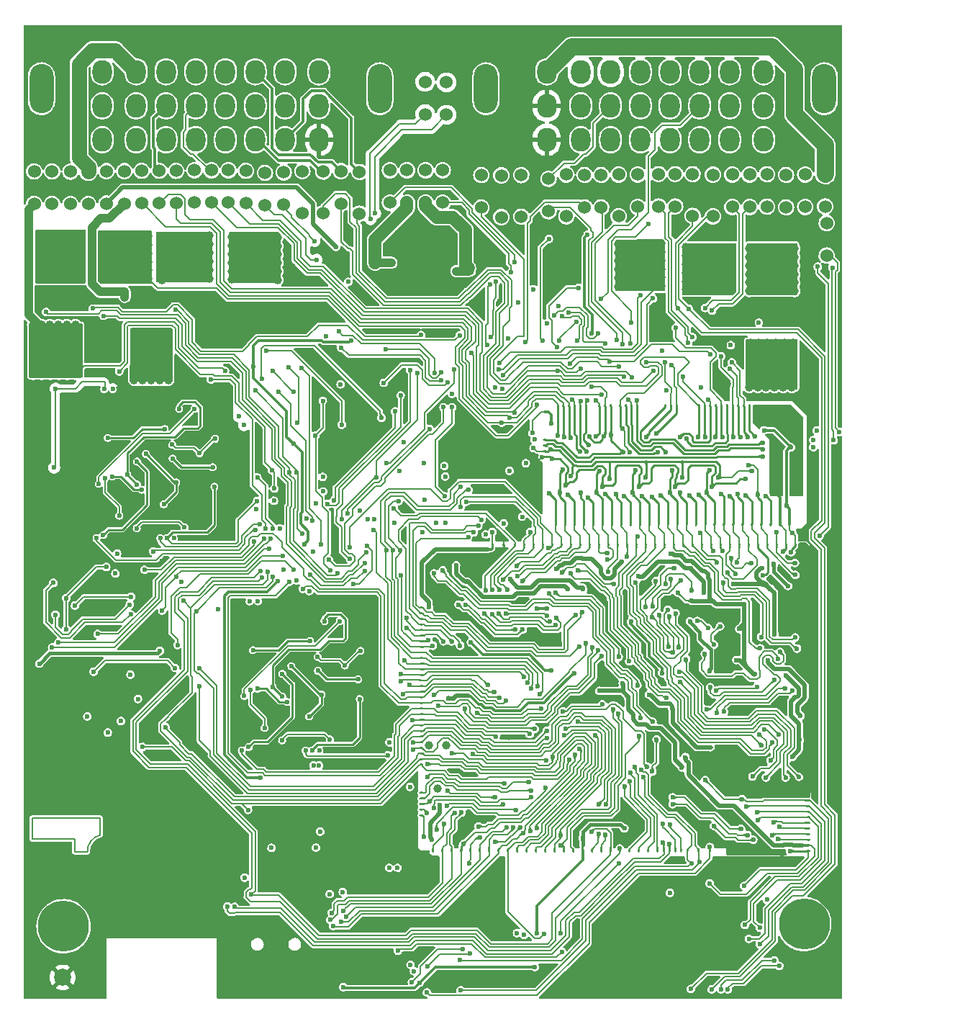
<source format=gbl>
G75*
G70*
%OFA0B0*%
%FSLAX25Y25*%
%IPPOS*%
%LPD*%
%AMOC8*
5,1,8,0,0,1.08239X$1,22.5*
%
%AMM212*
21,1,0.009840,0.009840,-0.000000,-0.000000,270.000000*
21,1,0.000000,0.019680,-0.000000,-0.000000,270.000000*
1,1,0.009840,-0.004920,-0.000000*
1,1,0.009840,-0.004920,-0.000000*
1,1,0.009840,0.004920,-0.000000*
1,1,0.009840,0.004920,-0.000000*
%
%AMM213*
21,1,0.009840,0.009840,-0.000000,-0.000000,180.000000*
21,1,0.000000,0.019680,-0.000000,-0.000000,180.000000*
1,1,0.009840,-0.000000,0.004920*
1,1,0.009840,-0.000000,0.004920*
1,1,0.009840,-0.000000,-0.004920*
1,1,0.009840,-0.000000,-0.004920*
%
%AMM303*
21,1,0.007870,1.133860,-0.000000,-0.000000,0.000000*
21,1,0.000000,1.141730,-0.000000,-0.000000,0.000000*
1,1,0.007870,-0.000000,-0.566930*
1,1,0.007870,-0.000000,-0.566930*
1,1,0.007870,-0.000000,0.566930*
1,1,0.007870,-0.000000,0.566930*
%
%AMM304*
21,1,0.009840,0.009840,-0.000000,-0.000000,90.000000*
21,1,0.000000,0.019680,-0.000000,-0.000000,90.000000*
1,1,0.009840,0.004920,-0.000000*
1,1,0.009840,0.004920,-0.000000*
1,1,0.009840,-0.004920,-0.000000*
1,1,0.009840,-0.004920,-0.000000*
%
%ADD107C,0.01968*%
%ADD13C,0.02362*%
%ADD14C,0.06000*%
%ADD15C,0.23622*%
%ADD16C,0.07874*%
%ADD18O,0.11024X0.22835*%
%ADD19O,0.09055X0.11024*%
%ADD217C,0.03900*%
%ADD363M212*%
%ADD364M213*%
%ADD39R,0.00984X0.71654*%
%ADD40R,0.25591X0.00984*%
%ADD41R,0.25394X0.00984*%
%ADD42R,0.04921X0.00984*%
%ADD43R,0.53740X0.00984*%
%ADD44R,0.01378X0.00984*%
%ADD458M303*%
%ADD459M304*%
%ADD57C,0.05906*%
%ADD58C,0.03937*%
%ADD59C,0.00787*%
%ADD60C,0.01575*%
%ADD61C,0.01969*%
%ADD62C,0.01181*%
%ADD63C,0.00800*%
%ADD66C,0.07087*%
%ADD77C,0.00984*%
X0000000Y0000000D02*
%LPD*%
G01*
D59*
X0004361Y0084076D02*
X0035857Y0084076D01*
X0024046Y0068328D02*
X0024046Y0074234D01*
X0024046Y0074234D02*
X0004361Y0074234D01*
X0035857Y0084076D02*
X0035857Y0076202D01*
X0024046Y0068328D02*
X0029952Y0068328D01*
X0004361Y0074234D02*
X0004361Y0084076D01*
X0035857Y0076202D02*
G75*
G03*
X0029952Y0068328I0001885J-007565D01*
G01*
D13*
X0334232Y0045177D03*
X0341456Y0043504D03*
X0333385Y0041339D03*
X0334232Y0037894D03*
X0334527Y0034547D03*
X0341456Y0033268D03*
X0336299Y0028150D03*
X0341456Y0025591D03*
X0318129Y0053839D03*
X0334173Y0052657D03*
D14*
X0302165Y0367106D03*
X0302165Y0382106D03*
D15*
X0018909Y0033933D03*
D14*
X0177953Y0383878D03*
X0177953Y0368878D03*
X0294488Y0367106D03*
X0294488Y0382106D03*
X0095276Y0368878D03*
X0095276Y0383878D03*
X0251772Y0381890D03*
X0251772Y0362598D03*
X0372362Y0344429D03*
X0372362Y0359429D03*
G36*
G01*
X0241339Y0251758D02*
X0242323Y0251758D01*
G75*
G02*
X0242815Y0251266I0000000J-000492D01*
G01*
X0242815Y0251266D01*
G75*
G02*
X0242323Y0250774I-000492J0000000D01*
G01*
X0241339Y0250774D01*
G75*
G02*
X0240846Y0251266I0000000J0000492D01*
G01*
X0240846Y0251266D01*
G75*
G02*
X0241339Y0251758I0000492J0000000D01*
G01*
G37*
G36*
G01*
X0241339Y0254356D02*
X0242323Y0254356D01*
G75*
G02*
X0242815Y0253864I0000000J-000492D01*
G01*
X0242815Y0253864D01*
G75*
G02*
X0242323Y0253372I-000492J0000000D01*
G01*
X0241339Y0253372D01*
G75*
G02*
X0240846Y0253864I0000000J0000492D01*
G01*
X0240846Y0253864D01*
G75*
G02*
X0241339Y0254356I0000492J0000000D01*
G01*
G37*
G36*
G01*
X0241339Y0256955D02*
X0242323Y0256955D01*
G75*
G02*
X0242815Y0256463I0000000J-000492D01*
G01*
X0242815Y0256463D01*
G75*
G02*
X0242323Y0255970I-000492J0000000D01*
G01*
X0241339Y0255970D01*
G75*
G02*
X0240846Y0256463I0000000J0000492D01*
G01*
X0240846Y0256463D01*
G75*
G02*
X0241339Y0256955I0000492J0000000D01*
G01*
G37*
G36*
G01*
X0241339Y0259553D02*
X0242323Y0259553D01*
G75*
G02*
X0242815Y0259061I0000000J-000492D01*
G01*
X0242815Y0259061D01*
G75*
G02*
X0242323Y0258569I-000492J0000000D01*
G01*
X0241339Y0258569D01*
G75*
G02*
X0240846Y0259061I0000000J0000492D01*
G01*
X0240846Y0259061D01*
G75*
G02*
X0241339Y0259553I0000492J0000000D01*
G01*
G37*
G36*
G01*
X0241339Y0272545D02*
X0242323Y0272545D01*
G75*
G02*
X0242815Y0272053I0000000J-000492D01*
G01*
X0242815Y0272053D01*
G75*
G02*
X0242323Y0271561I-000492J0000000D01*
G01*
X0241339Y0271561D01*
G75*
G02*
X0240846Y0272053I0000000J0000492D01*
G01*
X0240846Y0272053D01*
G75*
G02*
X0241339Y0272545I0000492J0000000D01*
G01*
G37*
G36*
G01*
X0354606Y0219400D02*
X0354606Y0220385D01*
G75*
G02*
X0355098Y0220877I0000492J0000000D01*
G01*
X0355098Y0220877D01*
G75*
G02*
X0355591Y0220385I0000000J-000492D01*
G01*
X0355591Y0219400D01*
G75*
G02*
X0355098Y0218908I-000492J0000000D01*
G01*
X0355098Y0218908D01*
G75*
G02*
X0354606Y0219400I0000000J0000492D01*
G01*
G37*
G36*
G01*
X0351260Y0220385D02*
X0351260Y0219400D01*
G75*
G02*
X0350768Y0218908I-000492J0000000D01*
G01*
X0350768Y0218908D01*
G75*
G02*
X0350276Y0219400I0000000J0000492D01*
G01*
X0350276Y0220385D01*
G75*
G02*
X0350768Y0220877I0000492J0000000D01*
G01*
X0350768Y0220877D01*
G75*
G02*
X0351260Y0220385I0000000J-000492D01*
G01*
G37*
G36*
G01*
X0346929Y0220385D02*
X0346929Y0219400D01*
G75*
G02*
X0346437Y0218908I-000492J0000000D01*
G01*
X0346437Y0218908D01*
G75*
G02*
X0345945Y0219400I0000000J0000492D01*
G01*
X0345945Y0220385D01*
G75*
G02*
X0346437Y0220877I0000492J0000000D01*
G01*
X0346437Y0220877D01*
G75*
G02*
X0346929Y0220385I0000000J-000492D01*
G01*
G37*
G36*
G01*
X0342598Y0220385D02*
X0342598Y0219400D01*
G75*
G02*
X0342106Y0218908I-000492J0000000D01*
G01*
X0342106Y0218908D01*
G75*
G02*
X0341614Y0219400I0000000J0000492D01*
G01*
X0341614Y0220385D01*
G75*
G02*
X0342106Y0220877I0000492J0000000D01*
G01*
X0342106Y0220877D01*
G75*
G02*
X0342598Y0220385I0000000J-000492D01*
G01*
G37*
G36*
G01*
X0338268Y0220385D02*
X0338268Y0219400D01*
G75*
G02*
X0337776Y0218908I-000492J0000000D01*
G01*
X0337776Y0218908D01*
G75*
G02*
X0337283Y0219400I0000000J0000492D01*
G01*
X0337283Y0220385D01*
G75*
G02*
X0337776Y0220877I0000492J0000000D01*
G01*
X0337776Y0220877D01*
G75*
G02*
X0338268Y0220385I0000000J-000492D01*
G01*
G37*
G36*
G01*
X0333937Y0220385D02*
X0333937Y0219400D01*
G75*
G02*
X0333445Y0218908I-000492J0000000D01*
G01*
X0333445Y0218908D01*
G75*
G02*
X0332953Y0219400I0000000J0000492D01*
G01*
X0332953Y0220385D01*
G75*
G02*
X0333445Y0220877I0000492J0000000D01*
G01*
X0333445Y0220877D01*
G75*
G02*
X0333937Y0220385I0000000J-000492D01*
G01*
G37*
G36*
G01*
X0329606Y0220385D02*
X0329606Y0219400D01*
G75*
G02*
X0329114Y0218908I-000492J0000000D01*
G01*
X0329114Y0218908D01*
G75*
G02*
X0328622Y0219400I0000000J0000492D01*
G01*
X0328622Y0220385D01*
G75*
G02*
X0329114Y0220877I0000492J0000000D01*
G01*
X0329114Y0220877D01*
G75*
G02*
X0329606Y0220385I0000000J-000492D01*
G01*
G37*
G36*
G01*
X0325276Y0220385D02*
X0325276Y0219400D01*
G75*
G02*
X0324783Y0218908I-000492J0000000D01*
G01*
X0324783Y0218908D01*
G75*
G02*
X0324291Y0219400I0000000J0000492D01*
G01*
X0324291Y0220385D01*
G75*
G02*
X0324783Y0220877I0000492J0000000D01*
G01*
X0324783Y0220877D01*
G75*
G02*
X0325276Y0220385I0000000J-000492D01*
G01*
G37*
G36*
G01*
X0320945Y0220385D02*
X0320945Y0219400D01*
G75*
G02*
X0320453Y0218908I-000492J0000000D01*
G01*
X0320453Y0218908D01*
G75*
G02*
X0319961Y0219400I0000000J0000492D01*
G01*
X0319961Y0220385D01*
G75*
G02*
X0320453Y0220877I0000492J0000000D01*
G01*
X0320453Y0220877D01*
G75*
G02*
X0320945Y0220385I0000000J-000492D01*
G01*
G37*
G36*
G01*
X0316614Y0220385D02*
X0316614Y0219400D01*
G75*
G02*
X0316122Y0218908I-000492J0000000D01*
G01*
X0316122Y0218908D01*
G75*
G02*
X0315630Y0219400I0000000J0000492D01*
G01*
X0315630Y0220385D01*
G75*
G02*
X0316122Y0220877I0000492J0000000D01*
G01*
X0316122Y0220877D01*
G75*
G02*
X0316614Y0220385I0000000J-000492D01*
G01*
G37*
G36*
G01*
X0312284Y0220385D02*
X0312284Y0219400D01*
G75*
G02*
X0311791Y0218908I-000492J0000000D01*
G01*
X0311791Y0218908D01*
G75*
G02*
X0311299Y0219400I0000000J0000492D01*
G01*
X0311299Y0220385D01*
G75*
G02*
X0311791Y0220877I0000492J0000000D01*
G01*
X0311791Y0220877D01*
G75*
G02*
X0312284Y0220385I0000000J-000492D01*
G01*
G37*
G36*
G01*
X0307953Y0220385D02*
X0307953Y0219400D01*
G75*
G02*
X0307461Y0218908I-000492J0000000D01*
G01*
X0307461Y0218908D01*
G75*
G02*
X0306969Y0219400I0000000J0000492D01*
G01*
X0306969Y0220385D01*
G75*
G02*
X0307461Y0220877I0000492J0000000D01*
G01*
X0307461Y0220877D01*
G75*
G02*
X0307953Y0220385I0000000J-000492D01*
G01*
G37*
G36*
G01*
X0303622Y0220385D02*
X0303622Y0219400D01*
G75*
G02*
X0303130Y0218908I-000492J0000000D01*
G01*
X0303130Y0218908D01*
G75*
G02*
X0302638Y0219400I0000000J0000492D01*
G01*
X0302638Y0220385D01*
G75*
G02*
X0303130Y0220877I0000492J0000000D01*
G01*
X0303130Y0220877D01*
G75*
G02*
X0303622Y0220385I0000000J-000492D01*
G01*
G37*
G36*
G01*
X0299291Y0220385D02*
X0299291Y0219400D01*
G75*
G02*
X0298799Y0218908I-000492J0000000D01*
G01*
X0298799Y0218908D01*
G75*
G02*
X0298307Y0219400I0000000J0000492D01*
G01*
X0298307Y0220385D01*
G75*
G02*
X0298799Y0220877I0000492J0000000D01*
G01*
X0298799Y0220877D01*
G75*
G02*
X0299291Y0220385I0000000J-000492D01*
G01*
G37*
G36*
G01*
X0294961Y0220385D02*
X0294961Y0219400D01*
G75*
G02*
X0294469Y0218908I-000492J0000000D01*
G01*
X0294469Y0218908D01*
G75*
G02*
X0293976Y0219400I0000000J0000492D01*
G01*
X0293976Y0220385D01*
G75*
G02*
X0294469Y0220877I0000492J0000000D01*
G01*
X0294469Y0220877D01*
G75*
G02*
X0294961Y0220385I0000000J-000492D01*
G01*
G37*
G36*
G01*
X0290630Y0220385D02*
X0290630Y0219400D01*
G75*
G02*
X0290138Y0218908I-000492J0000000D01*
G01*
X0290138Y0218908D01*
G75*
G02*
X0289646Y0219400I0000000J0000492D01*
G01*
X0289646Y0220385D01*
G75*
G02*
X0290138Y0220877I0000492J0000000D01*
G01*
X0290138Y0220877D01*
G75*
G02*
X0290630Y0220385I0000000J-000492D01*
G01*
G37*
G36*
G01*
X0286299Y0220385D02*
X0286299Y0219400D01*
G75*
G02*
X0285807Y0218908I-000492J0000000D01*
G01*
X0285807Y0218908D01*
G75*
G02*
X0285315Y0219400I0000000J0000492D01*
G01*
X0285315Y0220385D01*
G75*
G02*
X0285807Y0220877I0000492J0000000D01*
G01*
X0285807Y0220877D01*
G75*
G02*
X0286299Y0220385I0000000J-000492D01*
G01*
G37*
G36*
G01*
X0281969Y0220385D02*
X0281969Y0219400D01*
G75*
G02*
X0281476Y0218908I-000492J0000000D01*
G01*
X0281476Y0218908D01*
G75*
G02*
X0280984Y0219400I0000000J0000492D01*
G01*
X0280984Y0220385D01*
G75*
G02*
X0281476Y0220877I0000492J0000000D01*
G01*
X0281476Y0220877D01*
G75*
G02*
X0281969Y0220385I0000000J-000492D01*
G01*
G37*
G36*
G01*
X0277638Y0220385D02*
X0277638Y0219400D01*
G75*
G02*
X0277146Y0218908I-000492J0000000D01*
G01*
X0277146Y0218908D01*
G75*
G02*
X0276654Y0219400I0000000J0000492D01*
G01*
X0276654Y0220385D01*
G75*
G02*
X0277146Y0220877I0000492J0000000D01*
G01*
X0277146Y0220877D01*
G75*
G02*
X0277638Y0220385I0000000J-000492D01*
G01*
G37*
G36*
G01*
X0273307Y0220385D02*
X0273307Y0219400D01*
G75*
G02*
X0272815Y0218908I-000492J0000000D01*
G01*
X0272815Y0218908D01*
G75*
G02*
X0272323Y0219400I0000000J0000492D01*
G01*
X0272323Y0220385D01*
G75*
G02*
X0272815Y0220877I0000492J0000000D01*
G01*
X0272815Y0220877D01*
G75*
G02*
X0273307Y0220385I0000000J-000492D01*
G01*
G37*
G36*
G01*
X0268977Y0220385D02*
X0268977Y0219400D01*
G75*
G02*
X0268484Y0218908I-000492J0000000D01*
G01*
X0268484Y0218908D01*
G75*
G02*
X0267992Y0219400I0000000J0000492D01*
G01*
X0267992Y0220385D01*
G75*
G02*
X0268484Y0220877I0000492J0000000D01*
G01*
X0268484Y0220877D01*
G75*
G02*
X0268977Y0220385I0000000J-000492D01*
G01*
G37*
G36*
G01*
X0264646Y0220385D02*
X0264646Y0219400D01*
G75*
G02*
X0264154Y0218908I-000492J0000000D01*
G01*
X0264154Y0218908D01*
G75*
G02*
X0263662Y0219400I0000000J0000492D01*
G01*
X0263662Y0220385D01*
G75*
G02*
X0264154Y0220877I0000492J0000000D01*
G01*
X0264154Y0220877D01*
G75*
G02*
X0264646Y0220385I0000000J-000492D01*
G01*
G37*
G36*
G01*
X0260315Y0220385D02*
X0260315Y0219400D01*
G75*
G02*
X0259823Y0218908I-000492J0000000D01*
G01*
X0259823Y0218908D01*
G75*
G02*
X0259331Y0219400I0000000J0000492D01*
G01*
X0259331Y0220385D01*
G75*
G02*
X0259823Y0220877I0000492J0000000D01*
G01*
X0259823Y0220877D01*
G75*
G02*
X0260315Y0220385I0000000J-000492D01*
G01*
G37*
G36*
G01*
X0255984Y0220385D02*
X0255984Y0219400D01*
G75*
G02*
X0255492Y0218908I-000492J0000000D01*
G01*
X0255492Y0218908D01*
G75*
G02*
X0255000Y0219400I0000000J0000492D01*
G01*
X0255000Y0220385D01*
G75*
G02*
X0255492Y0220877I0000492J0000000D01*
G01*
X0255492Y0220877D01*
G75*
G02*
X0255984Y0220385I0000000J-000492D01*
G01*
G37*
G36*
G01*
X0251654Y0220385D02*
X0251654Y0219400D01*
G75*
G02*
X0251162Y0218908I-000492J0000000D01*
G01*
X0251162Y0218908D01*
G75*
G02*
X0250669Y0219400I0000000J0000492D01*
G01*
X0250669Y0220385D01*
G75*
G02*
X0251162Y0220877I0000492J0000000D01*
G01*
X0251162Y0220877D01*
G75*
G02*
X0251654Y0220385I0000000J-000492D01*
G01*
G37*
G36*
G01*
X0247323Y0220385D02*
X0247323Y0219400D01*
G75*
G02*
X0246831Y0218908I-000492J0000000D01*
G01*
X0246831Y0218908D01*
G75*
G02*
X0246339Y0219400I0000000J0000492D01*
G01*
X0246339Y0220385D01*
G75*
G02*
X0246831Y0220877I0000492J0000000D01*
G01*
X0246831Y0220877D01*
G75*
G02*
X0247323Y0220385I0000000J-000492D01*
G01*
G37*
G36*
G01*
X0248311Y0275353D02*
X0248311Y0274369D01*
G75*
G02*
X0247819Y0273877I-000492J0000000D01*
G01*
X0247819Y0273877D01*
G75*
G02*
X0247327Y0274369I0000000J0000492D01*
G01*
X0247327Y0275353D01*
G75*
G02*
X0247819Y0275845I0000492J0000000D01*
G01*
X0247819Y0275845D01*
G75*
G02*
X0248311Y0275353I0000000J-000492D01*
G01*
G37*
G36*
G01*
X0250909Y0275353D02*
X0250909Y0274369D01*
G75*
G02*
X0250417Y0273877I-000492J0000000D01*
G01*
X0250417Y0273877D01*
G75*
G02*
X0249925Y0274369I0000000J0000492D01*
G01*
X0249925Y0275353D01*
G75*
G02*
X0250417Y0275845I0000492J0000000D01*
G01*
X0250417Y0275845D01*
G75*
G02*
X0250909Y0275353I0000000J-000492D01*
G01*
G37*
G36*
G01*
X0253508Y0275353D02*
X0253508Y0274369D01*
G75*
G02*
X0253016Y0273877I-000492J0000000D01*
G01*
X0253016Y0273877D01*
G75*
G02*
X0252524Y0274369I0000000J0000492D01*
G01*
X0252524Y0275353D01*
G75*
G02*
X0253016Y0275845I0000492J0000000D01*
G01*
X0253016Y0275845D01*
G75*
G02*
X0253508Y0275353I0000000J-000492D01*
G01*
G37*
G36*
G01*
X0256106Y0275353D02*
X0256106Y0274369D01*
G75*
G02*
X0255614Y0273877I-000492J0000000D01*
G01*
X0255614Y0273877D01*
G75*
G02*
X0255122Y0274369I0000000J0000492D01*
G01*
X0255122Y0275353D01*
G75*
G02*
X0255614Y0275845I0000492J0000000D01*
G01*
X0255614Y0275845D01*
G75*
G02*
X0256106Y0275353I0000000J-000492D01*
G01*
G37*
G36*
G01*
X0258705Y0275353D02*
X0258705Y0274369D01*
G75*
G02*
X0258213Y0273877I-000492J0000000D01*
G01*
X0258213Y0273877D01*
G75*
G02*
X0257720Y0274369I0000000J0000492D01*
G01*
X0257720Y0275353D01*
G75*
G02*
X0258213Y0275845I0000492J0000000D01*
G01*
X0258213Y0275845D01*
G75*
G02*
X0258705Y0275353I0000000J-000492D01*
G01*
G37*
G36*
G01*
X0261303Y0275353D02*
X0261303Y0274369D01*
G75*
G02*
X0260811Y0273877I-000492J0000000D01*
G01*
X0260811Y0273877D01*
G75*
G02*
X0260319Y0274369I0000000J0000492D01*
G01*
X0260319Y0275353D01*
G75*
G02*
X0260811Y0275845I0000492J0000000D01*
G01*
X0260811Y0275845D01*
G75*
G02*
X0261303Y0275353I0000000J-000492D01*
G01*
G37*
G36*
G01*
X0267606Y0275353D02*
X0267606Y0274369D01*
G75*
G02*
X0267114Y0273877I-000492J0000000D01*
G01*
X0267114Y0273877D01*
G75*
G02*
X0266622Y0274369I0000000J0000492D01*
G01*
X0266622Y0275353D01*
G75*
G02*
X0267114Y0275845I0000492J0000000D01*
G01*
X0267114Y0275845D01*
G75*
G02*
X0267606Y0275353I0000000J-000492D01*
G01*
G37*
G36*
G01*
X0270205Y0275353D02*
X0270205Y0274369D01*
G75*
G02*
X0269713Y0273877I-000492J0000000D01*
G01*
X0269713Y0273877D01*
G75*
G02*
X0269220Y0274369I0000000J0000492D01*
G01*
X0269220Y0275353D01*
G75*
G02*
X0269713Y0275845I0000492J0000000D01*
G01*
X0269713Y0275845D01*
G75*
G02*
X0270205Y0275353I0000000J-000492D01*
G01*
G37*
G36*
G01*
X0272803Y0275353D02*
X0272803Y0274369D01*
G75*
G02*
X0272311Y0273877I-000492J0000000D01*
G01*
X0272311Y0273877D01*
G75*
G02*
X0271819Y0274369I0000000J0000492D01*
G01*
X0271819Y0275353D01*
G75*
G02*
X0272311Y0275845I0000492J0000000D01*
G01*
X0272311Y0275845D01*
G75*
G02*
X0272803Y0275353I0000000J-000492D01*
G01*
G37*
G36*
G01*
X0277216Y0275353D02*
X0277216Y0274369D01*
G75*
G02*
X0276724Y0273877I-000492J0000000D01*
G01*
X0276724Y0273877D01*
G75*
G02*
X0276232Y0274369I0000000J0000492D01*
G01*
X0276232Y0275353D01*
G75*
G02*
X0276724Y0275845I0000492J0000000D01*
G01*
X0276724Y0275845D01*
G75*
G02*
X0277216Y0275353I0000000J-000492D01*
G01*
G37*
G36*
G01*
X0279815Y0275353D02*
X0279815Y0274369D01*
G75*
G02*
X0279322Y0273877I-000492J0000000D01*
G01*
X0279322Y0273877D01*
G75*
G02*
X0278830Y0274369I0000000J0000492D01*
G01*
X0278830Y0275353D01*
G75*
G02*
X0279322Y0275845I0000492J0000000D01*
G01*
X0279322Y0275845D01*
G75*
G02*
X0279815Y0275353I0000000J-000492D01*
G01*
G37*
G36*
G01*
X0282413Y0275353D02*
X0282413Y0274369D01*
G75*
G02*
X0281921Y0273877I-000492J0000000D01*
G01*
X0281921Y0273877D01*
G75*
G02*
X0281429Y0274369I0000000J0000492D01*
G01*
X0281429Y0275353D01*
G75*
G02*
X0281921Y0275845I0000492J0000000D01*
G01*
X0281921Y0275845D01*
G75*
G02*
X0282413Y0275353I0000000J-000492D01*
G01*
G37*
G36*
G01*
X0285011Y0275353D02*
X0285011Y0274369D01*
G75*
G02*
X0284519Y0273877I-000492J0000000D01*
G01*
X0284519Y0273877D01*
G75*
G02*
X0284027Y0274369I0000000J0000492D01*
G01*
X0284027Y0275353D01*
G75*
G02*
X0284519Y0275845I0000492J0000000D01*
G01*
X0284519Y0275845D01*
G75*
G02*
X0285011Y0275353I0000000J-000492D01*
G01*
G37*
G36*
G01*
X0298106Y0275353D02*
X0298106Y0274369D01*
G75*
G02*
X0297614Y0273877I-000492J0000000D01*
G01*
X0297614Y0273877D01*
G75*
G02*
X0297122Y0274369I0000000J0000492D01*
G01*
X0297122Y0275353D01*
G75*
G02*
X0297614Y0275845I0000492J0000000D01*
G01*
X0297614Y0275845D01*
G75*
G02*
X0298106Y0275353I0000000J-000492D01*
G01*
G37*
G36*
G01*
X0300705Y0275353D02*
X0300705Y0274369D01*
G75*
G02*
X0300213Y0273877I-000492J0000000D01*
G01*
X0300213Y0273877D01*
G75*
G02*
X0299720Y0274369I0000000J0000492D01*
G01*
X0299720Y0275353D01*
G75*
G02*
X0300213Y0275845I0000492J0000000D01*
G01*
X0300213Y0275845D01*
G75*
G02*
X0300705Y0275353I0000000J-000492D01*
G01*
G37*
G36*
G01*
X0303303Y0275353D02*
X0303303Y0274369D01*
G75*
G02*
X0302811Y0273877I-000492J0000000D01*
G01*
X0302811Y0273877D01*
G75*
G02*
X0302319Y0274369I0000000J0000492D01*
G01*
X0302319Y0275353D01*
G75*
G02*
X0302811Y0275845I0000492J0000000D01*
G01*
X0302811Y0275845D01*
G75*
G02*
X0303303Y0275353I0000000J-000492D01*
G01*
G37*
G36*
G01*
X0313720Y0275353D02*
X0313720Y0274369D01*
G75*
G02*
X0313228Y0273877I-000492J0000000D01*
G01*
X0313228Y0273877D01*
G75*
G02*
X0312736Y0274369I0000000J0000492D01*
G01*
X0312736Y0275353D01*
G75*
G02*
X0313228Y0275845I0000492J0000000D01*
G01*
X0313228Y0275845D01*
G75*
G02*
X0313720Y0275353I0000000J-000492D01*
G01*
G37*
G36*
G01*
X0316319Y0275353D02*
X0316319Y0274369D01*
G75*
G02*
X0315827Y0273877I-000492J0000000D01*
G01*
X0315827Y0273877D01*
G75*
G02*
X0315335Y0274369I0000000J0000492D01*
G01*
X0315335Y0275353D01*
G75*
G02*
X0315827Y0275845I0000492J0000000D01*
G01*
X0315827Y0275845D01*
G75*
G02*
X0316319Y0275353I0000000J-000492D01*
G01*
G37*
G36*
G01*
X0318917Y0275353D02*
X0318917Y0274369D01*
G75*
G02*
X0318425Y0273877I-000492J0000000D01*
G01*
X0318425Y0273877D01*
G75*
G02*
X0317933Y0274369I0000000J0000492D01*
G01*
X0317933Y0275353D01*
G75*
G02*
X0318425Y0275845I0000492J0000000D01*
G01*
X0318425Y0275845D01*
G75*
G02*
X0318917Y0275353I0000000J-000492D01*
G01*
G37*
G36*
G01*
X0321516Y0275353D02*
X0321516Y0274369D01*
G75*
G02*
X0321024Y0273877I-000492J0000000D01*
G01*
X0321024Y0273877D01*
G75*
G02*
X0320531Y0274369I0000000J0000492D01*
G01*
X0320531Y0275353D01*
G75*
G02*
X0321024Y0275845I0000492J0000000D01*
G01*
X0321024Y0275845D01*
G75*
G02*
X0321516Y0275353I0000000J-000492D01*
G01*
G37*
G36*
G01*
X0324114Y0275353D02*
X0324114Y0274369D01*
G75*
G02*
X0323622Y0273877I-000492J0000000D01*
G01*
X0323622Y0273877D01*
G75*
G02*
X0323130Y0274369I0000000J0000492D01*
G01*
X0323130Y0275353D01*
G75*
G02*
X0323622Y0275845I0000492J0000000D01*
G01*
X0323622Y0275845D01*
G75*
G02*
X0324114Y0275353I0000000J-000492D01*
G01*
G37*
G36*
G01*
X0326713Y0275353D02*
X0326713Y0274369D01*
G75*
G02*
X0326220Y0273877I-000492J0000000D01*
G01*
X0326220Y0273877D01*
G75*
G02*
X0325728Y0274369I0000000J0000492D01*
G01*
X0325728Y0275353D01*
G75*
G02*
X0326220Y0275845I0000492J0000000D01*
G01*
X0326220Y0275845D01*
G75*
G02*
X0326713Y0275353I0000000J-000492D01*
G01*
G37*
G36*
G01*
X0329311Y0275353D02*
X0329311Y0274369D01*
G75*
G02*
X0328819Y0273877I-000492J0000000D01*
G01*
X0328819Y0273877D01*
G75*
G02*
X0328327Y0274369I0000000J0000492D01*
G01*
X0328327Y0275353D01*
G75*
G02*
X0328819Y0275845I0000492J0000000D01*
G01*
X0328819Y0275845D01*
G75*
G02*
X0329311Y0275353I0000000J-000492D01*
G01*
G37*
G36*
G01*
X0331909Y0275353D02*
X0331909Y0274369D01*
G75*
G02*
X0331417Y0273877I-000492J0000000D01*
G01*
X0331417Y0273877D01*
G75*
G02*
X0330925Y0274369I0000000J0000492D01*
G01*
X0330925Y0275353D01*
G75*
G02*
X0331417Y0275845I0000492J0000000D01*
G01*
X0331417Y0275845D01*
G75*
G02*
X0331909Y0275353I0000000J-000492D01*
G01*
G37*
G36*
G01*
X0334508Y0275353D02*
X0334508Y0274369D01*
G75*
G02*
X0334016Y0273877I-000492J0000000D01*
G01*
X0334016Y0273877D01*
G75*
G02*
X0333524Y0274369I0000000J0000492D01*
G01*
X0333524Y0275353D01*
G75*
G02*
X0334016Y0275845I0000492J0000000D01*
G01*
X0334016Y0275845D01*
G75*
G02*
X0334508Y0275353I0000000J-000492D01*
G01*
G37*
G36*
G01*
X0337106Y0275353D02*
X0337106Y0274369D01*
G75*
G02*
X0336614Y0273877I-000492J0000000D01*
G01*
X0336614Y0273877D01*
G75*
G02*
X0336122Y0274369I0000000J0000492D01*
G01*
X0336122Y0275353D01*
G75*
G02*
X0336614Y0275845I0000492J0000000D01*
G01*
X0336614Y0275845D01*
G75*
G02*
X0337106Y0275353I0000000J-000492D01*
G01*
G37*
D18*
X0165354Y0421654D03*
X0008661Y0421654D03*
D19*
X0036811Y0398031D03*
X0052559Y0398031D03*
X0066339Y0398031D03*
X0080118Y0398031D03*
X0093898Y0398031D03*
X0107677Y0398031D03*
X0121457Y0398031D03*
X0137205Y0398031D03*
X0036811Y0413780D03*
X0052559Y0413780D03*
X0066339Y0413780D03*
X0080118Y0413780D03*
X0093898Y0413780D03*
X0107677Y0413780D03*
X0121457Y0413780D03*
X0137205Y0413780D03*
X0036811Y0429528D03*
X0052559Y0429528D03*
X0066339Y0429528D03*
X0080118Y0429528D03*
X0093898Y0429528D03*
X0107677Y0429528D03*
X0121457Y0429528D03*
X0137205Y0429528D03*
D14*
X0186417Y0409823D03*
X0186417Y0424823D03*
X0362402Y0366909D03*
X0362402Y0381909D03*
X0170079Y0368878D03*
X0170079Y0383878D03*
X0013583Y0368353D03*
X0013583Y0383353D03*
X0267913Y0366713D03*
X0267913Y0381713D03*
X0087402Y0368878D03*
X0087402Y0383878D03*
X0284843Y0366909D03*
X0284843Y0381909D03*
X0047047Y0368484D03*
X0047047Y0383484D03*
D13*
X0203740Y0023327D03*
X0207185Y0021260D03*
X0202559Y0018307D03*
X0202854Y0004331D03*
X0109992Y0102693D03*
X0115208Y0070311D03*
X0135809Y0070380D03*
X0137748Y0077791D03*
X0142177Y0048854D03*
X0101476Y0115354D03*
X0131004Y0115354D03*
X0134154Y0115354D03*
X0137303Y0115354D03*
D42*
X0100591Y0185236D03*
D44*
X0098819Y0114567D03*
D41*
X0151969Y0114567D03*
D39*
X0098622Y0149902D03*
D40*
X0116240Y0114567D03*
D43*
X0137795Y0185236D03*
D39*
X0164173Y0149902D03*
D13*
X0108957Y0184350D03*
X0105020Y0184350D03*
D14*
X0260236Y0366713D03*
X0260236Y0381713D03*
X0112205Y0367697D03*
X0112205Y0382697D03*
X0038780Y0368484D03*
X0038780Y0383484D03*
X0129528Y0383464D03*
X0129528Y0364173D03*
X0005305Y0368353D03*
X0005305Y0383353D03*
X0055118Y0368681D03*
X0055118Y0383681D03*
X0212402Y0366713D03*
X0212402Y0381713D03*
X0103346Y0368681D03*
X0103346Y0383681D03*
X0319669Y0381870D03*
X0319669Y0362579D03*
X0353543Y0381713D03*
X0353543Y0366713D03*
X0063189Y0368681D03*
X0063189Y0383681D03*
X0275984Y0381890D03*
X0275984Y0362598D03*
X0022047Y0368287D03*
X0022047Y0383287D03*
X0120866Y0367894D03*
X0120866Y0382894D03*
D15*
X0362000Y0034933D03*
D14*
X0071063Y0368681D03*
X0071063Y0383681D03*
X0079528Y0368878D03*
X0079528Y0383878D03*
X0155906Y0383071D03*
X0155906Y0363779D03*
X0147441Y0368484D03*
X0147441Y0383484D03*
X0186614Y0368878D03*
X0186614Y0383878D03*
G36*
G01*
X0184096Y0085841D02*
X0185081Y0085841D01*
G75*
G02*
X0185573Y0085349I0000000J-000492D01*
G01*
X0185573Y0085349D01*
G75*
G02*
X0185081Y0084857I-000492J0000000D01*
G01*
X0184096Y0084857D01*
G75*
G02*
X0183604Y0085349I0000000J0000492D01*
G01*
X0183604Y0085349D01*
G75*
G02*
X0184096Y0085841I0000492J0000000D01*
G01*
G37*
G36*
G01*
X0185081Y0087455D02*
X0184096Y0087455D01*
G75*
G02*
X0183604Y0087947I0000000J0000492D01*
G01*
X0183604Y0087947D01*
G75*
G02*
X0184096Y0088439I0000492J0000000D01*
G01*
X0185081Y0088439D01*
G75*
G02*
X0185573Y0087947I0000000J-000492D01*
G01*
X0185573Y0087947D01*
G75*
G02*
X0185081Y0087455I-000492J0000000D01*
G01*
G37*
G36*
G01*
X0185081Y0090054D02*
X0184096Y0090054D01*
G75*
G02*
X0183604Y0090546I0000000J0000492D01*
G01*
X0183604Y0090546D01*
G75*
G02*
X0184096Y0091038I0000492J0000000D01*
G01*
X0185081Y0091038D01*
G75*
G02*
X0185573Y0090546I0000000J-000492D01*
G01*
X0185573Y0090546D01*
G75*
G02*
X0185081Y0090054I-000492J0000000D01*
G01*
G37*
G36*
G01*
X0185081Y0092652D02*
X0184096Y0092652D01*
G75*
G02*
X0183604Y0093144I0000000J0000492D01*
G01*
X0183604Y0093144D01*
G75*
G02*
X0184096Y0093636I0000492J0000000D01*
G01*
X0185081Y0093636D01*
G75*
G02*
X0185573Y0093144I0000000J-000492D01*
G01*
X0185573Y0093144D01*
G75*
G02*
X0185081Y0092652I-000492J0000000D01*
G01*
G37*
G36*
G01*
X0185081Y0095250D02*
X0184096Y0095250D01*
G75*
G02*
X0183604Y0095743I0000000J0000492D01*
G01*
X0183604Y0095743D01*
G75*
G02*
X0184096Y0096235I0000492J0000000D01*
G01*
X0185081Y0096235D01*
G75*
G02*
X0185573Y0095743I0000000J-000492D01*
G01*
X0185573Y0095743D01*
G75*
G02*
X0185081Y0095250I-000492J0000000D01*
G01*
G37*
G36*
G01*
X0185081Y0108243D02*
X0184096Y0108243D01*
G75*
G02*
X0183604Y0108735I0000000J0000492D01*
G01*
X0183604Y0108735D01*
G75*
G02*
X0184096Y0109227I0000492J0000000D01*
G01*
X0185081Y0109227D01*
G75*
G02*
X0185573Y0108735I0000000J-000492D01*
G01*
X0185573Y0108735D01*
G75*
G02*
X0185081Y0108243I-000492J0000000D01*
G01*
G37*
G36*
G01*
X0185081Y0110841D02*
X0184096Y0110841D01*
G75*
G02*
X0183604Y0111333I0000000J0000492D01*
G01*
X0183604Y0111333D01*
G75*
G02*
X0184096Y0111825I0000492J0000000D01*
G01*
X0185081Y0111825D01*
G75*
G02*
X0185573Y0111333I0000000J-000492D01*
G01*
X0185573Y0111333D01*
G75*
G02*
X0185081Y0110841I-000492J0000000D01*
G01*
G37*
G36*
G01*
X0185081Y0113439D02*
X0184096Y0113439D01*
G75*
G02*
X0183604Y0113932I0000000J0000492D01*
G01*
X0183604Y0113932D01*
G75*
G02*
X0184096Y0114424I0000492J0000000D01*
G01*
X0185081Y0114424D01*
G75*
G02*
X0185573Y0113932I0000000J-000492D01*
G01*
X0185573Y0113932D01*
G75*
G02*
X0185081Y0113439I-000492J0000000D01*
G01*
G37*
G36*
G01*
X0185081Y0116038D02*
X0184096Y0116038D01*
G75*
G02*
X0183604Y0116530I0000000J0000492D01*
G01*
X0183604Y0116530D01*
G75*
G02*
X0184096Y0117022I0000492J0000000D01*
G01*
X0185081Y0117022D01*
G75*
G02*
X0185573Y0116530I0000000J-000492D01*
G01*
X0185573Y0116530D01*
G75*
G02*
X0185081Y0116038I-000492J0000000D01*
G01*
G37*
G36*
G01*
X0185081Y0118636D02*
X0184096Y0118636D01*
G75*
G02*
X0183604Y0119128I0000000J0000492D01*
G01*
X0183604Y0119128D01*
G75*
G02*
X0184096Y0119621I0000492J0000000D01*
G01*
X0185081Y0119621D01*
G75*
G02*
X0185573Y0119128I0000000J-000492D01*
G01*
X0185573Y0119128D01*
G75*
G02*
X0185081Y0118636I-000492J0000000D01*
G01*
G37*
G36*
G01*
X0185081Y0121235D02*
X0184096Y0121235D01*
G75*
G02*
X0183604Y0121727I0000000J0000492D01*
G01*
X0183604Y0121727D01*
G75*
G02*
X0184096Y0122219I0000492J0000000D01*
G01*
X0185081Y0122219D01*
G75*
G02*
X0185573Y0121727I0000000J-000492D01*
G01*
X0185573Y0121727D01*
G75*
G02*
X0185081Y0121235I-000492J0000000D01*
G01*
G37*
G36*
G01*
X0185081Y0123833D02*
X0184096Y0123833D01*
G75*
G02*
X0183604Y0124325I0000000J0000492D01*
G01*
X0183604Y0124325D01*
G75*
G02*
X0184096Y0124817I0000492J0000000D01*
G01*
X0185081Y0124817D01*
G75*
G02*
X0185573Y0124325I0000000J-000492D01*
G01*
X0185573Y0124325D01*
G75*
G02*
X0185081Y0123833I-000492J0000000D01*
G01*
G37*
G36*
G01*
X0185081Y0126432D02*
X0184096Y0126432D01*
G75*
G02*
X0183604Y0126924I0000000J0000492D01*
G01*
X0183604Y0126924D01*
G75*
G02*
X0184096Y0127416I0000492J0000000D01*
G01*
X0185081Y0127416D01*
G75*
G02*
X0185573Y0126924I0000000J-000492D01*
G01*
X0185573Y0126924D01*
G75*
G02*
X0185081Y0126432I-000492J0000000D01*
G01*
G37*
G36*
G01*
X0185081Y0129030D02*
X0184096Y0129030D01*
G75*
G02*
X0183604Y0129522I0000000J0000492D01*
G01*
X0183604Y0129522D01*
G75*
G02*
X0184096Y0130014I0000492J0000000D01*
G01*
X0185081Y0130014D01*
G75*
G02*
X0185573Y0129522I0000000J-000492D01*
G01*
X0185573Y0129522D01*
G75*
G02*
X0185081Y0129030I-000492J0000000D01*
G01*
G37*
G36*
G01*
X0185081Y0131628D02*
X0184096Y0131628D01*
G75*
G02*
X0183604Y0132121I0000000J0000492D01*
G01*
X0183604Y0132121D01*
G75*
G02*
X0184096Y0132613I0000492J0000000D01*
G01*
X0185081Y0132613D01*
G75*
G02*
X0185573Y0132121I0000000J-000492D01*
G01*
X0185573Y0132121D01*
G75*
G02*
X0185081Y0131628I-000492J0000000D01*
G01*
G37*
G36*
G01*
X0185081Y0134227D02*
X0184096Y0134227D01*
G75*
G02*
X0183604Y0134719I0000000J0000492D01*
G01*
X0183604Y0134719D01*
G75*
G02*
X0184096Y0135211I0000492J0000000D01*
G01*
X0185081Y0135211D01*
G75*
G02*
X0185573Y0134719I0000000J-000492D01*
G01*
X0185573Y0134719D01*
G75*
G02*
X0185081Y0134227I-000492J0000000D01*
G01*
G37*
G36*
G01*
X0185081Y0136825D02*
X0184096Y0136825D01*
G75*
G02*
X0183604Y0137317I0000000J0000492D01*
G01*
X0183604Y0137317D01*
G75*
G02*
X0184096Y0137810I0000492J0000000D01*
G01*
X0185081Y0137810D01*
G75*
G02*
X0185573Y0137317I0000000J-000492D01*
G01*
X0185573Y0137317D01*
G75*
G02*
X0185081Y0136825I-000492J0000000D01*
G01*
G37*
G36*
G01*
X0185081Y0139424D02*
X0184096Y0139424D01*
G75*
G02*
X0183604Y0139916I0000000J0000492D01*
G01*
X0183604Y0139916D01*
G75*
G02*
X0184096Y0140408I0000492J0000000D01*
G01*
X0185081Y0140408D01*
G75*
G02*
X0185573Y0139916I0000000J-000492D01*
G01*
X0185573Y0139916D01*
G75*
G02*
X0185081Y0139424I-000492J0000000D01*
G01*
G37*
G36*
G01*
X0185081Y0142022D02*
X0184096Y0142022D01*
G75*
G02*
X0183604Y0142514I0000000J0000492D01*
G01*
X0183604Y0142514D01*
G75*
G02*
X0184096Y0143006I0000492J0000000D01*
G01*
X0185081Y0143006D01*
G75*
G02*
X0185573Y0142514I0000000J-000492D01*
G01*
X0185573Y0142514D01*
G75*
G02*
X0185081Y0142022I-000492J0000000D01*
G01*
G37*
G36*
G01*
X0185081Y0144621D02*
X0184096Y0144621D01*
G75*
G02*
X0183604Y0145113I0000000J0000492D01*
G01*
X0183604Y0145113D01*
G75*
G02*
X0184096Y0145605I0000492J0000000D01*
G01*
X0185081Y0145605D01*
G75*
G02*
X0185573Y0145113I0000000J-000492D01*
G01*
X0185573Y0145113D01*
G75*
G02*
X0185081Y0144621I-000492J0000000D01*
G01*
G37*
G36*
G01*
X0185081Y0147219D02*
X0184096Y0147219D01*
G75*
G02*
X0183604Y0147711I0000000J0000492D01*
G01*
X0183604Y0147711D01*
G75*
G02*
X0184096Y0148203I0000492J0000000D01*
G01*
X0185081Y0148203D01*
G75*
G02*
X0185573Y0147711I0000000J-000492D01*
G01*
X0185573Y0147711D01*
G75*
G02*
X0185081Y0147219I-000492J0000000D01*
G01*
G37*
G36*
G01*
X0185081Y0149817D02*
X0184096Y0149817D01*
G75*
G02*
X0183604Y0150310I0000000J0000492D01*
G01*
X0183604Y0150310D01*
G75*
G02*
X0184096Y0150802I0000492J0000000D01*
G01*
X0185081Y0150802D01*
G75*
G02*
X0185573Y0150310I0000000J-000492D01*
G01*
X0185573Y0150310D01*
G75*
G02*
X0185081Y0149817I-000492J0000000D01*
G01*
G37*
G36*
G01*
X0185081Y0152416D02*
X0184096Y0152416D01*
G75*
G02*
X0183604Y0152908I0000000J0000492D01*
G01*
X0183604Y0152908D01*
G75*
G02*
X0184096Y0153400I0000492J0000000D01*
G01*
X0185081Y0153400D01*
G75*
G02*
X0185573Y0152908I0000000J-000492D01*
G01*
X0185573Y0152908D01*
G75*
G02*
X0185081Y0152416I-000492J0000000D01*
G01*
G37*
G36*
G01*
X0185081Y0155014D02*
X0184096Y0155014D01*
G75*
G02*
X0183604Y0155506I0000000J0000492D01*
G01*
X0183604Y0155506D01*
G75*
G02*
X0184096Y0155999I0000492J0000000D01*
G01*
X0185081Y0155999D01*
G75*
G02*
X0185573Y0155506I0000000J-000492D01*
G01*
X0185573Y0155506D01*
G75*
G02*
X0185081Y0155014I-000492J0000000D01*
G01*
G37*
G36*
G01*
X0185081Y0157613D02*
X0184096Y0157613D01*
G75*
G02*
X0183604Y0158105I0000000J0000492D01*
G01*
X0183604Y0158105D01*
G75*
G02*
X0184096Y0158597I0000492J0000000D01*
G01*
X0185081Y0158597D01*
G75*
G02*
X0185573Y0158105I0000000J-000492D01*
G01*
X0185573Y0158105D01*
G75*
G02*
X0185081Y0157613I-000492J0000000D01*
G01*
G37*
G36*
G01*
X0185081Y0160211D02*
X0184096Y0160211D01*
G75*
G02*
X0183604Y0160703I0000000J0000492D01*
G01*
X0183604Y0160703D01*
G75*
G02*
X0184096Y0161195I0000492J0000000D01*
G01*
X0185081Y0161195D01*
G75*
G02*
X0185573Y0160703I0000000J-000492D01*
G01*
X0185573Y0160703D01*
G75*
G02*
X0185081Y0160211I-000492J0000000D01*
G01*
G37*
G36*
G01*
X0185081Y0162810D02*
X0184096Y0162810D01*
G75*
G02*
X0183604Y0163302I0000000J0000492D01*
G01*
X0183604Y0163302D01*
G75*
G02*
X0184096Y0163794I0000492J0000000D01*
G01*
X0185081Y0163794D01*
G75*
G02*
X0185573Y0163302I0000000J-000492D01*
G01*
X0185573Y0163302D01*
G75*
G02*
X0185081Y0162810I-000492J0000000D01*
G01*
G37*
G36*
G01*
X0185081Y0165408D02*
X0184096Y0165408D01*
G75*
G02*
X0183604Y0165900I0000000J0000492D01*
G01*
X0183604Y0165900D01*
G75*
G02*
X0184096Y0166392I0000492J0000000D01*
G01*
X0185081Y0166392D01*
G75*
G02*
X0185573Y0165900I0000000J-000492D01*
G01*
X0185573Y0165900D01*
G75*
G02*
X0185081Y0165408I-000492J0000000D01*
G01*
G37*
G36*
G01*
X0185081Y0168006D02*
X0184096Y0168006D01*
G75*
G02*
X0183604Y0168499I0000000J0000492D01*
G01*
X0183604Y0168499D01*
G75*
G02*
X0184096Y0168991I0000492J0000000D01*
G01*
X0185081Y0168991D01*
G75*
G02*
X0185573Y0168499I0000000J-000492D01*
G01*
X0185573Y0168499D01*
G75*
G02*
X0185081Y0168006I-000492J0000000D01*
G01*
G37*
G36*
G01*
X0185081Y0170605D02*
X0184096Y0170605D01*
G75*
G02*
X0183604Y0171097I0000000J0000492D01*
G01*
X0183604Y0171097D01*
G75*
G02*
X0184096Y0171589I0000492J0000000D01*
G01*
X0185081Y0171589D01*
G75*
G02*
X0185573Y0171097I0000000J-000492D01*
G01*
X0185573Y0171097D01*
G75*
G02*
X0185081Y0170605I-000492J0000000D01*
G01*
G37*
G36*
G01*
X0185081Y0173203D02*
X0184096Y0173203D01*
G75*
G02*
X0183604Y0173695I0000000J0000492D01*
G01*
X0183604Y0173695D01*
G75*
G02*
X0184096Y0174188I0000492J0000000D01*
G01*
X0185081Y0174188D01*
G75*
G02*
X0185573Y0173695I0000000J-000492D01*
G01*
X0185573Y0173695D01*
G75*
G02*
X0185081Y0173203I-000492J0000000D01*
G01*
G37*
G36*
G01*
X0185081Y0175802D02*
X0184096Y0175802D01*
G75*
G02*
X0183604Y0176294I0000000J0000492D01*
G01*
X0183604Y0176294D01*
G75*
G02*
X0184096Y0176786I0000492J0000000D01*
G01*
X0185081Y0176786D01*
G75*
G02*
X0185573Y0176294I0000000J-000492D01*
G01*
X0185573Y0176294D01*
G75*
G02*
X0185081Y0175802I-000492J0000000D01*
G01*
G37*
G36*
G01*
X0185081Y0178400D02*
X0184096Y0178400D01*
G75*
G02*
X0183604Y0178892I0000000J0000492D01*
G01*
X0183604Y0178892D01*
G75*
G02*
X0184096Y0179384I0000492J0000000D01*
G01*
X0185081Y0179384D01*
G75*
G02*
X0185573Y0178892I0000000J-000492D01*
G01*
X0185573Y0178892D01*
G75*
G02*
X0185081Y0178400I-000492J0000000D01*
G01*
G37*
G36*
G01*
X0185081Y0180999D02*
X0184096Y0180999D01*
G75*
G02*
X0183604Y0181491I0000000J0000492D01*
G01*
X0183604Y0181491D01*
G75*
G02*
X0184096Y0181983I0000492J0000000D01*
G01*
X0185081Y0181983D01*
G75*
G02*
X0185573Y0181491I0000000J-000492D01*
G01*
X0185573Y0181491D01*
G75*
G02*
X0185081Y0180999I-000492J0000000D01*
G01*
G37*
G36*
G01*
X0317746Y0068609D02*
X0317746Y0069593D01*
G75*
G02*
X0318238Y0070085I0000492J0000000D01*
G01*
X0318238Y0070085D01*
G75*
G02*
X0318730Y0069593I0000000J-000492D01*
G01*
X0318730Y0068609D01*
G75*
G02*
X0318238Y0068117I-000492J0000000D01*
G01*
X0318238Y0068117D01*
G75*
G02*
X0317746Y0068609I0000000J0000492D01*
G01*
G37*
G36*
G01*
X0313533Y0069593D02*
X0313533Y0068609D01*
G75*
G02*
X0313041Y0068117I-000492J0000000D01*
G01*
X0313041Y0068117D01*
G75*
G02*
X0312549Y0068609I0000000J0000492D01*
G01*
X0312549Y0069593D01*
G75*
G02*
X0313041Y0070085I0000492J0000000D01*
G01*
X0313041Y0070085D01*
G75*
G02*
X0313533Y0069593I0000000J-000492D01*
G01*
G37*
G36*
G01*
X0308337Y0069593D02*
X0308337Y0068609D01*
G75*
G02*
X0307844Y0068117I-000492J0000000D01*
G01*
X0307844Y0068117D01*
G75*
G02*
X0307352Y0068609I0000000J0000492D01*
G01*
X0307352Y0069593D01*
G75*
G02*
X0307844Y0070085I0000492J0000000D01*
G01*
X0307844Y0070085D01*
G75*
G02*
X0308337Y0069593I0000000J-000492D01*
G01*
G37*
G36*
G01*
X0305344Y0069593D02*
X0305344Y0068609D01*
G75*
G02*
X0304852Y0068117I-000492J0000000D01*
G01*
X0304852Y0068117D01*
G75*
G02*
X0304360Y0068609I0000000J0000492D01*
G01*
X0304360Y0069593D01*
G75*
G02*
X0304852Y0070085I0000492J0000000D01*
G01*
X0304852Y0070085D01*
G75*
G02*
X0305344Y0069593I0000000J-000492D01*
G01*
G37*
G36*
G01*
X0302726Y0069593D02*
X0302726Y0068609D01*
G75*
G02*
X0302234Y0068117I-000492J0000000D01*
G01*
X0302234Y0068117D01*
G75*
G02*
X0301742Y0068609I0000000J0000492D01*
G01*
X0301742Y0069593D01*
G75*
G02*
X0302234Y0070085I0000492J0000000D01*
G01*
X0302234Y0070085D01*
G75*
G02*
X0302726Y0069593I0000000J-000492D01*
G01*
G37*
G36*
G01*
X0300108Y0069593D02*
X0300108Y0068609D01*
G75*
G02*
X0299616Y0068117I-000492J0000000D01*
G01*
X0299616Y0068117D01*
G75*
G02*
X0299124Y0068609I0000000J0000492D01*
G01*
X0299124Y0069593D01*
G75*
G02*
X0299616Y0070085I0000492J0000000D01*
G01*
X0299616Y0070085D01*
G75*
G02*
X0300108Y0069593I0000000J-000492D01*
G01*
G37*
G36*
G01*
X0297490Y0069593D02*
X0297490Y0068609D01*
G75*
G02*
X0296998Y0068117I-000492J0000000D01*
G01*
X0296998Y0068117D01*
G75*
G02*
X0296506Y0068609I0000000J0000492D01*
G01*
X0296506Y0069593D01*
G75*
G02*
X0296998Y0070085I0000492J0000000D01*
G01*
X0296998Y0070085D01*
G75*
G02*
X0297490Y0069593I0000000J-000492D01*
G01*
G37*
G36*
G01*
X0294439Y0069593D02*
X0294439Y0068609D01*
G75*
G02*
X0293947Y0068117I-000492J0000000D01*
G01*
X0293947Y0068117D01*
G75*
G02*
X0293455Y0068609I0000000J0000492D01*
G01*
X0293455Y0069593D01*
G75*
G02*
X0293947Y0070085I0000492J0000000D01*
G01*
X0293947Y0070085D01*
G75*
G02*
X0294439Y0069593I0000000J-000492D01*
G01*
G37*
G36*
G01*
X0290108Y0069593D02*
X0290108Y0068609D01*
G75*
G02*
X0289616Y0068117I-000492J0000000D01*
G01*
X0289616Y0068117D01*
G75*
G02*
X0289124Y0068609I0000000J0000492D01*
G01*
X0289124Y0069593D01*
G75*
G02*
X0289616Y0070085I0000492J0000000D01*
G01*
X0289616Y0070085D01*
G75*
G02*
X0290108Y0069593I0000000J-000492D01*
G01*
G37*
G36*
G01*
X0285778Y0069593D02*
X0285778Y0068609D01*
G75*
G02*
X0285285Y0068117I-000492J0000000D01*
G01*
X0285285Y0068117D01*
G75*
G02*
X0284793Y0068609I0000000J0000492D01*
G01*
X0284793Y0069593D01*
G75*
G02*
X0285285Y0070085I0000492J0000000D01*
G01*
X0285285Y0070085D01*
G75*
G02*
X0285778Y0069593I0000000J-000492D01*
G01*
G37*
G36*
G01*
X0281447Y0069593D02*
X0281447Y0068609D01*
G75*
G02*
X0280955Y0068117I-000492J0000000D01*
G01*
X0280955Y0068117D01*
G75*
G02*
X0280463Y0068609I0000000J0000492D01*
G01*
X0280463Y0069593D01*
G75*
G02*
X0280955Y0070085I0000492J0000000D01*
G01*
X0280955Y0070085D01*
G75*
G02*
X0281447Y0069593I0000000J-000492D01*
G01*
G37*
G36*
G01*
X0277116Y0069593D02*
X0277116Y0068609D01*
G75*
G02*
X0276624Y0068117I-000492J0000000D01*
G01*
X0276624Y0068117D01*
G75*
G02*
X0276132Y0068609I0000000J0000492D01*
G01*
X0276132Y0069593D01*
G75*
G02*
X0276624Y0070085I0000492J0000000D01*
G01*
X0276624Y0070085D01*
G75*
G02*
X0277116Y0069593I0000000J-000492D01*
G01*
G37*
G36*
G01*
X0272785Y0069593D02*
X0272785Y0068609D01*
G75*
G02*
X0272293Y0068117I-000492J0000000D01*
G01*
X0272293Y0068117D01*
G75*
G02*
X0271801Y0068609I0000000J0000492D01*
G01*
X0271801Y0069593D01*
G75*
G02*
X0272293Y0070085I0000492J0000000D01*
G01*
X0272293Y0070085D01*
G75*
G02*
X0272785Y0069593I0000000J-000492D01*
G01*
G37*
G36*
G01*
X0268455Y0069593D02*
X0268455Y0068609D01*
G75*
G02*
X0267963Y0068117I-000492J0000000D01*
G01*
X0267963Y0068117D01*
G75*
G02*
X0267471Y0068609I0000000J0000492D01*
G01*
X0267471Y0069593D01*
G75*
G02*
X0267963Y0070085I0000492J0000000D01*
G01*
X0267963Y0070085D01*
G75*
G02*
X0268455Y0069593I0000000J-000492D01*
G01*
G37*
G36*
G01*
X0264124Y0069593D02*
X0264124Y0068609D01*
G75*
G02*
X0263632Y0068117I-000492J0000000D01*
G01*
X0263632Y0068117D01*
G75*
G02*
X0263140Y0068609I0000000J0000492D01*
G01*
X0263140Y0069593D01*
G75*
G02*
X0263632Y0070085I0000492J0000000D01*
G01*
X0263632Y0070085D01*
G75*
G02*
X0264124Y0069593I0000000J-000492D01*
G01*
G37*
G36*
G01*
X0259793Y0069593D02*
X0259793Y0068609D01*
G75*
G02*
X0259301Y0068117I-000492J0000000D01*
G01*
X0259301Y0068117D01*
G75*
G02*
X0258809Y0068609I0000000J0000492D01*
G01*
X0258809Y0069593D01*
G75*
G02*
X0259301Y0070085I0000492J0000000D01*
G01*
X0259301Y0070085D01*
G75*
G02*
X0259793Y0069593I0000000J-000492D01*
G01*
G37*
G36*
G01*
X0255463Y0069593D02*
X0255463Y0068609D01*
G75*
G02*
X0254971Y0068117I-000492J0000000D01*
G01*
X0254971Y0068117D01*
G75*
G02*
X0254478Y0068609I0000000J0000492D01*
G01*
X0254478Y0069593D01*
G75*
G02*
X0254971Y0070085I0000492J0000000D01*
G01*
X0254971Y0070085D01*
G75*
G02*
X0255463Y0069593I0000000J-000492D01*
G01*
G37*
G36*
G01*
X0251132Y0069593D02*
X0251132Y0068609D01*
G75*
G02*
X0250640Y0068117I-000492J0000000D01*
G01*
X0250640Y0068117D01*
G75*
G02*
X0250148Y0068609I0000000J0000492D01*
G01*
X0250148Y0069593D01*
G75*
G02*
X0250640Y0070085I0000492J0000000D01*
G01*
X0250640Y0070085D01*
G75*
G02*
X0251132Y0069593I0000000J-000492D01*
G01*
G37*
G36*
G01*
X0246801Y0069593D02*
X0246801Y0068609D01*
G75*
G02*
X0246309Y0068117I-000492J0000000D01*
G01*
X0246309Y0068117D01*
G75*
G02*
X0245817Y0068609I0000000J0000492D01*
G01*
X0245817Y0069593D01*
G75*
G02*
X0246309Y0070085I0000492J0000000D01*
G01*
X0246309Y0070085D01*
G75*
G02*
X0246801Y0069593I0000000J-000492D01*
G01*
G37*
G36*
G01*
X0242471Y0069593D02*
X0242471Y0068609D01*
G75*
G02*
X0241978Y0068117I-000492J0000000D01*
G01*
X0241978Y0068117D01*
G75*
G02*
X0241486Y0068609I0000000J0000492D01*
G01*
X0241486Y0069593D01*
G75*
G02*
X0241978Y0070085I0000492J0000000D01*
G01*
X0241978Y0070085D01*
G75*
G02*
X0242471Y0069593I0000000J-000492D01*
G01*
G37*
G36*
G01*
X0238140Y0069593D02*
X0238140Y0068609D01*
G75*
G02*
X0237648Y0068117I-000492J0000000D01*
G01*
X0237648Y0068117D01*
G75*
G02*
X0237156Y0068609I0000000J0000492D01*
G01*
X0237156Y0069593D01*
G75*
G02*
X0237648Y0070085I0000492J0000000D01*
G01*
X0237648Y0070085D01*
G75*
G02*
X0238140Y0069593I0000000J-000492D01*
G01*
G37*
G36*
G01*
X0233809Y0069593D02*
X0233809Y0068609D01*
G75*
G02*
X0233317Y0068117I-000492J0000000D01*
G01*
X0233317Y0068117D01*
G75*
G02*
X0232825Y0068609I0000000J0000492D01*
G01*
X0232825Y0069593D01*
G75*
G02*
X0233317Y0070085I0000492J0000000D01*
G01*
X0233317Y0070085D01*
G75*
G02*
X0233809Y0069593I0000000J-000492D01*
G01*
G37*
G36*
G01*
X0229478Y0069593D02*
X0229478Y0068609D01*
G75*
G02*
X0228986Y0068117I-000492J0000000D01*
G01*
X0228986Y0068117D01*
G75*
G02*
X0228494Y0068609I0000000J0000492D01*
G01*
X0228494Y0069593D01*
G75*
G02*
X0228986Y0070085I0000492J0000000D01*
G01*
X0228986Y0070085D01*
G75*
G02*
X0229478Y0069593I0000000J-000492D01*
G01*
G37*
G36*
G01*
X0225148Y0069593D02*
X0225148Y0068609D01*
G75*
G02*
X0224656Y0068117I-000492J0000000D01*
G01*
X0224656Y0068117D01*
G75*
G02*
X0224164Y0068609I0000000J0000492D01*
G01*
X0224164Y0069593D01*
G75*
G02*
X0224656Y0070085I0000492J0000000D01*
G01*
X0224656Y0070085D01*
G75*
G02*
X0225148Y0069593I0000000J-000492D01*
G01*
G37*
G36*
G01*
X0220817Y0069593D02*
X0220817Y0068609D01*
G75*
G02*
X0220325Y0068117I-000492J0000000D01*
G01*
X0220325Y0068117D01*
G75*
G02*
X0219833Y0068609I0000000J0000492D01*
G01*
X0219833Y0069593D01*
G75*
G02*
X0220325Y0070085I0000492J0000000D01*
G01*
X0220325Y0070085D01*
G75*
G02*
X0220817Y0069593I0000000J-000492D01*
G01*
G37*
G36*
G01*
X0216486Y0069593D02*
X0216486Y0068609D01*
G75*
G02*
X0215994Y0068117I-000492J0000000D01*
G01*
X0215994Y0068117D01*
G75*
G02*
X0215502Y0068609I0000000J0000492D01*
G01*
X0215502Y0069593D01*
G75*
G02*
X0215994Y0070085I0000492J0000000D01*
G01*
X0215994Y0070085D01*
G75*
G02*
X0216486Y0069593I0000000J-000492D01*
G01*
G37*
G36*
G01*
X0212156Y0069593D02*
X0212156Y0068609D01*
G75*
G02*
X0211664Y0068117I-000492J0000000D01*
G01*
X0211664Y0068117D01*
G75*
G02*
X0211171Y0068609I0000000J0000492D01*
G01*
X0211171Y0069593D01*
G75*
G02*
X0211664Y0070085I0000492J0000000D01*
G01*
X0211664Y0070085D01*
G75*
G02*
X0212156Y0069593I0000000J-000492D01*
G01*
G37*
G36*
G01*
X0207825Y0069593D02*
X0207825Y0068609D01*
G75*
G02*
X0207333Y0068117I-000492J0000000D01*
G01*
X0207333Y0068117D01*
G75*
G02*
X0206841Y0068609I0000000J0000492D01*
G01*
X0206841Y0069593D01*
G75*
G02*
X0207333Y0070085I0000492J0000000D01*
G01*
X0207333Y0070085D01*
G75*
G02*
X0207825Y0069593I0000000J-000492D01*
G01*
G37*
G36*
G01*
X0203494Y0069593D02*
X0203494Y0068609D01*
G75*
G02*
X0203002Y0068117I-000492J0000000D01*
G01*
X0203002Y0068117D01*
G75*
G02*
X0202510Y0068609I0000000J0000492D01*
G01*
X0202510Y0069593D01*
G75*
G02*
X0203002Y0070085I0000492J0000000D01*
G01*
X0203002Y0070085D01*
G75*
G02*
X0203494Y0069593I0000000J-000492D01*
G01*
G37*
G36*
G01*
X0199164Y0069593D02*
X0199164Y0068609D01*
G75*
G02*
X0198671Y0068117I-000492J0000000D01*
G01*
X0198671Y0068117D01*
G75*
G02*
X0198179Y0068609I0000000J0000492D01*
G01*
X0198179Y0069593D01*
G75*
G02*
X0198671Y0070085I0000492J0000000D01*
G01*
X0198671Y0070085D01*
G75*
G02*
X0199164Y0069593I0000000J-000492D01*
G01*
G37*
G36*
G01*
X0194833Y0069593D02*
X0194833Y0068609D01*
G75*
G02*
X0194341Y0068117I-000492J0000000D01*
G01*
X0194341Y0068117D01*
G75*
G02*
X0193849Y0068609I0000000J0000492D01*
G01*
X0193849Y0069593D01*
G75*
G02*
X0194341Y0070085I0000492J0000000D01*
G01*
X0194341Y0070085D01*
G75*
G02*
X0194833Y0069593I0000000J-000492D01*
G01*
G37*
G36*
G01*
X0190502Y0069593D02*
X0190502Y0068609D01*
G75*
G02*
X0190010Y0068117I-000492J0000000D01*
G01*
X0190010Y0068117D01*
G75*
G02*
X0189518Y0068609I0000000J0000492D01*
G01*
X0189518Y0069593D01*
G75*
G02*
X0190010Y0070085I0000492J0000000D01*
G01*
X0190010Y0070085D01*
G75*
G02*
X0190502Y0069593I0000000J-000492D01*
G01*
G37*
G36*
G01*
X0218061Y0211046D02*
X0218061Y0210062D01*
G75*
G02*
X0217569Y0209569I-000492J0000000D01*
G01*
X0217569Y0209569D01*
G75*
G02*
X0217077Y0210062I0000000J0000492D01*
G01*
X0217077Y0211046D01*
G75*
G02*
X0217569Y0211538I0000492J0000000D01*
G01*
X0217569Y0211538D01*
G75*
G02*
X0218061Y0211046I0000000J-000492D01*
G01*
G37*
G36*
G01*
X0222274Y0210062D02*
X0222274Y0211046D01*
G75*
G02*
X0222766Y0211538I0000492J0000000D01*
G01*
X0222766Y0211538D01*
G75*
G02*
X0223258Y0211046I0000000J-000492D01*
G01*
X0223258Y0210062D01*
G75*
G02*
X0222766Y0209569I-000492J0000000D01*
G01*
X0222766Y0209569D01*
G75*
G02*
X0222274Y0210062I0000000J0000492D01*
G01*
G37*
G36*
G01*
X0363967Y0095920D02*
X0363967Y0209306D01*
G75*
G02*
X0364360Y0209699I0000394J0000000D01*
G01*
X0364360Y0209699D01*
G75*
G02*
X0364754Y0209306I0000000J-000394D01*
G01*
X0364754Y0095920D01*
G75*
G02*
X0364360Y0095526I-000394J0000000D01*
G01*
X0364360Y0095526D01*
G75*
G02*
X0363967Y0095920I0000000J0000394D01*
G01*
G37*
G36*
G01*
X0227470Y0210062D02*
X0227470Y0211046D01*
G75*
G02*
X0227963Y0211538I0000492J0000000D01*
G01*
X0227963Y0211538D01*
G75*
G02*
X0228455Y0211046I0000000J-000492D01*
G01*
X0228455Y0210062D01*
G75*
G02*
X0227963Y0209569I-000492J0000000D01*
G01*
X0227963Y0209569D01*
G75*
G02*
X0227470Y0210062I0000000J0000492D01*
G01*
G37*
G36*
G01*
X0231801Y0210062D02*
X0231801Y0211046D01*
G75*
G02*
X0232293Y0211538I0000492J0000000D01*
G01*
X0232293Y0211538D01*
G75*
G02*
X0232785Y0211046I0000000J-000492D01*
G01*
X0232785Y0210062D01*
G75*
G02*
X0232293Y0209569I-000492J0000000D01*
G01*
X0232293Y0209569D01*
G75*
G02*
X0231801Y0210062I0000000J0000492D01*
G01*
G37*
G36*
G01*
X0236132Y0210062D02*
X0236132Y0211046D01*
G75*
G02*
X0236624Y0211538I0000492J0000000D01*
G01*
X0236624Y0211538D01*
G75*
G02*
X0237116Y0211046I0000000J-000492D01*
G01*
X0237116Y0210062D01*
G75*
G02*
X0236624Y0209569I-000492J0000000D01*
G01*
X0236624Y0209569D01*
G75*
G02*
X0236132Y0210062I0000000J0000492D01*
G01*
G37*
G36*
G01*
X0240463Y0210062D02*
X0240463Y0211046D01*
G75*
G02*
X0240955Y0211538I0000492J0000000D01*
G01*
X0240955Y0211538D01*
G75*
G02*
X0241447Y0211046I0000000J-000492D01*
G01*
X0241447Y0210062D01*
G75*
G02*
X0240955Y0209569I-000492J0000000D01*
G01*
X0240955Y0209569D01*
G75*
G02*
X0240463Y0210062I0000000J0000492D01*
G01*
G37*
G36*
G01*
X0244793Y0210062D02*
X0244793Y0211046D01*
G75*
G02*
X0245285Y0211538I0000492J0000000D01*
G01*
X0245285Y0211538D01*
G75*
G02*
X0245778Y0211046I0000000J-000492D01*
G01*
X0245778Y0210062D01*
G75*
G02*
X0245285Y0209569I-000492J0000000D01*
G01*
X0245285Y0209569D01*
G75*
G02*
X0244793Y0210062I0000000J0000492D01*
G01*
G37*
G36*
G01*
X0249124Y0210062D02*
X0249124Y0211046D01*
G75*
G02*
X0249616Y0211538I0000492J0000000D01*
G01*
X0249616Y0211538D01*
G75*
G02*
X0250108Y0211046I0000000J-000492D01*
G01*
X0250108Y0210062D01*
G75*
G02*
X0249616Y0209569I-000492J0000000D01*
G01*
X0249616Y0209569D01*
G75*
G02*
X0249124Y0210062I0000000J0000492D01*
G01*
G37*
G36*
G01*
X0253455Y0210062D02*
X0253455Y0211046D01*
G75*
G02*
X0253947Y0211538I0000492J0000000D01*
G01*
X0253947Y0211538D01*
G75*
G02*
X0254439Y0211046I0000000J-000492D01*
G01*
X0254439Y0210062D01*
G75*
G02*
X0253947Y0209569I-000492J0000000D01*
G01*
X0253947Y0209569D01*
G75*
G02*
X0253455Y0210062I0000000J0000492D01*
G01*
G37*
G36*
G01*
X0257785Y0210062D02*
X0257785Y0211046D01*
G75*
G02*
X0258278Y0211538I0000492J0000000D01*
G01*
X0258278Y0211538D01*
G75*
G02*
X0258770Y0211046I0000000J-000492D01*
G01*
X0258770Y0210062D01*
G75*
G02*
X0258278Y0209569I-000492J0000000D01*
G01*
X0258278Y0209569D01*
G75*
G02*
X0257785Y0210062I0000000J0000492D01*
G01*
G37*
G36*
G01*
X0262116Y0210062D02*
X0262116Y0211046D01*
G75*
G02*
X0262608Y0211538I0000492J0000000D01*
G01*
X0262608Y0211538D01*
G75*
G02*
X0263100Y0211046I0000000J-000492D01*
G01*
X0263100Y0210062D01*
G75*
G02*
X0262608Y0209569I-000492J0000000D01*
G01*
X0262608Y0209569D01*
G75*
G02*
X0262116Y0210062I0000000J0000492D01*
G01*
G37*
G36*
G01*
X0266447Y0210062D02*
X0266447Y0211046D01*
G75*
G02*
X0266939Y0211538I0000492J0000000D01*
G01*
X0266939Y0211538D01*
G75*
G02*
X0267431Y0211046I0000000J-000492D01*
G01*
X0267431Y0210062D01*
G75*
G02*
X0266939Y0209569I-000492J0000000D01*
G01*
X0266939Y0209569D01*
G75*
G02*
X0266447Y0210062I0000000J0000492D01*
G01*
G37*
G36*
G01*
X0270777Y0210062D02*
X0270777Y0211046D01*
G75*
G02*
X0271270Y0211538I0000492J0000000D01*
G01*
X0271270Y0211538D01*
G75*
G02*
X0271762Y0211046I0000000J-000492D01*
G01*
X0271762Y0210062D01*
G75*
G02*
X0271270Y0209569I-000492J0000000D01*
G01*
X0271270Y0209569D01*
G75*
G02*
X0270777Y0210062I0000000J0000492D01*
G01*
G37*
G36*
G01*
X0275108Y0210062D02*
X0275108Y0211046D01*
G75*
G02*
X0275600Y0211538I0000492J0000000D01*
G01*
X0275600Y0211538D01*
G75*
G02*
X0276092Y0211046I0000000J-000492D01*
G01*
X0276092Y0210062D01*
G75*
G02*
X0275600Y0209569I-000492J0000000D01*
G01*
X0275600Y0209569D01*
G75*
G02*
X0275108Y0210062I0000000J0000492D01*
G01*
G37*
G36*
G01*
X0279439Y0210062D02*
X0279439Y0211046D01*
G75*
G02*
X0279931Y0211538I0000492J0000000D01*
G01*
X0279931Y0211538D01*
G75*
G02*
X0280423Y0211046I0000000J-000492D01*
G01*
X0280423Y0210062D01*
G75*
G02*
X0279931Y0209569I-000492J0000000D01*
G01*
X0279931Y0209569D01*
G75*
G02*
X0279439Y0210062I0000000J0000492D01*
G01*
G37*
G36*
G01*
X0283770Y0210062D02*
X0283770Y0211046D01*
G75*
G02*
X0284262Y0211538I0000492J0000000D01*
G01*
X0284262Y0211538D01*
G75*
G02*
X0284754Y0211046I0000000J-000492D01*
G01*
X0284754Y0210062D01*
G75*
G02*
X0284262Y0209569I-000492J0000000D01*
G01*
X0284262Y0209569D01*
G75*
G02*
X0283770Y0210062I0000000J0000492D01*
G01*
G37*
G36*
G01*
X0288100Y0210062D02*
X0288100Y0211046D01*
G75*
G02*
X0288592Y0211538I0000492J0000000D01*
G01*
X0288592Y0211538D01*
G75*
G02*
X0289085Y0211046I0000000J-000492D01*
G01*
X0289085Y0210062D01*
G75*
G02*
X0288592Y0209569I-000492J0000000D01*
G01*
X0288592Y0209569D01*
G75*
G02*
X0288100Y0210062I0000000J0000492D01*
G01*
G37*
G36*
G01*
X0292431Y0210062D02*
X0292431Y0211046D01*
G75*
G02*
X0292923Y0211538I0000492J0000000D01*
G01*
X0292923Y0211538D01*
G75*
G02*
X0293415Y0211046I0000000J-000492D01*
G01*
X0293415Y0210062D01*
G75*
G02*
X0292923Y0209569I-000492J0000000D01*
G01*
X0292923Y0209569D01*
G75*
G02*
X0292431Y0210062I0000000J0000492D01*
G01*
G37*
G36*
G01*
X0296762Y0210062D02*
X0296762Y0211046D01*
G75*
G02*
X0297254Y0211538I0000492J0000000D01*
G01*
X0297254Y0211538D01*
G75*
G02*
X0297746Y0211046I0000000J-000492D01*
G01*
X0297746Y0210062D01*
G75*
G02*
X0297254Y0209569I-000492J0000000D01*
G01*
X0297254Y0209569D01*
G75*
G02*
X0296762Y0210062I0000000J0000492D01*
G01*
G37*
G36*
G01*
X0301092Y0210062D02*
X0301092Y0211046D01*
G75*
G02*
X0301585Y0211538I0000492J0000000D01*
G01*
X0301585Y0211538D01*
G75*
G02*
X0302077Y0211046I0000000J-000492D01*
G01*
X0302077Y0210062D01*
G75*
G02*
X0301585Y0209569I-000492J0000000D01*
G01*
X0301585Y0209569D01*
G75*
G02*
X0301092Y0210062I0000000J0000492D01*
G01*
G37*
G36*
G01*
X0305423Y0210062D02*
X0305423Y0211046D01*
G75*
G02*
X0305915Y0211538I0000492J0000000D01*
G01*
X0305915Y0211538D01*
G75*
G02*
X0306407Y0211046I0000000J-000492D01*
G01*
X0306407Y0210062D01*
G75*
G02*
X0305915Y0209569I-000492J0000000D01*
G01*
X0305915Y0209569D01*
G75*
G02*
X0305423Y0210062I0000000J0000492D01*
G01*
G37*
G36*
G01*
X0309754Y0210062D02*
X0309754Y0211046D01*
G75*
G02*
X0310246Y0211538I0000492J0000000D01*
G01*
X0310246Y0211538D01*
G75*
G02*
X0310738Y0211046I0000000J-000492D01*
G01*
X0310738Y0210062D01*
G75*
G02*
X0310246Y0209569I-000492J0000000D01*
G01*
X0310246Y0209569D01*
G75*
G02*
X0309754Y0210062I0000000J0000492D01*
G01*
G37*
G36*
G01*
X0314084Y0210062D02*
X0314084Y0211046D01*
G75*
G02*
X0314577Y0211538I0000492J0000000D01*
G01*
X0314577Y0211538D01*
G75*
G02*
X0315069Y0211046I0000000J-000492D01*
G01*
X0315069Y0210062D01*
G75*
G02*
X0314577Y0209569I-000492J0000000D01*
G01*
X0314577Y0209569D01*
G75*
G02*
X0314084Y0210062I0000000J0000492D01*
G01*
G37*
G36*
G01*
X0318415Y0210062D02*
X0318415Y0211046D01*
G75*
G02*
X0318907Y0211538I0000492J0000000D01*
G01*
X0318907Y0211538D01*
G75*
G02*
X0319399Y0211046I0000000J-000492D01*
G01*
X0319399Y0210062D01*
G75*
G02*
X0318907Y0209569I-000492J0000000D01*
G01*
X0318907Y0209569D01*
G75*
G02*
X0318415Y0210062I0000000J0000492D01*
G01*
G37*
G36*
G01*
X0322746Y0210062D02*
X0322746Y0211046D01*
G75*
G02*
X0323238Y0211538I0000492J0000000D01*
G01*
X0323238Y0211538D01*
G75*
G02*
X0323730Y0211046I0000000J-000492D01*
G01*
X0323730Y0210062D01*
G75*
G02*
X0323238Y0209569I-000492J0000000D01*
G01*
X0323238Y0209569D01*
G75*
G02*
X0322746Y0210062I0000000J0000492D01*
G01*
G37*
G36*
G01*
X0327077Y0210062D02*
X0327077Y0211046D01*
G75*
G02*
X0327569Y0211538I0000492J0000000D01*
G01*
X0327569Y0211538D01*
G75*
G02*
X0328061Y0211046I0000000J-000492D01*
G01*
X0328061Y0210062D01*
G75*
G02*
X0327569Y0209569I-000492J0000000D01*
G01*
X0327569Y0209569D01*
G75*
G02*
X0327077Y0210062I0000000J0000492D01*
G01*
G37*
G36*
G01*
X0331407Y0210062D02*
X0331407Y0211046D01*
G75*
G02*
X0331899Y0211538I0000492J0000000D01*
G01*
X0331899Y0211538D01*
G75*
G02*
X0332392Y0211046I0000000J-000492D01*
G01*
X0332392Y0210062D01*
G75*
G02*
X0331899Y0209569I-000492J0000000D01*
G01*
X0331899Y0209569D01*
G75*
G02*
X0331407Y0210062I0000000J0000492D01*
G01*
G37*
G36*
G01*
X0335738Y0210062D02*
X0335738Y0211046D01*
G75*
G02*
X0336230Y0211538I0000492J0000000D01*
G01*
X0336230Y0211538D01*
G75*
G02*
X0336722Y0211046I0000000J-000492D01*
G01*
X0336722Y0210062D01*
G75*
G02*
X0336230Y0209569I-000492J0000000D01*
G01*
X0336230Y0209569D01*
G75*
G02*
X0335738Y0210062I0000000J0000492D01*
G01*
G37*
G36*
G01*
X0340069Y0210062D02*
X0340069Y0211046D01*
G75*
G02*
X0340561Y0211538I0000492J0000000D01*
G01*
X0340561Y0211538D01*
G75*
G02*
X0341053Y0211046I0000000J-000492D01*
G01*
X0341053Y0210062D01*
G75*
G02*
X0340561Y0209569I-000492J0000000D01*
G01*
X0340561Y0209569D01*
G75*
G02*
X0340069Y0210062I0000000J0000492D01*
G01*
G37*
G36*
G01*
X0344399Y0210062D02*
X0344399Y0211046D01*
G75*
G02*
X0344892Y0211538I0000492J0000000D01*
G01*
X0344892Y0211538D01*
G75*
G02*
X0345384Y0211046I0000000J-000492D01*
G01*
X0345384Y0210062D01*
G75*
G02*
X0344892Y0209569I-000492J0000000D01*
G01*
X0344892Y0209569D01*
G75*
G02*
X0344399Y0210062I0000000J0000492D01*
G01*
G37*
G36*
G01*
X0348730Y0210062D02*
X0348730Y0211046D01*
G75*
G02*
X0349222Y0211538I0000492J0000000D01*
G01*
X0349222Y0211538D01*
G75*
G02*
X0349714Y0211046I0000000J-000492D01*
G01*
X0349714Y0210062D01*
G75*
G02*
X0349222Y0209569I-000492J0000000D01*
G01*
X0349222Y0209569D01*
G75*
G02*
X0348730Y0210062I0000000J0000492D01*
G01*
G37*
G36*
G01*
X0353061Y0210062D02*
X0353061Y0211046D01*
G75*
G02*
X0353553Y0211538I0000492J0000000D01*
G01*
X0353553Y0211538D01*
G75*
G02*
X0354045Y0211046I0000000J-000492D01*
G01*
X0354045Y0210062D01*
G75*
G02*
X0353553Y0209569I-000492J0000000D01*
G01*
X0353553Y0209569D01*
G75*
G02*
X0353061Y0210062I0000000J0000492D01*
G01*
G37*
G36*
G01*
X0357391Y0210062D02*
X0357391Y0211046D01*
G75*
G02*
X0357884Y0211538I0000492J0000000D01*
G01*
X0357884Y0211538D01*
G75*
G02*
X0358376Y0211046I0000000J-000492D01*
G01*
X0358376Y0210062D01*
G75*
G02*
X0357884Y0209569I-000492J0000000D01*
G01*
X0357884Y0209569D01*
G75*
G02*
X0357391Y0210062I0000000J0000492D01*
G01*
G37*
G36*
G01*
X0363337Y0092711D02*
X0364321Y0092711D01*
G75*
G02*
X0364813Y0092219I0000000J-000492D01*
G01*
X0364813Y0092219D01*
G75*
G02*
X0364321Y0091727I-000492J0000000D01*
G01*
X0363337Y0091727D01*
G75*
G02*
X0362844Y0092219I0000000J0000492D01*
G01*
X0362844Y0092219D01*
G75*
G02*
X0363337Y0092711I0000492J0000000D01*
G01*
G37*
G36*
G01*
X0363337Y0090113D02*
X0364321Y0090113D01*
G75*
G02*
X0364813Y0089621I0000000J-000492D01*
G01*
X0364813Y0089621D01*
G75*
G02*
X0364321Y0089128I-000492J0000000D01*
G01*
X0363337Y0089128D01*
G75*
G02*
X0362844Y0089621I0000000J0000492D01*
G01*
X0362844Y0089621D01*
G75*
G02*
X0363337Y0090113I0000492J0000000D01*
G01*
G37*
G36*
G01*
X0363337Y0087514D02*
X0364321Y0087514D01*
G75*
G02*
X0364813Y0087022I0000000J-000492D01*
G01*
X0364813Y0087022D01*
G75*
G02*
X0364321Y0086530I-000492J0000000D01*
G01*
X0363337Y0086530D01*
G75*
G02*
X0362844Y0087022I0000000J0000492D01*
G01*
X0362844Y0087022D01*
G75*
G02*
X0363337Y0087514I0000492J0000000D01*
G01*
G37*
G36*
G01*
X0363337Y0084916D02*
X0364321Y0084916D01*
G75*
G02*
X0364813Y0084424I0000000J-000492D01*
G01*
X0364813Y0084424D01*
G75*
G02*
X0364321Y0083932I-000492J0000000D01*
G01*
X0363337Y0083932D01*
G75*
G02*
X0362844Y0084424I0000000J0000492D01*
G01*
X0362844Y0084424D01*
G75*
G02*
X0363337Y0084916I0000492J0000000D01*
G01*
G37*
G36*
G01*
X0363337Y0082317D02*
X0364321Y0082317D01*
G75*
G02*
X0364813Y0081825I0000000J-000492D01*
G01*
X0364813Y0081825D01*
G75*
G02*
X0364321Y0081333I-000492J0000000D01*
G01*
X0363337Y0081333D01*
G75*
G02*
X0362844Y0081825I0000000J0000492D01*
G01*
X0362844Y0081825D01*
G75*
G02*
X0363337Y0082317I0000492J0000000D01*
G01*
G37*
G36*
G01*
X0363337Y0079719D02*
X0364321Y0079719D01*
G75*
G02*
X0364813Y0079227I0000000J-000492D01*
G01*
X0364813Y0079227D01*
G75*
G02*
X0364321Y0078735I-000492J0000000D01*
G01*
X0363337Y0078735D01*
G75*
G02*
X0362844Y0079227I0000000J0000492D01*
G01*
X0362844Y0079227D01*
G75*
G02*
X0363337Y0079719I0000492J0000000D01*
G01*
G37*
G36*
G01*
X0363337Y0077121D02*
X0364321Y0077121D01*
G75*
G02*
X0364813Y0076628I0000000J-000492D01*
G01*
X0364813Y0076628D01*
G75*
G02*
X0364321Y0076136I-000492J0000000D01*
G01*
X0363337Y0076136D01*
G75*
G02*
X0362844Y0076628I0000000J0000492D01*
G01*
X0362844Y0076628D01*
G75*
G02*
X0363337Y0077121I0000492J0000000D01*
G01*
G37*
G36*
G01*
X0363337Y0074522D02*
X0364321Y0074522D01*
G75*
G02*
X0364813Y0074030I0000000J-000492D01*
G01*
X0364813Y0074030D01*
G75*
G02*
X0364321Y0073538I-000492J0000000D01*
G01*
X0363337Y0073538D01*
G75*
G02*
X0362844Y0074030I0000000J0000492D01*
G01*
X0362844Y0074030D01*
G75*
G02*
X0363337Y0074522I0000492J0000000D01*
G01*
G37*
G36*
G01*
X0363337Y0071924D02*
X0364321Y0071924D01*
G75*
G02*
X0364813Y0071432I0000000J-000492D01*
G01*
X0364813Y0071432D01*
G75*
G02*
X0364321Y0070939I-000492J0000000D01*
G01*
X0363337Y0070939D01*
G75*
G02*
X0362844Y0071432I0000000J0000492D01*
G01*
X0362844Y0071432D01*
G75*
G02*
X0363337Y0071924I0000492J0000000D01*
G01*
G37*
G36*
G01*
X0363337Y0069325D02*
X0364321Y0069325D01*
G75*
G02*
X0364813Y0068833I0000000J-000492D01*
G01*
X0364813Y0068833D01*
G75*
G02*
X0364321Y0068341I-000492J0000000D01*
G01*
X0363337Y0068341D01*
G75*
G02*
X0362844Y0068833I0000000J0000492D01*
G01*
X0362844Y0068833D01*
G75*
G02*
X0363337Y0069325I0000492J0000000D01*
G01*
G37*
X0328669Y0366890D03*
X0328669Y0381890D03*
X0030315Y0368287D03*
X0030315Y0383287D03*
X0194488Y0368878D03*
X0194488Y0383878D03*
D13*
X0034154Y0213583D03*
X0063681Y0213583D03*
X0066831Y0213583D03*
X0069980Y0213583D03*
D43*
X0070472Y0283465D03*
D44*
X0031496Y0212795D03*
D40*
X0048917Y0212795D03*
D39*
X0096850Y0248130D03*
X0031299Y0248130D03*
D42*
X0033268Y0283465D03*
D41*
X0084646Y0212795D03*
D13*
X0041634Y0282579D03*
X0037697Y0282579D03*
D14*
X0139173Y0383268D03*
X0139173Y0363976D03*
X0336669Y0366890D03*
X0336669Y0381890D03*
X0371654Y0367106D03*
X0371654Y0382106D03*
X0344669Y0367079D03*
X0344669Y0382079D03*
D18*
X0371260Y0421654D03*
X0214567Y0421654D03*
D19*
X0242717Y0398031D03*
X0258465Y0398031D03*
X0272244Y0398031D03*
X0286024Y0398031D03*
X0299803Y0398031D03*
X0313583Y0398031D03*
X0327362Y0398031D03*
X0343110Y0398031D03*
X0242717Y0413780D03*
X0258465Y0413780D03*
X0272244Y0413780D03*
X0286024Y0413780D03*
X0299803Y0413780D03*
X0313583Y0413780D03*
X0327362Y0413780D03*
X0343110Y0413780D03*
X0242717Y0429528D03*
X0258465Y0429528D03*
X0272244Y0429528D03*
X0286024Y0429528D03*
X0299803Y0429528D03*
X0313583Y0429528D03*
X0327362Y0429528D03*
X0343110Y0429528D03*
D14*
X0221654Y0381496D03*
X0221654Y0362205D03*
D13*
X0158071Y0034449D03*
X0305170Y0034449D03*
X0256890Y0034449D03*
X0200984Y0034449D03*
X0299705Y0049409D03*
D14*
X0196260Y0409626D03*
X0196260Y0424626D03*
X0243504Y0364941D03*
X0243504Y0379941D03*
X0230906Y0381673D03*
X0230906Y0362382D03*
X0310236Y0382067D03*
X0310236Y0362776D03*
D16*
X0018504Y0010236D03*
D57*
X0246457Y0339173D03*
X0340551Y0294094D03*
X0352559Y0294094D03*
X0347047Y0343701D03*
X0347047Y0331693D03*
X0317913Y0344094D03*
X0317913Y0332087D03*
X0285630Y0346063D03*
X0285630Y0334055D03*
X0107677Y0349409D03*
X0107677Y0337402D03*
X0053346Y0299016D03*
X0065354Y0299016D03*
X0009055Y0301772D03*
X0021063Y0301772D03*
X0075591Y0349213D03*
X0075591Y0337205D03*
X0048819Y0349016D03*
X0048819Y0337008D03*
X0017126Y0338780D03*
X0017126Y0350787D03*
D13*
X0303937Y0064370D03*
X0058268Y0173819D03*
D58*
X0081102Y0318701D03*
D13*
X0164173Y0309250D03*
X0376969Y0405315D03*
D57*
X0179921Y0348425D03*
D58*
X0330118Y0314567D03*
D13*
X0222441Y0251181D03*
X0198031Y0355118D03*
D57*
X0179916Y0333921D03*
D13*
X0121654Y0335039D03*
X0306693Y0434252D03*
X0045669Y0422638D03*
X0028543Y0216535D03*
X0259843Y0008071D03*
X0172874Y0008543D03*
X0019488Y0422638D03*
X0214173Y0348819D03*
X0203346Y0375591D03*
X0140354Y0033661D03*
X0058858Y0119488D03*
X0064961Y0113189D03*
X0243110Y0013583D03*
D57*
X0191732Y0348425D03*
D13*
X0030118Y0281890D03*
D58*
X0025197Y0325638D03*
D13*
X0176378Y0213189D03*
D58*
X0088189Y0318701D03*
D13*
X0096850Y0291339D03*
X0075787Y0146850D03*
X0005315Y0445866D03*
X0183071Y0433071D03*
X0331299Y0300197D03*
X0003740Y0045276D03*
X0097638Y0144094D03*
X0240354Y0251181D03*
X0243898Y0002362D03*
X0064567Y0202953D03*
X0170079Y0309250D03*
D57*
X0179921Y0340945D03*
D13*
X0145276Y0207087D03*
X0309843Y0051772D03*
X0268110Y0447244D03*
X0130709Y0422638D03*
X0100000Y0025394D03*
X0229134Y0389173D03*
X0221654Y0236614D03*
D58*
X0116142Y0314961D03*
D13*
X0138189Y0002756D03*
X0202022Y0366222D03*
X0188386Y0066339D03*
X0041142Y0171654D03*
X0210827Y0349016D03*
D58*
X0292323Y0315945D03*
X0297047Y0315945D03*
X0322835Y0282677D03*
D13*
X0023228Y0259843D03*
X0031102Y0201575D03*
X0125197Y0339567D03*
X0225787Y0413976D03*
X0213976Y0340945D03*
X0276378Y0013976D03*
D58*
X0321654Y0288386D03*
D13*
X0120276Y0236614D03*
X0093896Y0085236D03*
X0349606Y0002953D03*
D57*
X0179926Y0355449D03*
D13*
X0173622Y0344094D03*
X0169291Y0332677D03*
X0144685Y0392717D03*
X0179134Y0411811D03*
D58*
X0358465Y0313780D03*
D13*
X0170866Y0292913D03*
X0035039Y0112992D03*
X0377835Y0090591D03*
X0220866Y0323228D03*
X0214173Y0344882D03*
X0225591Y0433071D03*
X0002559Y0284252D03*
D58*
X0119685Y0318898D03*
D13*
X0076772Y0287992D03*
X0210630Y0341142D03*
D58*
X0040551Y0305512D03*
D13*
X0133661Y0406496D03*
X0055906Y0148819D03*
D58*
X0058661Y0321850D03*
D13*
X0237598Y0372835D03*
X0164173Y0444882D03*
X0109843Y0257677D03*
X0342126Y0322638D03*
X0001772Y0166929D03*
X0198031Y0340945D03*
X0199016Y0332087D03*
D58*
X0053150Y0322244D03*
D13*
X0105118Y0234055D03*
X0178937Y0226378D03*
X0030906Y0178543D03*
X0030315Y0018701D03*
D58*
X0326969Y0317913D03*
X0034992Y0309055D03*
D13*
X0019685Y0191929D03*
X0024803Y0157480D03*
X0198031Y0344488D03*
X0363307Y0218543D03*
X0206496Y0243701D03*
D58*
X0355709Y0317764D03*
X0089961Y0308465D03*
D57*
X0191737Y0355449D03*
D13*
X0039764Y0135433D03*
X0377402Y0254331D03*
X0204331Y0332283D03*
X0377480Y0360866D03*
D58*
X0352362Y0313976D03*
D13*
X0371732Y0338465D03*
X0221063Y0389370D03*
X0156102Y0286811D03*
X0362422Y0320479D03*
D58*
X0085039Y0304921D03*
D13*
X0224016Y0225000D03*
X0199315Y0371756D03*
X0031890Y0290551D03*
X0168110Y0364173D03*
X0030118Y0003543D03*
D58*
X0085039Y0312008D03*
D13*
X0099803Y0003150D03*
X0148228Y0067126D03*
X0088386Y0405512D03*
X0103189Y0076378D03*
X0106890Y0084449D03*
X0002953Y0259843D03*
X0100394Y0046850D03*
X0127165Y0309646D03*
X0146850Y0248819D03*
X0236024Y0336417D03*
X0170866Y0091142D03*
X0221654Y0263386D03*
D58*
X0324213Y0314567D03*
D13*
X0016142Y0216732D03*
X0173622Y0347638D03*
X0088386Y0422638D03*
X0220472Y0030315D03*
X0319488Y0447244D03*
D58*
X0084449Y0324803D03*
D13*
X0016339Y0235039D03*
X0060433Y0445472D03*
X0139567Y0316732D03*
X0065082Y0132148D03*
X0016339Y0115354D03*
X0095315Y0100945D03*
X0207087Y0398228D03*
X0203346Y0447244D03*
X0210039Y0213386D03*
D58*
X0294597Y0311811D03*
D13*
X0134449Y0020866D03*
X0177362Y0065945D03*
X0165354Y0332677D03*
X0053346Y0169094D03*
X0173150Y0018268D03*
X0111417Y0445079D03*
X0198031Y0351575D03*
X0134843Y0346654D03*
X0173622Y0351575D03*
X0361811Y0282559D03*
X0376378Y0054921D03*
D58*
X0021850Y0322441D03*
X0055906Y0323866D03*
D13*
X0029331Y0243701D03*
D57*
X0191732Y0340945D03*
D58*
X0040354Y0311417D03*
D13*
X0148031Y0392717D03*
X0150394Y0345276D03*
D58*
X0028346Y0322441D03*
D13*
X0031299Y0141496D03*
X0185827Y0359055D03*
X0176969Y0309252D03*
X0007480Y0140945D03*
X0198031Y0348031D03*
X0207677Y0322835D03*
X0377913Y0350945D03*
X0046063Y0286220D03*
X0013976Y0153740D03*
X0003937Y0114370D03*
X0291339Y0002559D03*
X0210827Y0345079D03*
X0007283Y0167717D03*
X0149843Y0351929D03*
X0203150Y0262008D03*
X0164879Y0126322D03*
X0114961Y0113386D03*
X0022441Y0178346D03*
X0042520Y0211811D03*
X0157385Y0420823D03*
X0170276Y0067126D03*
X0004528Y0003543D03*
X0371850Y0446654D03*
X0097835Y0180709D03*
X0107087Y0036024D03*
X0173622Y0332677D03*
X0160433Y0322835D03*
X0378228Y0222559D03*
X0053150Y0189764D03*
X0358740Y0064488D03*
X0168307Y0002165D03*
X0250787Y0403346D03*
X0173622Y0355118D03*
X0003543Y0406693D03*
X0364685Y0250236D03*
D58*
X0112992Y0318898D03*
D57*
X0191727Y0333921D03*
D13*
X0238386Y0230315D03*
X0166732Y0335630D03*
X0066535Y0165354D03*
D58*
X0325984Y0285039D03*
D13*
X0377795Y0154646D03*
X0173622Y0337008D03*
X0009449Y0375933D03*
X0222039Y0282799D03*
X0108561Y0230809D03*
X0263622Y0283671D03*
X0185827Y0248228D03*
X0134254Y0221614D03*
X0163780Y0241732D03*
X0118295Y0193730D03*
X0182677Y0290157D03*
X0148228Y0049803D03*
X0118307Y0281299D03*
X0147638Y0222441D03*
X0249705Y0022146D03*
X0173740Y0022640D03*
X0241339Y0030512D03*
X0248540Y0305124D03*
X0256299Y0313780D03*
X0148390Y0041178D03*
X0298228Y0281890D03*
X0135827Y0229724D03*
X0186220Y0231299D03*
X0175030Y0279695D03*
X0140994Y0229423D03*
X0242717Y0312994D03*
X0369093Y0214740D03*
X0368228Y0339252D03*
X0356496Y0216142D03*
X0236012Y0262238D03*
X0144094Y0231102D03*
X0172470Y0272274D03*
D58*
X0012795Y0289567D03*
D13*
X0093701Y0290941D03*
D58*
X0024606Y0289567D03*
X0024409Y0312402D03*
X0008661Y0312402D03*
D13*
X0166142Y0269291D03*
D58*
X0020472Y0312402D03*
X0012598Y0312402D03*
D13*
X0110932Y0287237D03*
D58*
X0004921Y0289567D03*
X0004724Y0312402D03*
X0016732Y0289567D03*
X0008858Y0289567D03*
X0016535Y0312402D03*
X0020669Y0289567D03*
D13*
X0188386Y0264173D03*
X0150524Y0225138D03*
X0202953Y0237402D03*
X0168396Y0207876D03*
X0206496Y0236024D03*
X0171543Y0207876D03*
X0142398Y0036921D03*
X0143114Y0040162D03*
X0180276Y0008071D03*
X0043701Y0206498D03*
X0217569Y0216486D03*
X0139173Y0235238D03*
X0169846Y0119094D03*
X0063583Y0161417D03*
X0169685Y0061024D03*
X0236614Y0255315D03*
X0007677Y0155512D03*
X0248228Y0321059D03*
X0173622Y0061024D03*
X0268110Y0280118D03*
X0138976Y0241929D03*
X0207679Y0299246D03*
X0151584Y0209351D03*
X0206890Y0063187D03*
X0275984Y0063189D03*
X0249213Y0030809D03*
X0198853Y0280478D03*
X0309449Y0004921D03*
X0303543Y0320079D03*
X0218898Y0283268D03*
X0319094Y0004724D03*
X0308567Y0319788D03*
X0039368Y0123622D03*
X0045472Y0128937D03*
X0140352Y0306890D03*
X0183917Y0007854D03*
X0237205Y0015157D03*
X0148465Y0005748D03*
X0102756Y0056496D03*
X0237992Y0030709D03*
D58*
X0307087Y0348228D03*
X0328150Y0343898D03*
D13*
X0286220Y0325984D03*
D58*
X0328150Y0328150D03*
X0307087Y0340354D03*
X0328150Y0332087D03*
X0307087Y0336417D03*
D13*
X0193791Y0290362D03*
D58*
X0328150Y0336024D03*
X0328150Y0339961D03*
D13*
X0168012Y0300886D03*
D58*
X0307087Y0328543D03*
X0307087Y0332480D03*
X0328150Y0347835D03*
D13*
X0220673Y0294728D03*
D58*
X0307087Y0344291D03*
X0295669Y0346063D03*
X0295669Y0350000D03*
X0295669Y0334252D03*
X0275787Y0334055D03*
X0275787Y0345866D03*
X0275787Y0349803D03*
X0275787Y0330118D03*
D13*
X0220594Y0291581D03*
X0193840Y0286672D03*
D58*
X0295669Y0330315D03*
X0275787Y0341929D03*
D13*
X0147441Y0301772D03*
D58*
X0275787Y0337992D03*
X0295669Y0338189D03*
X0295669Y0342126D03*
D13*
X0190650Y0290157D03*
X0145079Y0348425D03*
X0146297Y0309250D03*
X0309646Y0062992D03*
X0179606Y0016102D03*
X0313386Y0063780D03*
D58*
X0357480Y0347638D03*
X0336614Y0331890D03*
X0357480Y0339764D03*
X0336614Y0347638D03*
X0357480Y0343701D03*
X0357480Y0327953D03*
D13*
X0291929Y0324608D03*
X0167224Y0285531D03*
X0196872Y0285825D03*
D58*
X0357480Y0331890D03*
X0336614Y0343701D03*
X0336614Y0335827D03*
X0336614Y0327953D03*
D13*
X0222521Y0289093D03*
D58*
X0357480Y0335827D03*
X0336614Y0339764D03*
D13*
X0195276Y0247051D03*
X0297600Y0295066D03*
X0316043Y0320177D03*
X0195669Y0242126D03*
X0300591Y0293705D03*
X0275201Y0305294D03*
X0232878Y0304528D03*
X0131299Y0222835D03*
X0224797Y0306102D03*
X0261614Y0277362D03*
D58*
X0336417Y0283465D03*
X0352165Y0283465D03*
X0356102Y0283465D03*
X0340945Y0303937D03*
X0340354Y0283465D03*
X0344882Y0303937D03*
X0352756Y0303937D03*
X0348228Y0283465D03*
X0344291Y0283465D03*
X0356693Y0303937D03*
X0337008Y0303937D03*
X0348819Y0303937D03*
D13*
X0120810Y0198916D03*
X0053346Y0139173D03*
X0119093Y0218116D03*
X0263392Y0308270D03*
X0261614Y0354134D03*
X0253428Y0294287D03*
X0319291Y0318898D03*
X0271934Y0295506D03*
X0116339Y0230906D03*
X0258371Y0277182D03*
X0318565Y0298545D03*
X0024213Y0182480D03*
X0159646Y0222441D03*
X0074412Y0184635D03*
X0113386Y0198031D03*
X0050197Y0186417D03*
X0151969Y0305114D03*
X0106693Y0292913D03*
X0134646Y0108465D03*
X0126865Y0194096D03*
X0032874Y0151772D03*
X0137205Y0108465D03*
X0070497Y0153541D03*
X0029921Y0131102D03*
X0125394Y0257283D03*
X0150787Y0332283D03*
X0130315Y0210827D03*
X0042913Y0197244D03*
X0310236Y0306693D03*
X0232045Y0029980D03*
X0228937Y0030809D03*
X0308268Y0303937D03*
X0147244Y0284843D03*
X0111813Y0213395D03*
X0034646Y0169291D03*
X0147441Y0036022D03*
X0143701Y0034055D03*
X0149842Y0038386D03*
X0366177Y0255704D03*
X0323432Y0004737D03*
X0348228Y0018110D03*
X0282087Y0288189D03*
X0247895Y0290921D03*
X0163232Y0363894D03*
X0015157Y0282874D03*
X0014567Y0246260D03*
X0161076Y0361254D03*
X0014567Y0246260D03*
X0326580Y0004724D03*
X0258405Y0292132D03*
X0350394Y0015551D03*
X0366178Y0259041D03*
X0266535Y0308468D03*
X0246063Y0316732D03*
X0313976Y0283268D03*
X0281890Y0313386D03*
X0289961Y0359055D03*
X0317384Y0277775D03*
X0328411Y0295014D03*
X0277791Y0303505D03*
X0296067Y0300394D03*
X0323423Y0297835D03*
X0071654Y0164173D03*
X0202798Y0227911D03*
X0125530Y0198881D03*
X0112795Y0300394D03*
D58*
X0051575Y0286811D03*
X0059449Y0286811D03*
X0067520Y0309055D03*
D13*
X0047244Y0325197D03*
D58*
X0063386Y0286811D03*
X0063583Y0309055D03*
X0059646Y0309055D03*
X0067323Y0286811D03*
X0055512Y0286811D03*
X0055709Y0309055D03*
D13*
X0047244Y0327559D03*
D58*
X0051772Y0309055D03*
D13*
X0147835Y0266142D03*
D58*
X0086614Y0333858D03*
X0064567Y0337008D03*
X0086614Y0353543D03*
D13*
X0125591Y0281496D03*
X0115748Y0290947D03*
D58*
X0086614Y0337795D03*
X0064567Y0348819D03*
X0064567Y0344882D03*
X0086614Y0349606D03*
X0086614Y0345669D03*
X0086614Y0341732D03*
X0064567Y0340945D03*
X0064567Y0352756D03*
X0064567Y0333071D03*
X0096850Y0345079D03*
X0118110Y0340945D03*
X0118110Y0348819D03*
X0118110Y0344882D03*
X0096850Y0352953D03*
X0096850Y0333268D03*
X0096850Y0349016D03*
X0096850Y0341142D03*
X0118110Y0337008D03*
X0096850Y0337205D03*
X0118110Y0333071D03*
D13*
X0127165Y0266929D03*
X0123230Y0292717D03*
D58*
X0118110Y0352756D03*
D13*
X0375595Y0258898D03*
X0265505Y0277248D03*
X0374972Y0338832D03*
D58*
X0036811Y0352953D03*
D13*
X0184449Y0307677D03*
D58*
X0036811Y0337205D03*
X0036811Y0341142D03*
X0058268Y0341535D03*
X0058268Y0337598D03*
X0058268Y0333661D03*
X0036811Y0349016D03*
X0058268Y0349409D03*
X0036811Y0345079D03*
X0036811Y0333268D03*
X0058268Y0345472D03*
X0058268Y0353346D03*
D13*
X0168307Y0248425D03*
X0199834Y0291763D03*
X0276181Y0293110D03*
X0280536Y0277789D03*
D58*
X0007677Y0342126D03*
X0027165Y0349803D03*
X0007677Y0334252D03*
X0007677Y0350000D03*
X0007677Y0338189D03*
X0027165Y0334055D03*
X0027165Y0337992D03*
X0027165Y0345866D03*
D13*
X0202362Y0307484D03*
D58*
X0027165Y0353740D03*
D13*
X0032480Y0319880D03*
D58*
X0007677Y0353937D03*
X0027165Y0341929D03*
X0007677Y0346063D03*
D13*
X0066236Y0126087D03*
X0115746Y0195576D03*
X0049606Y0182874D03*
X0080315Y0179724D03*
X0156004Y0226476D03*
X0015157Y0178150D03*
X0327953Y0302953D03*
X0179285Y0145669D03*
X0081890Y0153346D03*
X0158332Y0198490D03*
X0176772Y0156890D03*
X0049902Y0150443D03*
X0133114Y0196697D03*
X0151575Y0204134D03*
X0179528Y0291339D03*
X0226146Y0336636D03*
X0175000Y0150787D03*
X0064604Y0180118D03*
X0120470Y0205315D03*
X0134333Y0207267D03*
X0071260Y0195667D03*
X0171852Y0227362D03*
X0114173Y0208675D03*
X0013583Y0162992D03*
X0169218Y0113068D03*
X0349016Y0216339D03*
X0179331Y0098425D03*
X0102565Y0265945D03*
X0136128Y0342520D03*
X0100197Y0269882D03*
X0135039Y0351181D03*
X0205316Y0230429D03*
X0176575Y0258071D03*
X0016535Y0165354D03*
X0114961Y0213395D03*
X0247441Y0302165D03*
X0237008Y0259252D03*
X0235077Y0216535D03*
X0257480Y0329531D03*
X0038681Y0200295D03*
X0020079Y0185827D03*
X0020079Y0171459D03*
X0162598Y0217520D03*
X0284502Y0277506D03*
X0367638Y0263425D03*
X0256693Y0304921D03*
X0249803Y0316339D03*
X0252953Y0318112D03*
X0269882Y0303748D03*
X0243701Y0352165D03*
X0191535Y0220866D03*
X0055512Y0116929D03*
X0172246Y0220669D03*
X0104331Y0087795D03*
X0240752Y0304917D03*
X0094689Y0043106D03*
X0098228Y0042913D03*
X0229528Y0322835D03*
X0174409Y0244626D03*
X0107026Y0212071D03*
X0195669Y0220669D03*
X0236541Y0328872D03*
X0056299Y0199016D03*
X0267939Y0324238D03*
X0231299Y0223524D03*
X0175197Y0147244D03*
X0090354Y0180709D03*
X0132677Y0189171D03*
X0060433Y0207480D03*
X0107874Y0217321D03*
X0073622Y0193504D03*
X0108064Y0226975D03*
X0187205Y0003346D03*
X0187551Y0015354D03*
X0181217Y0013157D03*
X0284646Y0214370D03*
X0344646Y0046220D03*
X0222760Y0220441D03*
X0221907Y0267122D03*
X0225384Y0269486D03*
X0225492Y0244792D03*
X0232972Y0248327D03*
X0227719Y0271734D03*
X0238220Y0275343D03*
X0254528Y0277758D03*
X0281298Y0303542D03*
X0288784Y0295066D03*
X0305719Y0288382D03*
X0278346Y0288390D03*
X0302362Y0311024D03*
X0227854Y0341240D03*
X0327589Y0291959D03*
X0292094Y0291057D03*
X0135531Y0261122D03*
X0138976Y0277165D03*
X0180858Y0115750D03*
X0142323Y0198807D03*
X0159587Y0209992D03*
X0138189Y0210630D03*
X0153150Y0192516D03*
X0180858Y0118898D03*
X0129035Y0292421D03*
X0081693Y0145079D03*
X0162795Y0222244D03*
X0219293Y0332322D03*
X0216717Y0306693D03*
X0180512Y0129528D03*
X0195472Y0233012D03*
X0198819Y0274213D03*
X0087008Y0287008D03*
X0123581Y0193420D03*
X0112540Y0218183D03*
X0044685Y0290748D03*
X0129666Y0190154D03*
X0116535Y0236614D03*
X0115354Y0245079D03*
X0145853Y0197235D03*
X0070669Y0319282D03*
X0175984Y0141339D03*
X0123622Y0244094D03*
X0174016Y0230709D03*
X0174691Y0207876D03*
X0340945Y0313386D03*
X0175204Y0196457D03*
X0107677Y0281890D03*
X0129331Y0215551D03*
X0126772Y0244094D03*
X0177712Y0171925D03*
X0158465Y0202165D03*
X0037402Y0316535D03*
X0159055Y0206890D03*
X0010827Y0318307D03*
X0177712Y0176575D03*
X0212431Y0222107D03*
X0211024Y0219291D03*
X0208858Y0216339D03*
X0206299Y0214186D03*
X0108661Y0241732D03*
X0115945Y0218116D03*
X0110039Y0198425D03*
X0194882Y0274213D03*
X0216394Y0331095D03*
X0141831Y0203642D03*
X0215144Y0303041D03*
X0110827Y0195276D03*
X0105906Y0048622D03*
X0214370Y0215354D03*
X0109848Y0219886D03*
X0185234Y0216537D03*
X0313780Y0216142D03*
X0207816Y0336795D03*
X0200787Y0337205D03*
X0170866Y0341142D03*
X0163187Y0341142D03*
X0378150Y0262835D03*
X0014173Y0192913D03*
X0050000Y0178346D03*
D59*
X0212010Y0216940D02*
X0212010Y0215356D01*
X0241746Y0251181D02*
X0240354Y0251181D01*
X0227656Y0245966D02*
X0222441Y0251181D01*
X0222766Y0210554D02*
X0222766Y0214636D01*
X0222766Y0214636D02*
X0218555Y0218847D01*
X0240354Y0251181D02*
X0235140Y0245966D01*
X0235140Y0245966D02*
X0227656Y0245966D01*
X0241831Y0251266D02*
X0241746Y0251181D01*
X0213917Y0218847D02*
X0212010Y0216940D01*
X0218555Y0218847D02*
X0213917Y0218847D01*
X0212010Y0215356D02*
X0210039Y0213386D01*
X0269685Y0274888D02*
X0269713Y0274861D01*
X0270471Y0279140D02*
X0269685Y0278355D01*
X0267895Y0283671D02*
X0270471Y0281096D01*
X0269685Y0278355D02*
X0269685Y0274888D01*
X0099803Y0222052D02*
X0099803Y0212205D01*
X0068994Y0211124D02*
X0066831Y0213287D01*
X0270471Y0281096D02*
X0270471Y0279140D01*
X0098722Y0211124D02*
X0068994Y0211124D01*
X0263622Y0283671D02*
X0267895Y0283671D01*
X0066831Y0213287D02*
X0066831Y0213583D01*
X0108561Y0230809D02*
X0099803Y0222052D01*
X0099803Y0212205D02*
X0098722Y0211124D01*
D62*
X0093307Y0186746D02*
X0093307Y0113324D01*
D59*
X0124012Y0275594D02*
X0118307Y0281299D01*
X0131099Y0258665D02*
X0124012Y0265752D01*
X0163780Y0241732D02*
X0163780Y0249429D01*
X0147638Y0222441D02*
X0147638Y0226299D01*
X0182677Y0268327D02*
X0182677Y0290157D01*
X0124012Y0265752D02*
X0124012Y0275594D01*
D62*
X0093307Y0113324D02*
X0103938Y0102693D01*
D59*
X0131099Y0226373D02*
X0131099Y0258665D01*
D62*
X0118295Y0193730D02*
X0118295Y0193689D01*
X0095238Y0188677D02*
X0093307Y0186746D01*
X0118295Y0193689D02*
X0113284Y0188677D01*
D59*
X0134254Y0223218D02*
X0131099Y0226373D01*
X0134254Y0221614D02*
X0134254Y0223218D01*
X0147638Y0226299D02*
X0163071Y0241732D01*
D62*
X0113284Y0188677D02*
X0095238Y0188677D01*
X0103938Y0102693D02*
X0109992Y0102693D01*
D59*
X0163071Y0241732D02*
X0163780Y0241732D01*
X0163780Y0249429D02*
X0182677Y0268327D01*
X0239372Y0028348D02*
X0241339Y0030315D01*
X0237014Y0028348D02*
X0239372Y0028348D01*
X0214062Y0019560D02*
X0247119Y0019560D01*
X0247119Y0019560D02*
X0249705Y0022146D01*
X0182490Y0025797D02*
X0207825Y0025797D01*
X0224656Y0040707D02*
X0237014Y0028348D01*
X0224656Y0069101D02*
X0224656Y0040707D01*
X0207825Y0025797D02*
X0214062Y0019560D01*
X0180120Y0023427D02*
X0182490Y0025797D01*
X0173740Y0022640D02*
X0174527Y0023427D01*
X0241339Y0030315D02*
X0241339Y0030512D01*
X0174527Y0023427D02*
X0180120Y0023427D01*
X0248540Y0305124D02*
X0248540Y0306020D01*
X0248540Y0306020D02*
X0256299Y0313780D01*
X0189106Y0044289D02*
X0203002Y0058186D01*
X0151660Y0044289D02*
X0189106Y0044289D01*
X0148390Y0041178D02*
X0149819Y0042608D01*
X0149819Y0042608D02*
X0149978Y0042608D01*
X0203002Y0058186D02*
X0203002Y0069101D01*
X0149978Y0042608D02*
X0151660Y0044289D01*
X0145276Y0228740D02*
X0146457Y0229921D01*
X0175030Y0265128D02*
X0175030Y0279695D01*
X0140994Y0229423D02*
X0141676Y0228740D01*
X0146457Y0236555D02*
X0175030Y0265128D01*
X0146457Y0229921D02*
X0146457Y0236555D01*
X0141676Y0228740D02*
X0145276Y0228740D01*
X0236012Y0267902D02*
X0240163Y0272053D01*
X0369093Y0214740D02*
X0373144Y0218791D01*
X0236012Y0262238D02*
X0236012Y0267902D01*
X0357884Y0210554D02*
X0357884Y0214754D01*
X0373144Y0218791D02*
X0373144Y0331541D01*
X0240163Y0272053D02*
X0241831Y0272053D01*
X0357884Y0214754D02*
X0356496Y0216142D01*
X0356496Y0216142D02*
X0355098Y0217539D01*
X0368228Y0336457D02*
X0368228Y0339252D01*
X0373144Y0331541D02*
X0368228Y0336457D01*
X0355098Y0217539D02*
X0355098Y0219892D01*
X0172470Y0264793D02*
X0144685Y0237008D01*
X0144685Y0237008D02*
X0144685Y0231693D01*
X0172470Y0272274D02*
X0172470Y0264793D01*
X0144685Y0231693D02*
X0144094Y0231102D01*
X0166142Y0269291D02*
X0166142Y0270405D01*
X0111820Y0302756D02*
X0110435Y0301371D01*
D58*
X0005305Y0368353D02*
X0002756Y0365804D01*
D59*
X0110435Y0301371D02*
X0110435Y0287734D01*
X0135236Y0302756D02*
X0111820Y0302756D01*
X0081557Y0292321D02*
X0072240Y0301638D01*
X0028573Y0293533D02*
X0024606Y0289567D01*
D58*
X0002756Y0316929D02*
X0007087Y0312598D01*
D59*
X0072240Y0311618D02*
X0070083Y0313776D01*
X0072240Y0301638D02*
X0072240Y0311618D01*
X0045246Y0293533D02*
X0028573Y0293533D01*
D58*
X0002756Y0365804D02*
X0002756Y0316929D01*
D59*
X0092321Y0292321D02*
X0081557Y0292321D01*
X0166142Y0270405D02*
X0165546Y0271000D01*
X0093701Y0290941D02*
X0092321Y0292321D01*
X0070083Y0313776D02*
X0048483Y0313776D01*
X0110435Y0287734D02*
X0110932Y0287237D01*
X0048483Y0313776D02*
X0047049Y0312342D01*
X0047049Y0312342D02*
X0047049Y0295337D01*
X0165546Y0272446D02*
X0135236Y0302756D01*
X0047049Y0295337D02*
X0045246Y0293533D01*
X0165546Y0271000D02*
X0165546Y0272446D01*
X0150524Y0225138D02*
X0150524Y0226961D01*
X0164757Y0239372D02*
X0166140Y0240755D01*
X0166140Y0241927D02*
X0188386Y0264173D01*
X0150524Y0226961D02*
X0162935Y0239372D01*
X0166140Y0240755D02*
X0166140Y0241927D01*
X0162935Y0239372D02*
X0164757Y0239372D01*
X0168176Y0195699D02*
X0170633Y0193241D01*
X0168176Y0209324D02*
X0168176Y0195699D01*
X0197577Y0228345D02*
X0183151Y0228345D01*
X0165748Y0230650D02*
X0165748Y0211752D01*
X0176854Y0234642D02*
X0169740Y0234642D01*
X0183151Y0228345D02*
X0176854Y0234642D01*
X0202953Y0237402D02*
X0199652Y0234101D01*
X0180281Y0158105D02*
X0184589Y0158105D01*
X0170633Y0167752D02*
X0180281Y0158105D01*
X0165748Y0211752D02*
X0168176Y0209324D01*
X0169740Y0234642D02*
X0165748Y0230650D01*
X0199652Y0234101D02*
X0199652Y0230420D01*
X0170633Y0193241D02*
X0170633Y0167752D01*
X0199652Y0230420D02*
X0197577Y0228345D01*
X0176203Y0233069D02*
X0182500Y0226772D01*
X0172206Y0193892D02*
X0171271Y0194828D01*
X0201225Y0231900D02*
X0205348Y0236024D01*
X0172206Y0168404D02*
X0172206Y0193892D01*
X0179907Y0160703D02*
X0172206Y0168404D01*
X0198228Y0226772D02*
X0201225Y0229768D01*
X0184589Y0160703D02*
X0179907Y0160703D01*
X0170392Y0233069D02*
X0176203Y0233069D01*
X0171271Y0194828D02*
X0171271Y0208650D01*
X0167915Y0212006D02*
X0167915Y0230592D01*
X0201225Y0229768D02*
X0201225Y0231900D01*
X0182500Y0226772D02*
X0198228Y0226772D01*
X0171271Y0208650D02*
X0167915Y0212006D01*
X0205348Y0236024D02*
X0206496Y0236024D01*
X0167915Y0230592D02*
X0170392Y0233069D01*
X0268484Y0217736D02*
X0271270Y0214951D01*
X0271270Y0214951D02*
X0271270Y0210554D01*
X0268484Y0219892D02*
X0268484Y0217736D01*
X0290138Y0219892D02*
X0290138Y0217146D01*
X0292923Y0214360D02*
X0292923Y0210554D01*
X0290138Y0217146D02*
X0292923Y0214360D01*
X0294469Y0218524D02*
X0297254Y0215738D01*
X0297254Y0215738D02*
X0297254Y0210554D01*
X0294469Y0219892D02*
X0294469Y0218524D01*
X0307461Y0217539D02*
X0310246Y0214754D01*
X0307461Y0219892D02*
X0307461Y0217539D01*
X0310246Y0214754D02*
X0310246Y0210554D01*
D63*
X0145866Y0043737D02*
X0146316Y0044187D01*
X0188452Y0045869D02*
X0198671Y0056089D01*
X0151006Y0045869D02*
X0188452Y0045869D01*
X0142398Y0036921D02*
X0143220Y0036921D01*
X0143220Y0036921D02*
X0145866Y0039567D01*
X0146316Y0044187D02*
X0149324Y0044187D01*
X0145866Y0039567D02*
X0145866Y0043737D01*
X0198671Y0056089D02*
X0198671Y0069101D01*
X0149324Y0044187D02*
X0151006Y0045869D01*
X0148667Y0045772D02*
X0150349Y0047454D01*
X0187795Y0047454D02*
X0194341Y0054000D01*
X0144281Y0044394D02*
X0145659Y0045772D01*
X0144281Y0041328D02*
X0144281Y0044394D01*
X0143114Y0040162D02*
X0144281Y0041328D01*
X0194341Y0054000D02*
X0194341Y0069101D01*
X0145659Y0045772D02*
X0148667Y0045772D01*
X0150349Y0047454D02*
X0187795Y0047454D01*
D59*
X0180276Y0008071D02*
X0184291Y0012087D01*
D60*
X0062402Y0160236D02*
X0012402Y0160236D01*
D59*
X0192186Y0023327D02*
X0203740Y0023327D01*
X0217569Y0210554D02*
X0217569Y0216486D01*
X0236614Y0255315D02*
X0238065Y0253864D01*
X0184291Y0012087D02*
X0184291Y0015432D01*
D60*
X0063583Y0161417D02*
X0062402Y0160236D01*
X0012402Y0160236D02*
X0007677Y0155512D01*
D59*
X0184291Y0015432D02*
X0192186Y0023327D01*
X0238065Y0253864D02*
X0241831Y0253864D01*
X0373022Y0063868D02*
X0361328Y0052175D01*
X0373022Y0083671D02*
X0373022Y0063868D01*
X0363829Y0092219D02*
X0364474Y0092219D01*
X0364474Y0092219D02*
X0373022Y0083671D01*
X0356230Y0052175D02*
X0345389Y0041334D01*
X0361328Y0052175D02*
X0356230Y0052175D01*
X0345389Y0029524D02*
X0341456Y0025591D01*
X0345389Y0041334D02*
X0345389Y0029524D01*
X0360677Y0053748D02*
X0355578Y0053748D01*
X0371449Y0082258D02*
X0371449Y0064520D01*
X0363829Y0089621D02*
X0364086Y0089621D01*
X0343817Y0030865D02*
X0341101Y0028150D01*
X0343817Y0041986D02*
X0343817Y0030865D01*
X0355578Y0053748D02*
X0343817Y0041986D01*
X0371449Y0064520D02*
X0360677Y0053748D01*
X0364086Y0089621D02*
X0371449Y0082258D01*
X0341101Y0028150D02*
X0336299Y0028150D01*
X0268110Y0280118D02*
X0250453Y0280118D01*
X0235109Y0283268D02*
X0225527Y0273686D01*
X0247303Y0283268D02*
X0235109Y0283268D01*
X0215527Y0273686D02*
X0208673Y0280540D01*
X0250453Y0280118D02*
X0247303Y0283268D01*
X0208673Y0280540D02*
X0208673Y0298020D01*
X0208673Y0298020D02*
X0207677Y0299016D01*
X0225527Y0273686D02*
X0215527Y0273686D01*
X0198079Y0232134D02*
X0198079Y0235866D01*
X0196596Y0230652D02*
X0198079Y0232134D01*
X0198079Y0235866D02*
X0201975Y0239762D01*
X0151584Y0218710D02*
X0169089Y0236215D01*
X0201975Y0239762D02*
X0223427Y0239762D01*
X0223427Y0239762D02*
X0239961Y0223228D01*
X0245285Y0215454D02*
X0245285Y0210554D01*
X0239961Y0220779D02*
X0245285Y0215454D01*
X0151584Y0209351D02*
X0151584Y0218710D01*
X0188932Y0236215D02*
X0194495Y0230652D01*
X0239961Y0223228D02*
X0239961Y0220779D01*
X0194495Y0230652D02*
X0196596Y0230652D01*
X0169089Y0236215D02*
X0188932Y0236215D01*
X0249213Y0030809D02*
X0249213Y0036417D01*
X0207333Y0064813D02*
X0207333Y0069101D01*
X0206890Y0064370D02*
X0207333Y0064813D01*
X0249213Y0036417D02*
X0275984Y0063189D01*
X0206890Y0063187D02*
X0206890Y0064370D01*
X0347047Y0040768D02*
X0347047Y0027844D01*
X0365159Y0213111D02*
X0369805Y0208465D01*
X0361980Y0050602D02*
X0356881Y0050602D01*
X0374595Y0063217D02*
X0361980Y0050602D01*
X0347047Y0027844D02*
X0331408Y0012205D01*
X0331408Y0012205D02*
X0316732Y0012205D01*
X0310236Y0362776D02*
X0310236Y0358054D01*
X0365159Y0216923D02*
X0365159Y0213111D01*
X0303543Y0319685D02*
X0314563Y0308665D01*
X0310236Y0358054D02*
X0302366Y0350184D01*
X0369805Y0089644D02*
X0374595Y0084854D01*
X0369998Y0221761D02*
X0365159Y0216923D01*
X0314563Y0308665D02*
X0358402Y0308665D01*
X0369805Y0208465D02*
X0369805Y0089644D01*
X0374595Y0084854D02*
X0374595Y0063217D01*
X0316732Y0012205D02*
X0309449Y0004921D01*
X0356881Y0050602D02*
X0347047Y0040768D01*
X0302366Y0350184D02*
X0302366Y0321256D01*
X0358402Y0308665D02*
X0369998Y0297069D01*
X0369998Y0297069D02*
X0369998Y0221761D01*
X0303543Y0320079D02*
X0303543Y0319685D01*
X0302366Y0321256D02*
X0303543Y0320079D01*
X0308567Y0319788D02*
X0303939Y0324416D01*
X0308567Y0319788D02*
X0318117Y0310238D01*
X0332060Y0010632D02*
X0325002Y0010632D01*
X0318117Y0310238D02*
X0359053Y0310238D01*
X0371571Y0297720D02*
X0371571Y0220784D01*
X0361526Y0047923D02*
X0356427Y0047923D01*
X0366732Y0215945D02*
X0366732Y0213762D01*
X0371571Y0220784D02*
X0366732Y0215945D01*
X0348620Y0027192D02*
X0332060Y0010632D01*
X0303939Y0349532D02*
X0316986Y0362579D01*
X0325002Y0010632D02*
X0319094Y0004724D01*
X0316986Y0362579D02*
X0319669Y0362579D01*
X0356427Y0047923D02*
X0348620Y0040116D01*
X0371378Y0209117D02*
X0371378Y0090295D01*
X0376168Y0062565D02*
X0361526Y0047923D01*
X0371378Y0090295D02*
X0376168Y0085505D01*
X0348620Y0040116D02*
X0348620Y0027192D01*
X0359053Y0310238D02*
X0371571Y0297720D01*
X0303939Y0324416D02*
X0303939Y0349532D01*
X0366732Y0213762D02*
X0371378Y0209117D01*
X0376168Y0085505D02*
X0376168Y0062565D01*
D62*
X0181380Y0005317D02*
X0191220Y0015157D01*
X0237992Y0043307D02*
X0237992Y0030709D01*
X0191220Y0015157D02*
X0237205Y0015157D01*
X0148896Y0005317D02*
X0181380Y0005317D01*
X0259301Y0064616D02*
X0237992Y0043307D01*
X0259301Y0069101D02*
X0259301Y0064616D01*
X0148465Y0005748D02*
X0148896Y0005317D01*
D59*
X0284843Y0303749D02*
X0284843Y0324606D01*
X0188185Y0296657D02*
X0183957Y0300886D01*
X0225748Y0299803D02*
X0249043Y0299803D01*
X0191628Y0287797D02*
X0189672Y0287797D01*
X0249043Y0299803D02*
X0251405Y0302165D01*
X0269148Y0301144D02*
X0282238Y0301144D01*
X0188185Y0289284D02*
X0188185Y0296657D01*
X0189672Y0287797D02*
X0188185Y0289284D01*
X0193791Y0289960D02*
X0191628Y0287797D01*
X0193791Y0290362D02*
X0193791Y0289960D01*
X0268127Y0302165D02*
X0269148Y0301144D01*
X0251405Y0302165D02*
X0268127Y0302165D01*
X0220673Y0294728D02*
X0225748Y0299803D01*
X0284843Y0324606D02*
X0286220Y0325984D01*
X0282238Y0301144D02*
X0284843Y0303749D01*
X0183957Y0300886D02*
X0168012Y0300886D01*
X0188445Y0286220D02*
X0186612Y0288053D01*
X0220594Y0291581D02*
X0222487Y0291581D01*
X0268496Y0299572D02*
X0282890Y0299572D01*
X0193389Y0286220D02*
X0188445Y0286220D01*
X0294291Y0330315D02*
X0295669Y0330315D01*
X0282890Y0299572D02*
X0286614Y0303296D01*
X0186612Y0295868D02*
X0184252Y0298228D01*
X0286614Y0303296D02*
X0286614Y0322638D01*
X0193840Y0286672D02*
X0193389Y0286220D01*
X0254171Y0300592D02*
X0267475Y0300592D01*
X0150984Y0298228D02*
X0147441Y0301772D01*
X0286614Y0322638D02*
X0294291Y0330315D01*
X0222487Y0291581D02*
X0229136Y0298230D01*
X0229136Y0298230D02*
X0251809Y0298230D01*
X0186612Y0288053D02*
X0186612Y0295868D01*
X0267475Y0300592D02*
X0268496Y0299572D01*
X0184252Y0298228D02*
X0150984Y0298228D01*
X0251809Y0298230D02*
X0254171Y0300592D01*
X0190650Y0296752D02*
X0183858Y0303543D01*
X0183858Y0303543D02*
X0156877Y0303543D01*
X0190650Y0290157D02*
X0190650Y0296752D01*
X0156877Y0303543D02*
X0152946Y0307475D01*
D61*
X0038780Y0368484D02*
X0046280Y0375984D01*
X0126772Y0375984D02*
X0134297Y0368459D01*
X0134297Y0359207D02*
X0145079Y0348425D01*
X0134297Y0368459D02*
X0134297Y0359207D01*
D59*
X0148073Y0307475D02*
X0146297Y0309250D01*
D61*
X0046280Y0375984D02*
X0126772Y0375984D01*
D59*
X0152946Y0307475D02*
X0148073Y0307475D01*
X0283520Y0061610D02*
X0274274Y0052364D01*
X0259250Y0037400D02*
X0259250Y0027877D01*
X0309646Y0062992D02*
X0308264Y0061610D01*
X0308264Y0061610D02*
X0283520Y0061610D01*
X0249360Y0017987D02*
X0202879Y0017987D01*
X0202879Y0017987D02*
X0202559Y0018307D01*
X0274274Y0052364D02*
X0274214Y0052364D01*
X0307844Y0064793D02*
X0309646Y0062992D01*
X0259250Y0027877D02*
X0249360Y0017987D01*
X0307844Y0069101D02*
X0307844Y0064793D01*
X0274214Y0052364D02*
X0259250Y0037400D01*
X0284171Y0060037D02*
X0274925Y0050791D01*
X0313386Y0063394D02*
X0310029Y0060037D01*
X0274866Y0050791D02*
X0260823Y0036748D01*
X0313041Y0064124D02*
X0313386Y0063780D01*
X0237928Y0004331D02*
X0202854Y0004331D01*
X0313041Y0069101D02*
X0313041Y0064124D01*
X0313386Y0063780D02*
X0313386Y0063394D01*
X0274925Y0050791D02*
X0274866Y0050791D01*
X0260823Y0036748D02*
X0260823Y0027226D01*
X0310029Y0060037D02*
X0284171Y0060037D01*
X0260823Y0027226D02*
X0237928Y0004331D01*
X0267844Y0297999D02*
X0283541Y0297999D01*
X0175392Y0293699D02*
X0167224Y0285531D01*
X0222521Y0289093D02*
X0230086Y0296657D01*
X0288976Y0321656D02*
X0291929Y0324608D01*
X0196872Y0285825D02*
X0195299Y0284252D01*
X0185039Y0287402D02*
X0185039Y0291339D01*
X0252460Y0296657D02*
X0254822Y0299020D01*
X0283541Y0297999D02*
X0288976Y0303434D01*
X0195299Y0284252D02*
X0188189Y0284252D01*
X0230086Y0296657D02*
X0252460Y0296657D01*
X0254822Y0299020D02*
X0266824Y0299020D01*
X0266824Y0299020D02*
X0267844Y0297999D01*
X0185039Y0291339D02*
X0182679Y0293699D01*
X0182679Y0293699D02*
X0175392Y0293699D01*
X0188189Y0284252D02*
X0185039Y0287402D01*
X0288976Y0303434D02*
X0288976Y0321656D01*
X0300589Y0280912D02*
X0300213Y0280536D01*
X0300213Y0280536D02*
X0300213Y0274861D01*
X0297600Y0295066D02*
X0297600Y0286003D01*
X0297600Y0286003D02*
X0300589Y0283014D01*
X0331894Y0327442D02*
X0328074Y0323622D01*
X0319488Y0323622D02*
X0316043Y0320177D01*
X0300589Y0283014D02*
X0300589Y0280912D01*
X0328669Y0366890D02*
X0331894Y0363665D01*
X0328074Y0323622D02*
X0319488Y0323622D01*
X0331894Y0363665D02*
X0331894Y0327442D01*
X0275201Y0308210D02*
X0262006Y0321405D01*
X0263974Y0353156D02*
X0263974Y0355112D01*
X0263189Y0355897D02*
X0263189Y0357091D01*
X0302811Y0274861D02*
X0302811Y0283016D01*
X0262592Y0351774D02*
X0263974Y0353156D01*
X0262006Y0351774D02*
X0262592Y0351774D01*
X0275201Y0305294D02*
X0275201Y0308210D01*
X0301785Y0284041D02*
X0301785Y0292506D01*
X0301785Y0292506D02*
X0300591Y0293701D01*
X0263974Y0355112D02*
X0263189Y0355897D01*
X0262006Y0321405D02*
X0262006Y0351774D01*
X0302811Y0283016D02*
X0301785Y0284041D01*
X0263189Y0357091D02*
X0253503Y0366778D01*
X0245341Y0366778D02*
X0243504Y0364941D01*
X0253503Y0366778D02*
X0245341Y0366778D01*
X0261614Y0276969D02*
X0261614Y0277362D01*
X0241773Y0369120D02*
X0257829Y0369120D01*
X0257829Y0369120D02*
X0260236Y0366713D01*
X0235085Y0360651D02*
X0235085Y0362432D01*
X0233661Y0305311D02*
X0233661Y0359228D01*
X0260811Y0274861D02*
X0260811Y0276165D01*
X0232878Y0304528D02*
X0233661Y0305311D01*
X0235085Y0362432D02*
X0241773Y0369120D01*
X0260811Y0276165D02*
X0261614Y0276969D01*
X0233661Y0359228D02*
X0235085Y0360651D01*
D62*
X0260236Y0320672D02*
X0263778Y0317131D01*
X0263778Y0308655D02*
X0263392Y0308270D01*
X0261614Y0354134D02*
X0260236Y0352756D01*
X0260236Y0352756D02*
X0260236Y0320672D01*
X0263778Y0317131D02*
X0263778Y0308655D01*
D59*
X0256587Y0297447D02*
X0266172Y0297447D01*
X0333466Y0363687D02*
X0333466Y0326791D01*
X0304134Y0300000D02*
X0300787Y0303346D01*
X0318565Y0298545D02*
X0317110Y0300000D01*
X0317110Y0300000D02*
X0304134Y0300000D01*
X0291114Y0303346D02*
X0283274Y0295506D01*
X0336669Y0366890D02*
X0333466Y0363687D01*
X0266172Y0297447D02*
X0267193Y0296426D01*
X0322441Y0322047D02*
X0319291Y0318898D01*
X0258371Y0277182D02*
X0258213Y0277024D01*
X0271015Y0296426D02*
X0271934Y0295506D01*
X0328723Y0322047D02*
X0322441Y0322047D01*
X0283274Y0295506D02*
X0271934Y0295506D01*
X0258213Y0277024D02*
X0258213Y0274861D01*
X0333466Y0326791D02*
X0328723Y0322047D01*
X0300787Y0303346D02*
X0291114Y0303346D01*
X0267193Y0296426D02*
X0271015Y0296426D01*
X0253428Y0294287D02*
X0256587Y0297447D01*
X0113386Y0198031D02*
X0113386Y0194497D01*
X0074412Y0184635D02*
X0077955Y0181092D01*
X0063875Y0124491D02*
X0076165Y0112201D01*
X0078346Y0149539D02*
X0078346Y0142126D01*
X0066009Y0129788D02*
X0063875Y0127655D01*
X0097502Y0092321D02*
X0165156Y0092321D01*
X0077955Y0177031D02*
X0077957Y0177029D01*
X0113386Y0194497D02*
X0111015Y0192126D01*
X0077955Y0181303D02*
X0077955Y0181092D01*
X0050197Y0186417D02*
X0028150Y0186417D01*
X0077955Y0181092D02*
X0077955Y0177031D01*
X0067443Y0131222D02*
X0067443Y0131171D01*
X0063875Y0127655D02*
X0063875Y0124491D01*
X0067443Y0131171D02*
X0066060Y0129788D01*
X0077957Y0149929D02*
X0078346Y0149539D01*
X0165156Y0092321D02*
X0184168Y0111333D01*
X0076165Y0112201D02*
X0077622Y0112201D01*
X0088778Y0192126D02*
X0077955Y0181303D01*
X0077622Y0112201D02*
X0097502Y0092321D01*
X0078346Y0142126D02*
X0067443Y0131222D01*
X0028150Y0186417D02*
X0024213Y0182480D01*
X0066060Y0129788D02*
X0066009Y0129788D01*
X0111015Y0192126D02*
X0088778Y0192126D01*
X0184168Y0111333D02*
X0184589Y0111333D01*
X0077957Y0177029D02*
X0077957Y0149929D01*
X0366730Y0066474D02*
X0358722Y0058466D01*
X0344744Y0058466D02*
X0335150Y0048873D01*
X0363829Y0071432D02*
X0364986Y0071432D01*
X0358722Y0058466D02*
X0344744Y0058466D01*
X0335150Y0048873D02*
X0323095Y0048873D01*
X0323095Y0048873D02*
X0318129Y0053839D01*
X0366730Y0069687D02*
X0366730Y0066474D01*
X0364986Y0071432D02*
X0366730Y0069687D01*
X0358071Y0060039D02*
X0341555Y0060039D01*
X0363829Y0068833D02*
X0363829Y0065797D01*
X0363829Y0065797D02*
X0358071Y0060039D01*
X0341555Y0060039D02*
X0334173Y0052657D01*
D62*
X0122242Y0272311D02*
X0122242Y0260435D01*
X0109248Y0305114D02*
X0106693Y0302559D01*
X0106693Y0292913D02*
X0106693Y0287860D01*
X0128733Y0220283D02*
X0132283Y0216732D01*
X0151187Y0304333D02*
X0139293Y0304333D01*
X0139293Y0304333D02*
X0138512Y0305114D01*
X0132283Y0212795D02*
X0130315Y0210827D01*
X0125394Y0257283D02*
X0129329Y0253348D01*
X0138512Y0305114D02*
X0109248Y0305114D01*
X0128733Y0225189D02*
X0128733Y0220283D01*
D59*
X0067151Y0156888D02*
X0037990Y0156888D01*
D62*
X0106693Y0287860D02*
X0122242Y0272311D01*
X0132283Y0216732D02*
X0132283Y0212795D01*
X0151969Y0305114D02*
X0151187Y0304333D01*
X0122242Y0260435D02*
X0125394Y0257283D01*
D59*
X0037990Y0156888D02*
X0032874Y0151772D01*
D62*
X0106693Y0302559D02*
X0106693Y0292913D01*
D59*
X0070497Y0153541D02*
X0067151Y0156888D01*
D62*
X0129329Y0253348D02*
X0129329Y0225785D01*
X0129329Y0225785D02*
X0128733Y0225189D01*
D63*
X0300591Y0319104D02*
X0308278Y0311416D01*
X0299213Y0353159D02*
X0300591Y0351781D01*
X0299213Y0364154D02*
X0299213Y0353159D01*
X0308278Y0308651D02*
X0310236Y0306693D01*
X0300591Y0351781D02*
X0300591Y0319104D01*
X0302165Y0367106D02*
X0299213Y0364154D01*
X0308278Y0311416D02*
X0308278Y0308651D01*
X0306693Y0307874D02*
X0306693Y0310760D01*
X0307870Y0306697D02*
X0306693Y0307874D01*
X0307870Y0304335D02*
X0307870Y0306697D01*
X0297627Y0363967D02*
X0294488Y0367106D01*
X0299005Y0318447D02*
X0299005Y0351125D01*
X0299005Y0351125D02*
X0297627Y0352503D01*
X0297627Y0352503D02*
X0297627Y0363967D01*
X0306693Y0310760D02*
X0299005Y0318447D01*
X0308268Y0303937D02*
X0307870Y0304335D01*
D59*
X0101980Y0203259D02*
X0070641Y0203259D01*
X0061417Y0186417D02*
X0044291Y0169291D01*
X0070641Y0203259D02*
X0061417Y0194035D01*
X0044291Y0169291D02*
X0034646Y0169291D01*
X0111813Y0213092D02*
X0101980Y0203259D01*
X0111813Y0213395D02*
X0111813Y0213092D01*
X0061417Y0194035D02*
X0061417Y0186417D01*
X0147441Y0036022D02*
X0150923Y0036022D01*
X0190551Y0041142D02*
X0215994Y0066585D01*
X0215994Y0066585D02*
X0215994Y0069101D01*
X0156043Y0041142D02*
X0190551Y0041142D01*
X0150923Y0036022D02*
X0156043Y0041142D01*
X0220325Y0067766D02*
X0220325Y0069101D01*
X0144094Y0033661D02*
X0150787Y0033661D01*
X0192128Y0039569D02*
X0220325Y0067766D01*
X0156695Y0039569D02*
X0192128Y0039569D01*
X0150787Y0033661D02*
X0156695Y0039569D01*
X0143701Y0034055D02*
X0144094Y0033661D01*
X0154173Y0042717D02*
X0189757Y0042717D01*
X0211664Y0064623D02*
X0211664Y0069101D01*
X0189757Y0042717D02*
X0211664Y0064623D01*
X0149842Y0038386D02*
X0154173Y0042717D01*
X0202306Y0323026D02*
X0167781Y0323026D01*
X0214964Y0297299D02*
X0220864Y0303199D01*
X0224799Y0332420D02*
X0220964Y0336255D01*
X0251148Y0288781D02*
X0258393Y0288781D01*
X0249008Y0290921D02*
X0251148Y0288781D01*
X0333272Y0009059D02*
X0342323Y0018110D01*
X0279526Y0290750D02*
X0282087Y0288189D01*
X0206048Y0326768D02*
X0202306Y0323026D01*
X0215992Y0336255D02*
X0206505Y0326768D01*
X0217809Y0280439D02*
X0214964Y0283284D01*
X0323432Y0006700D02*
X0325791Y0009059D01*
X0149409Y0373031D02*
X0144685Y0373031D01*
X0247895Y0290921D02*
X0249008Y0290921D01*
X0214964Y0283284D02*
X0214964Y0297299D01*
X0223382Y0280439D02*
X0217809Y0280439D01*
X0220964Y0336255D02*
X0215992Y0336255D01*
X0206505Y0326768D02*
X0206048Y0326768D01*
X0144685Y0373031D02*
X0139173Y0367520D01*
X0220864Y0303199D02*
X0220864Y0317664D01*
X0325791Y0009059D02*
X0333272Y0009059D01*
X0224799Y0321599D02*
X0224799Y0332420D01*
X0260361Y0290750D02*
X0279526Y0290750D01*
X0220864Y0317664D02*
X0224799Y0321599D01*
X0151620Y0370821D02*
X0149409Y0373031D01*
X0139173Y0367520D02*
X0139173Y0363976D01*
X0258393Y0288781D02*
X0260361Y0290750D01*
X0233864Y0290921D02*
X0223382Y0280439D01*
X0247895Y0290921D02*
X0233864Y0290921D01*
X0151620Y0360191D02*
X0151620Y0370821D01*
X0154329Y0336478D02*
X0154329Y0357482D01*
X0342323Y0018110D02*
X0348228Y0018110D01*
X0323432Y0004737D02*
X0323432Y0006700D01*
X0154329Y0357482D02*
X0151620Y0360191D01*
X0167781Y0323026D02*
X0154329Y0336478D01*
X0162992Y0364134D02*
X0162992Y0390157D01*
X0162992Y0390157D02*
X0175591Y0402756D01*
X0189390Y0402756D02*
X0196260Y0409626D01*
X0175591Y0402756D02*
X0189390Y0402756D01*
X0163232Y0363894D02*
X0162992Y0364134D01*
D63*
X0037992Y0282874D02*
X0037992Y0285639D01*
X0014567Y0246260D02*
X0014764Y0246260D01*
X0037697Y0282579D02*
X0037992Y0282874D01*
D59*
X0160872Y0361458D02*
X0160872Y0391571D01*
X0174616Y0405315D02*
X0181909Y0405315D01*
D63*
X0027465Y0285930D02*
X0024409Y0282874D01*
D59*
X0161076Y0361254D02*
X0160872Y0361458D01*
D63*
X0037701Y0285930D02*
X0027465Y0285930D01*
X0015157Y0282874D02*
X0015157Y0246654D01*
X0037992Y0285639D02*
X0037701Y0285930D01*
D59*
X0160872Y0391571D02*
X0174616Y0405315D01*
D63*
X0015157Y0246654D02*
X0014567Y0246260D01*
X0024409Y0282874D02*
X0015157Y0282874D01*
D59*
X0181909Y0405315D02*
X0186417Y0409823D01*
X0205853Y0328341D02*
X0205396Y0328341D01*
X0225878Y0285160D02*
X0220892Y0285160D01*
X0168433Y0324599D02*
X0155902Y0337130D01*
X0205396Y0328341D02*
X0201654Y0324599D01*
X0216537Y0296647D02*
X0222437Y0302547D01*
X0326580Y0004724D02*
X0326580Y0005320D01*
X0251799Y0290354D02*
X0248642Y0293511D01*
X0155902Y0337130D02*
X0155902Y0358134D01*
X0201654Y0324599D02*
X0168433Y0324599D01*
X0225591Y0314370D02*
X0225591Y0320166D01*
X0328746Y0007486D02*
X0333923Y0007486D01*
X0248642Y0293511D02*
X0234230Y0293511D01*
X0154724Y0359311D02*
X0154724Y0362598D01*
X0222437Y0302547D02*
X0222437Y0311217D01*
X0234230Y0293511D02*
X0225878Y0285160D01*
X0155902Y0358134D02*
X0154724Y0359311D01*
X0215340Y0337828D02*
X0205853Y0328341D01*
X0220892Y0285160D02*
X0216537Y0289514D01*
X0222437Y0311217D02*
X0225591Y0314370D01*
X0216537Y0289514D02*
X0216537Y0296647D01*
X0256628Y0290354D02*
X0251799Y0290354D01*
X0333923Y0007486D02*
X0341988Y0015551D01*
X0154724Y0362598D02*
X0155906Y0363779D01*
X0326580Y0005320D02*
X0328746Y0007486D01*
X0226372Y0322251D02*
X0226372Y0333071D01*
X0226372Y0320948D02*
X0226372Y0322251D01*
X0226372Y0333071D02*
X0221616Y0337828D01*
X0341988Y0015551D02*
X0350394Y0015551D01*
X0221616Y0337828D02*
X0215340Y0337828D01*
X0225591Y0320166D02*
X0226372Y0320948D01*
X0258405Y0292132D02*
X0256628Y0290354D01*
X0248030Y0318699D02*
X0246063Y0316732D01*
X0261032Y0310726D02*
X0261805Y0311499D01*
X0261032Y0307292D02*
X0261032Y0310726D01*
X0251772Y0320472D02*
X0249998Y0318699D01*
X0266535Y0308075D02*
X0264370Y0305909D01*
X0262415Y0305909D02*
X0261032Y0307292D01*
X0249998Y0318699D02*
X0248030Y0318699D01*
X0266535Y0308468D02*
X0266535Y0308075D01*
X0257933Y0320472D02*
X0251772Y0320472D01*
X0261805Y0311499D02*
X0261805Y0316600D01*
X0264370Y0305909D02*
X0262415Y0305909D01*
X0261805Y0316600D02*
X0257933Y0320472D01*
X0281890Y0318799D02*
X0272640Y0328049D01*
X0350768Y0219892D02*
X0353553Y0217107D01*
X0272640Y0351107D02*
X0274484Y0352951D01*
X0283856Y0352951D02*
X0289961Y0359055D01*
X0353553Y0217107D02*
X0353553Y0210554D01*
X0274484Y0352951D02*
X0283856Y0352951D01*
X0272640Y0328049D02*
X0272640Y0351107D01*
X0281890Y0313386D02*
X0281890Y0318799D01*
X0318425Y0276733D02*
X0318425Y0274861D01*
X0317384Y0277775D02*
X0318425Y0276733D01*
X0328411Y0295014D02*
X0332278Y0291147D01*
X0277791Y0303505D02*
X0277791Y0308823D01*
X0277791Y0308823D02*
X0263579Y0323035D01*
X0263579Y0323035D02*
X0263579Y0350531D01*
X0263579Y0350531D02*
X0268307Y0355259D01*
X0334016Y0277992D02*
X0334016Y0274861D01*
X0268307Y0355259D02*
X0268307Y0366319D01*
X0332278Y0291147D02*
X0332278Y0279730D01*
X0332278Y0279730D02*
X0334016Y0277992D01*
X0268307Y0366319D02*
X0267913Y0366713D01*
X0329132Y0287077D02*
X0329132Y0283736D01*
X0323423Y0297835D02*
X0323423Y0292786D01*
X0323423Y0292786D02*
X0329132Y0287077D01*
X0328740Y0283344D02*
X0328740Y0274940D01*
X0328740Y0274940D02*
X0328819Y0274861D01*
X0329132Y0283736D02*
X0328740Y0283344D01*
X0344892Y0215148D02*
X0344892Y0210554D01*
X0342106Y0219892D02*
X0342106Y0217933D01*
X0342106Y0217933D02*
X0344892Y0215148D01*
X0110573Y0202955D02*
X0104586Y0196968D01*
X0121457Y0202955D02*
X0110573Y0202955D01*
X0082085Y0196968D02*
X0075865Y0190748D01*
X0068701Y0169685D02*
X0071654Y0166732D01*
X0068701Y0186711D02*
X0068701Y0169685D01*
X0240955Y0217560D02*
X0240955Y0210554D01*
X0202798Y0227911D02*
X0202798Y0231249D01*
X0125530Y0198881D02*
X0121457Y0202955D01*
X0071654Y0166732D02*
X0071654Y0164173D01*
X0204338Y0232789D02*
X0228175Y0232789D01*
X0072737Y0190748D02*
X0068701Y0186711D01*
X0075865Y0190748D02*
X0072737Y0190748D01*
X0238388Y0222577D02*
X0238388Y0220127D01*
X0228175Y0232789D02*
X0238388Y0222577D01*
X0202798Y0231249D02*
X0204338Y0232789D01*
X0104586Y0196968D02*
X0082085Y0196968D01*
X0238388Y0220127D02*
X0240955Y0217560D01*
X0298799Y0219892D02*
X0298799Y0218327D01*
X0301585Y0215541D02*
X0301585Y0210554D01*
X0298799Y0218327D02*
X0301585Y0215541D01*
X0305915Y0214951D02*
X0305915Y0210554D01*
X0303130Y0219892D02*
X0303130Y0217736D01*
X0303130Y0217736D02*
X0305915Y0214951D01*
X0112795Y0300394D02*
X0124401Y0300394D01*
X0124401Y0300394D02*
X0147835Y0276960D01*
D58*
X0047047Y0368484D02*
X0040177Y0361614D01*
X0036220Y0361614D02*
X0032089Y0357482D01*
X0032089Y0357482D02*
X0032089Y0331312D01*
D59*
X0147835Y0266929D02*
X0147835Y0266142D01*
X0147835Y0276960D02*
X0147835Y0266929D01*
D58*
X0032089Y0331312D02*
X0035841Y0327559D01*
X0035841Y0327559D02*
X0047244Y0327559D01*
X0040177Y0361614D02*
X0036220Y0361614D01*
X0047244Y0327559D02*
X0047244Y0325197D01*
D59*
X0275600Y0215345D02*
X0275600Y0210554D01*
X0272815Y0218130D02*
X0275600Y0215345D01*
X0272815Y0219892D02*
X0272815Y0218130D01*
X0264154Y0219892D02*
X0264154Y0217933D01*
X0264154Y0217933D02*
X0266939Y0215148D01*
X0266939Y0215148D02*
X0266939Y0210554D01*
X0125197Y0281496D02*
X0115748Y0290945D01*
X0125591Y0281496D02*
X0125197Y0281496D01*
X0115748Y0290945D02*
X0115748Y0290947D01*
X0127951Y0267911D02*
X0127165Y0267126D01*
X0127951Y0287996D02*
X0127951Y0267911D01*
X0123230Y0292717D02*
X0127951Y0287996D01*
X0375591Y0263169D02*
X0374844Y0263915D01*
X0375591Y0258902D02*
X0375591Y0263169D01*
X0375595Y0258898D02*
X0375591Y0258902D01*
X0267114Y0275639D02*
X0267114Y0274861D01*
X0374972Y0338318D02*
X0374972Y0338832D01*
X0375272Y0338018D02*
X0374972Y0338318D01*
X0374844Y0337591D02*
X0375272Y0338018D01*
X0265505Y0277248D02*
X0267114Y0275639D01*
X0374844Y0263915D02*
X0374844Y0337591D01*
X0158307Y0306890D02*
X0183661Y0306890D01*
X0094779Y0324214D02*
X0140982Y0324214D01*
X0058268Y0333661D02*
X0062598Y0329331D01*
X0089663Y0329331D02*
X0094779Y0324214D01*
X0140982Y0324214D02*
X0158307Y0306890D01*
X0183661Y0306890D02*
X0184449Y0307677D01*
X0062598Y0329331D02*
X0089663Y0329331D01*
X0186026Y0271641D02*
X0186026Y0264175D01*
X0199834Y0285449D02*
X0186026Y0271641D01*
X0170276Y0248425D02*
X0168307Y0248425D01*
X0199834Y0291763D02*
X0199834Y0285449D01*
X0186026Y0264175D02*
X0170276Y0248425D01*
X0275627Y0293146D02*
X0275984Y0293504D01*
X0229002Y0306888D02*
X0218110Y0295996D01*
X0232089Y0342783D02*
X0232089Y0306888D01*
X0281921Y0276404D02*
X0281921Y0274861D01*
X0268248Y0293146D02*
X0275627Y0293146D01*
X0223499Y0286732D02*
X0224882Y0288115D01*
X0257754Y0295276D02*
X0266119Y0295276D01*
X0218110Y0290166D02*
X0221544Y0286732D01*
X0254406Y0291927D02*
X0257754Y0295276D01*
X0232089Y0306888D02*
X0229002Y0306888D01*
X0252451Y0291927D02*
X0254406Y0291927D01*
X0231699Y0295084D02*
X0249293Y0295084D01*
X0224882Y0288115D02*
X0224882Y0288267D01*
X0218110Y0295996D02*
X0218110Y0290166D01*
X0266119Y0295276D02*
X0268248Y0293146D01*
X0221544Y0286732D02*
X0223499Y0286732D01*
X0249293Y0295084D02*
X0252451Y0291927D01*
X0280536Y0277789D02*
X0281921Y0276404D01*
X0212402Y0366713D02*
X0212402Y0362470D01*
X0212402Y0362470D02*
X0232089Y0342783D01*
X0224882Y0288267D02*
X0231699Y0295084D01*
X0082590Y0300186D02*
X0078532Y0304244D01*
X0069692Y0321642D02*
X0066544Y0318494D01*
X0104923Y0303151D02*
X0101957Y0300186D01*
X0044216Y0320469D02*
X0033069Y0320469D01*
X0033069Y0320469D02*
X0032480Y0319880D01*
X0150440Y0312205D02*
X0137008Y0312205D01*
X0200195Y0305317D02*
X0157328Y0305317D01*
X0066544Y0318494D02*
X0046191Y0318494D01*
X0046191Y0318494D02*
X0044216Y0320469D01*
X0101957Y0300186D02*
X0082590Y0300186D01*
X0137008Y0312205D02*
X0131687Y0306884D01*
X0078532Y0314757D02*
X0071647Y0321642D01*
X0108515Y0306884D02*
X0104923Y0303292D01*
X0071647Y0321642D02*
X0069692Y0321642D01*
X0131687Y0306884D02*
X0108515Y0306884D01*
X0078532Y0304244D02*
X0078532Y0314757D01*
X0202362Y0307484D02*
X0200195Y0305317D01*
X0104923Y0303292D02*
X0104923Y0303151D01*
X0157328Y0305317D02*
X0150440Y0312205D01*
X0098153Y0093894D02*
X0164504Y0093894D01*
X0182425Y0111815D02*
X0182425Y0112875D01*
X0078273Y0113774D02*
X0098153Y0093894D01*
X0072638Y0119154D02*
X0072638Y0117953D01*
X0072638Y0117953D02*
X0076817Y0113774D01*
X0182425Y0112875D02*
X0183482Y0113932D01*
X0066236Y0125556D02*
X0072638Y0119154D01*
X0164504Y0093894D02*
X0182425Y0111815D01*
X0183482Y0113932D02*
X0184589Y0113932D01*
X0066236Y0126087D02*
X0066236Y0125556D01*
X0076817Y0113774D02*
X0078273Y0113774D01*
X0088388Y0113516D02*
X0088388Y0143896D01*
X0042915Y0176183D02*
X0049606Y0182874D01*
X0104864Y0097040D02*
X0088388Y0113516D01*
X0079529Y0178939D02*
X0080315Y0179724D01*
X0176925Y0110764D02*
X0163201Y0097040D01*
X0022439Y0170864D02*
X0027758Y0176183D01*
X0115746Y0193643D02*
X0112655Y0190551D01*
X0080912Y0150986D02*
X0079529Y0152369D01*
X0112655Y0190551D02*
X0091142Y0190551D01*
X0091142Y0190551D02*
X0080315Y0179724D01*
X0163201Y0097040D02*
X0104864Y0097040D01*
X0088388Y0143896D02*
X0081297Y0150986D01*
X0015157Y0172500D02*
X0018559Y0169098D01*
X0184589Y0124325D02*
X0180724Y0124325D01*
X0021056Y0169098D02*
X0022439Y0170481D01*
X0022439Y0170481D02*
X0022439Y0170864D01*
X0081297Y0150986D02*
X0080912Y0150986D01*
X0115746Y0195576D02*
X0115746Y0193643D01*
X0027758Y0176183D02*
X0042915Y0176183D01*
X0176925Y0120527D02*
X0176925Y0110764D01*
X0018559Y0169098D02*
X0021056Y0169098D01*
X0180724Y0124325D02*
X0176925Y0120527D01*
X0079529Y0152369D02*
X0079529Y0178939D01*
X0015157Y0178150D02*
X0015157Y0172500D01*
D62*
X0139650Y0420667D02*
X0133660Y0420667D01*
X0155906Y0383071D02*
X0152163Y0386813D01*
X0152163Y0408154D02*
X0139650Y0420667D01*
X0129921Y0406496D02*
X0121457Y0398031D01*
X0129921Y0416929D02*
X0129921Y0406496D01*
X0133660Y0420667D02*
X0129921Y0416929D01*
X0152163Y0386813D02*
X0152163Y0408154D01*
D59*
X0179842Y0145113D02*
X0184589Y0145113D01*
X0179285Y0145669D02*
X0179842Y0145113D01*
X0089961Y0145276D02*
X0081890Y0153346D01*
X0181098Y0126924D02*
X0175352Y0121178D01*
X0175352Y0111415D02*
X0162550Y0098613D01*
X0184589Y0126924D02*
X0181098Y0126924D01*
X0162550Y0098613D02*
X0105516Y0098613D01*
X0089961Y0114168D02*
X0089961Y0145276D01*
X0105516Y0098613D02*
X0089961Y0114168D01*
X0175352Y0121178D02*
X0175352Y0111415D01*
X0138083Y0191729D02*
X0148618Y0191729D01*
X0184589Y0155506D02*
X0178155Y0155506D01*
X0133114Y0196697D02*
X0138083Y0191729D01*
X0154921Y0195079D02*
X0158332Y0198490D01*
X0148618Y0191729D02*
X0151969Y0195079D01*
X0178155Y0155506D02*
X0176772Y0156890D01*
X0151969Y0195079D02*
X0154921Y0195079D01*
D62*
X0133006Y0388451D02*
X0138189Y0383268D01*
X0108858Y0398031D02*
X0118439Y0388451D01*
X0138189Y0383268D02*
X0139173Y0383268D01*
X0118439Y0388451D02*
X0133006Y0388451D01*
D59*
X0206649Y0363567D02*
X0206649Y0365536D01*
X0226146Y0336636D02*
X0226146Y0339611D01*
X0148030Y0235904D02*
X0148030Y0229270D01*
X0179528Y0267402D02*
X0148030Y0235904D01*
X0145472Y0223614D02*
X0145278Y0223419D01*
X0225002Y0340755D02*
X0225002Y0345215D01*
X0145278Y0223419D02*
X0145278Y0221061D01*
X0226146Y0339611D02*
X0225002Y0340755D01*
X0225002Y0345215D02*
X0206649Y0363567D01*
X0145278Y0221061D02*
X0147651Y0218688D01*
X0206649Y0365536D02*
X0203307Y0368878D01*
X0150984Y0204134D02*
X0151575Y0204134D01*
X0147651Y0207467D02*
X0150984Y0204134D01*
X0203307Y0368878D02*
X0194488Y0368878D01*
X0148030Y0229270D02*
X0145472Y0226713D01*
X0147651Y0218688D02*
X0147651Y0207467D01*
X0179528Y0291339D02*
X0179528Y0267402D01*
X0145472Y0226713D02*
X0145472Y0223614D01*
X0172837Y0127415D02*
X0180141Y0134719D01*
X0180141Y0134719D02*
X0184589Y0134719D01*
X0172206Y0112718D02*
X0172206Y0122481D01*
X0112934Y0105313D02*
X0164801Y0105313D01*
X0108535Y0106626D02*
X0111621Y0106626D01*
X0164801Y0105313D02*
X0172206Y0112718D01*
X0172206Y0122481D02*
X0172837Y0123112D01*
X0111621Y0106626D02*
X0112934Y0105313D01*
X0101476Y0115354D02*
X0101476Y0113685D01*
X0101476Y0113685D02*
X0108535Y0106626D01*
X0172837Y0123112D02*
X0172837Y0127415D01*
X0064604Y0180118D02*
X0066136Y0181650D01*
X0073541Y0198541D02*
X0071260Y0196260D01*
X0175000Y0150787D02*
X0175478Y0150310D01*
X0175478Y0150310D02*
X0184589Y0150310D01*
X0071260Y0196260D02*
X0071260Y0195667D01*
X0120470Y0205315D02*
X0110709Y0205315D01*
X0103935Y0198541D02*
X0073541Y0198541D01*
X0066136Y0190544D02*
X0071260Y0195667D01*
X0066136Y0181650D02*
X0066136Y0190544D01*
X0110709Y0205315D02*
X0103935Y0198541D01*
X0103283Y0200114D02*
X0071944Y0200114D01*
X0064563Y0192732D02*
X0064563Y0185114D01*
X0171852Y0227362D02*
X0175203Y0224012D01*
X0114173Y0208675D02*
X0111844Y0208675D01*
X0111844Y0208675D02*
X0103283Y0200114D01*
X0182614Y0224012D02*
X0183799Y0225197D01*
X0064563Y0185114D02*
X0042441Y0162992D01*
X0175203Y0224012D02*
X0182614Y0224012D01*
X0227963Y0211801D02*
X0227963Y0210554D01*
X0042441Y0162992D02*
X0013583Y0162992D01*
X0183799Y0225197D02*
X0214567Y0225197D01*
X0071944Y0200114D02*
X0064563Y0192732D01*
X0214567Y0225197D02*
X0227963Y0211801D01*
X0349222Y0210554D02*
X0349222Y0216132D01*
X0169218Y0113068D02*
X0168945Y0112795D01*
X0131893Y0112795D02*
X0131004Y0113684D01*
X0349222Y0216132D02*
X0349016Y0216339D01*
X0131004Y0113684D02*
X0131004Y0115354D01*
X0168945Y0112795D02*
X0131893Y0112795D01*
X0119962Y0363503D02*
X0116399Y0363503D01*
D63*
X0131182Y0344724D02*
X0131182Y0352282D01*
X0133386Y0342520D02*
X0131182Y0344724D01*
X0136128Y0342520D02*
X0133386Y0342520D01*
X0131182Y0352282D02*
X0131102Y0352362D01*
D59*
X0131102Y0352362D02*
X0119962Y0363503D01*
X0116399Y0363503D02*
X0112205Y0367697D01*
X0120866Y0366732D02*
X0120866Y0367894D01*
D63*
X0134252Y0351969D02*
X0135039Y0351181D01*
D59*
X0124561Y0362116D02*
X0124561Y0363037D01*
X0124561Y0363037D02*
X0120866Y0366732D01*
X0132740Y0353937D02*
X0124561Y0362116D01*
X0134252Y0351969D02*
X0132740Y0353481D01*
X0132740Y0353481D02*
X0132740Y0353937D01*
X0368303Y0080206D02*
X0368303Y0065823D01*
X0348626Y0056894D02*
X0337008Y0045276D01*
X0359374Y0056894D02*
X0348626Y0056894D01*
X0337008Y0045276D02*
X0337008Y0037028D01*
X0337008Y0037028D02*
X0334527Y0034547D01*
X0368303Y0065823D02*
X0359374Y0056894D01*
X0363829Y0084424D02*
X0364086Y0084424D01*
X0364086Y0084424D02*
X0368303Y0080206D01*
X0369876Y0081232D02*
X0369876Y0065171D01*
X0363829Y0087022D02*
X0364086Y0087022D01*
X0338581Y0036143D02*
X0341456Y0033268D01*
X0360025Y0055321D02*
X0349612Y0055321D01*
X0364086Y0087022D02*
X0369876Y0081232D01*
X0338581Y0044289D02*
X0338581Y0036143D01*
X0369876Y0065171D02*
X0360025Y0055321D01*
X0349612Y0055321D02*
X0338581Y0044289D01*
X0228311Y0230429D02*
X0205316Y0230429D01*
X0237437Y0215558D02*
X0237437Y0218854D01*
X0236614Y0210563D02*
X0236614Y0214735D01*
X0111980Y0211035D02*
X0102632Y0201686D01*
X0114961Y0213205D02*
X0112791Y0211035D01*
X0236815Y0219476D02*
X0236815Y0221925D01*
X0112791Y0211035D02*
X0111980Y0211035D01*
X0114961Y0213395D02*
X0114961Y0213205D01*
X0102632Y0201686D02*
X0071293Y0201686D01*
X0236815Y0221925D02*
X0228311Y0230429D01*
X0062990Y0193384D02*
X0062990Y0185766D01*
X0062990Y0185766D02*
X0042579Y0165354D01*
X0071293Y0201686D02*
X0062990Y0193384D01*
X0236624Y0210554D02*
X0236614Y0210563D01*
X0042579Y0165354D02*
X0016535Y0165354D01*
X0237437Y0218854D02*
X0236815Y0219476D01*
X0236614Y0214735D02*
X0237437Y0215558D01*
X0235077Y0216535D02*
X0235077Y0215372D01*
X0245079Y0304528D02*
X0245079Y0314379D01*
X0245079Y0314379D02*
X0243703Y0315755D01*
X0232293Y0212589D02*
X0232293Y0210554D01*
X0252169Y0329531D02*
X0257480Y0329531D01*
X0247441Y0302165D02*
X0245079Y0304528D01*
X0243703Y0315755D02*
X0243703Y0321065D01*
X0243703Y0321065D02*
X0252169Y0329531D01*
X0235077Y0215372D02*
X0232293Y0212589D01*
X0255512Y0387205D02*
X0250768Y0387205D01*
X0264171Y0394683D02*
X0260828Y0391340D01*
X0264171Y0405707D02*
X0264171Y0394683D01*
X0272244Y0413780D02*
X0264171Y0405707D01*
X0260828Y0391340D02*
X0259647Y0391340D01*
X0259647Y0391340D02*
X0255512Y0387205D01*
X0250768Y0387205D02*
X0243504Y0379941D01*
D16*
X0371654Y0395669D02*
X0371654Y0382106D01*
X0347246Y0440943D02*
X0357480Y0430709D01*
X0254132Y0440943D02*
X0347246Y0440943D01*
X0242717Y0429528D02*
X0254132Y0440943D01*
X0357480Y0409843D02*
X0371654Y0395669D01*
X0357480Y0430709D02*
X0357480Y0409843D01*
D59*
X0288592Y0215148D02*
X0288592Y0210554D01*
X0285807Y0217933D02*
X0288592Y0215148D01*
X0285807Y0219892D02*
X0285807Y0217933D01*
X0333445Y0216949D02*
X0336230Y0214164D01*
X0333445Y0219892D02*
X0333445Y0216949D01*
X0336230Y0214164D02*
X0336230Y0210554D01*
X0331899Y0213573D02*
X0329114Y0216358D01*
X0329114Y0219892D02*
X0329114Y0216358D01*
X0331899Y0210554D02*
X0331899Y0213573D01*
X0320453Y0219892D02*
X0320453Y0216555D01*
X0323238Y0213770D02*
X0323238Y0210554D01*
X0320453Y0216555D02*
X0323238Y0213770D01*
X0020079Y0185827D02*
X0020079Y0171459D01*
X0034154Y0200295D02*
X0038681Y0200295D01*
X0020079Y0186220D02*
X0034154Y0200295D01*
X0020079Y0185827D02*
X0020079Y0186220D01*
X0316122Y0219892D02*
X0316122Y0217146D01*
X0316122Y0217146D02*
X0318907Y0214360D01*
X0318907Y0214360D02*
X0318907Y0210554D01*
X0174213Y0161949D02*
X0174213Y0155709D01*
X0177013Y0152908D02*
X0184589Y0152908D01*
X0163780Y0216339D02*
X0163780Y0197870D01*
X0169061Y0167101D02*
X0174213Y0161949D01*
X0162598Y0217520D02*
X0163780Y0216339D01*
X0163780Y0197870D02*
X0169061Y0192589D01*
X0174213Y0155709D02*
X0177013Y0152908D01*
X0169061Y0192589D02*
X0169061Y0167101D01*
X0277146Y0218917D02*
X0279931Y0216132D01*
X0279931Y0216132D02*
X0279931Y0210554D01*
X0277146Y0219892D02*
X0277146Y0218917D01*
X0284519Y0274861D02*
X0284519Y0277393D01*
X0254517Y0316339D02*
X0253930Y0315752D01*
X0253930Y0315752D02*
X0250390Y0315752D01*
X0257874Y0316083D02*
X0257618Y0316339D01*
X0257618Y0316339D02*
X0254517Y0316339D01*
X0257874Y0306102D02*
X0257874Y0312016D01*
X0258659Y0312802D02*
X0258659Y0314757D01*
X0250390Y0315752D02*
X0249803Y0316339D01*
X0256693Y0304921D02*
X0257874Y0306102D01*
X0257874Y0315543D02*
X0257874Y0316083D01*
X0257874Y0312016D02*
X0258659Y0312802D01*
X0258659Y0314757D02*
X0257874Y0315543D01*
X0260190Y0304336D02*
X0259447Y0305080D01*
X0260232Y0315949D02*
X0258069Y0318112D01*
X0269882Y0303748D02*
X0269293Y0304336D01*
X0259447Y0305080D02*
X0259447Y0311365D01*
X0258069Y0318112D02*
X0252953Y0318112D01*
X0259447Y0311365D02*
X0260232Y0312150D01*
X0269293Y0304336D02*
X0260190Y0304336D01*
X0260232Y0312150D02*
X0260232Y0315949D01*
X0098720Y0090748D02*
X0165807Y0090748D01*
X0098720Y0090748D02*
X0101378Y0090748D01*
X0239764Y0348228D02*
X0243701Y0352165D01*
X0096850Y0090748D02*
X0098720Y0090748D01*
X0239764Y0305905D02*
X0239764Y0348228D01*
X0069213Y0116929D02*
X0075514Y0110628D01*
X0240752Y0304917D02*
X0239764Y0305905D01*
X0165807Y0090748D02*
X0183794Y0108735D01*
X0075514Y0110628D02*
X0076970Y0110628D01*
X0055512Y0116929D02*
X0069213Y0116929D01*
X0101378Y0090748D02*
X0104331Y0087795D01*
X0076970Y0110628D02*
X0096850Y0090748D01*
X0183794Y0108735D02*
X0184589Y0108735D01*
X0095669Y0039961D02*
X0098023Y0039961D01*
X0299616Y0067864D02*
X0299616Y0069101D01*
X0134449Y0025000D02*
X0179468Y0025000D01*
X0256024Y0038780D02*
X0258405Y0038780D01*
X0181838Y0027370D02*
X0208477Y0027370D01*
X0273622Y0053937D02*
X0283466Y0063781D01*
X0094689Y0043106D02*
X0094689Y0040941D01*
X0098417Y0040354D02*
X0119094Y0040354D01*
X0258405Y0038780D02*
X0273563Y0053937D01*
X0283466Y0063781D02*
X0295533Y0063781D01*
X0253146Y0035902D02*
X0256024Y0038780D01*
X0208477Y0027370D02*
X0214713Y0021133D01*
X0119094Y0040354D02*
X0134449Y0025000D01*
X0295533Y0063781D02*
X0299616Y0067864D01*
X0245099Y0021133D02*
X0253146Y0029180D01*
X0253146Y0029180D02*
X0253146Y0035902D01*
X0273563Y0053937D02*
X0273622Y0053937D01*
X0179468Y0025000D02*
X0181838Y0027370D01*
X0214713Y0021133D02*
X0245099Y0021133D01*
X0098023Y0039961D02*
X0098417Y0040354D01*
X0094689Y0040941D02*
X0095669Y0039961D01*
X0294882Y0065354D02*
X0296998Y0067470D01*
X0244448Y0022706D02*
X0251573Y0029831D01*
X0209128Y0028943D02*
X0215365Y0022706D01*
X0181187Y0028943D02*
X0209128Y0028943D01*
X0098821Y0042321D02*
X0119352Y0042321D01*
X0098228Y0042913D02*
X0098821Y0042321D01*
X0251573Y0029831D02*
X0251573Y0036553D01*
X0296998Y0067470D02*
X0296998Y0069101D01*
X0251573Y0036553D02*
X0255372Y0040352D01*
X0135100Y0026573D02*
X0178817Y0026573D01*
X0119352Y0042321D02*
X0135100Y0026573D01*
X0282756Y0065354D02*
X0294882Y0065354D01*
X0178817Y0026573D02*
X0181187Y0028943D01*
X0215365Y0022706D02*
X0244448Y0022706D01*
X0255372Y0040352D02*
X0257754Y0040352D01*
X0257754Y0040352D02*
X0282756Y0065354D01*
X0292913Y0401378D02*
X0296260Y0404724D01*
X0271067Y0351758D02*
X0275802Y0356494D01*
X0101328Y0204832D02*
X0069990Y0204832D01*
X0271067Y0327366D02*
X0271067Y0351758D01*
X0289764Y0364370D02*
X0289764Y0390256D01*
X0275802Y0356494D02*
X0281888Y0356494D01*
X0296260Y0404724D02*
X0304528Y0404724D01*
X0292913Y0393406D02*
X0292913Y0401378D01*
X0289764Y0390256D02*
X0292913Y0393406D01*
X0064173Y0199016D02*
X0056299Y0199016D01*
X0107026Y0210530D02*
X0101328Y0204832D01*
X0267939Y0324238D02*
X0271067Y0327366D01*
X0304528Y0404724D02*
X0313583Y0413780D01*
X0069990Y0204832D02*
X0064173Y0199016D01*
X0281888Y0356494D02*
X0289764Y0364370D01*
X0107026Y0212071D02*
X0107026Y0210530D01*
X0175197Y0147244D02*
X0175982Y0148030D01*
X0184270Y0148030D02*
X0184589Y0147711D01*
X0175982Y0148030D02*
X0184270Y0148030D01*
X0102949Y0210902D02*
X0102949Y0213556D01*
X0106714Y0217321D02*
X0107874Y0217321D01*
X0100025Y0207978D02*
X0102949Y0210902D01*
X0102949Y0213556D02*
X0106714Y0217321D01*
X0060433Y0207480D02*
X0060931Y0207978D01*
X0060931Y0207978D02*
X0100025Y0207978D01*
X0206892Y0020966D02*
X0207185Y0021260D01*
X0187551Y0015354D02*
X0193163Y0020966D01*
X0318238Y0065294D02*
X0318238Y0069101D01*
X0188583Y0001969D02*
X0238189Y0001969D01*
X0238189Y0001969D02*
X0262402Y0026181D01*
X0285039Y0058465D02*
X0311409Y0058465D01*
X0262402Y0026181D02*
X0262402Y0035827D01*
X0262402Y0035827D02*
X0285039Y0058465D01*
X0193163Y0020966D02*
X0206892Y0020966D01*
X0187205Y0003346D02*
X0188583Y0001969D01*
X0311409Y0058465D02*
X0318238Y0065294D01*
X0284262Y0210554D02*
X0284262Y0213986D01*
X0284262Y0213986D02*
X0284646Y0214370D01*
X0215417Y0267122D02*
X0203767Y0278772D01*
X0091335Y0332107D02*
X0091335Y0355499D01*
X0201967Y0295192D02*
X0201967Y0301526D01*
X0221907Y0267122D02*
X0228669Y0267122D01*
X0203730Y0313356D02*
X0156289Y0313356D01*
X0142280Y0327366D02*
X0096076Y0327366D01*
X0228669Y0267122D02*
X0235860Y0274312D01*
X0203767Y0278772D02*
X0203767Y0293392D01*
X0156289Y0313356D02*
X0142280Y0327366D01*
X0087386Y0359447D02*
X0073033Y0359447D01*
X0206295Y0310791D02*
X0203730Y0313356D01*
X0071063Y0361417D02*
X0071063Y0368681D01*
X0245472Y0278150D02*
X0247819Y0275803D01*
X0091335Y0355499D02*
X0087386Y0359447D01*
X0073033Y0359447D02*
X0071063Y0361417D01*
X0203767Y0293392D02*
X0201967Y0295192D01*
X0235860Y0276321D02*
X0237688Y0278150D01*
X0201967Y0301526D02*
X0206295Y0305855D01*
X0096076Y0327366D02*
X0091335Y0332107D01*
X0235860Y0274312D02*
X0235860Y0276321D01*
X0206295Y0305855D02*
X0206295Y0310791D01*
X0237688Y0278150D02*
X0245472Y0278150D01*
X0247819Y0275803D02*
X0247819Y0274861D01*
X0221907Y0267122D02*
X0215417Y0267122D01*
X0075242Y0363341D02*
X0075242Y0370821D01*
X0250417Y0275961D02*
X0250417Y0274861D01*
X0225497Y0269373D02*
X0228696Y0269373D01*
X0225384Y0269486D02*
X0224330Y0270540D01*
X0205340Y0294044D02*
X0203540Y0295844D01*
X0096728Y0328939D02*
X0093110Y0332556D01*
X0234287Y0274964D02*
X0234287Y0276972D01*
X0204152Y0315159D02*
X0156711Y0315159D01*
X0203540Y0295844D02*
X0203540Y0300875D01*
X0205340Y0279424D02*
X0205340Y0294044D01*
X0207868Y0305203D02*
X0207868Y0311443D01*
X0214224Y0270540D02*
X0205340Y0279424D01*
X0228696Y0269373D02*
X0234287Y0274964D01*
X0077563Y0361020D02*
X0075242Y0363341D01*
X0067368Y0372860D02*
X0063189Y0368681D01*
X0093110Y0332556D02*
X0093110Y0355948D01*
X0237037Y0279723D02*
X0246400Y0279723D01*
X0246400Y0279723D02*
X0249150Y0276972D01*
X0073203Y0372860D02*
X0067368Y0372860D01*
X0225384Y0269486D02*
X0225497Y0269373D01*
X0156711Y0315159D02*
X0142931Y0328939D01*
X0249406Y0276972D02*
X0250417Y0275961D01*
X0249150Y0276972D02*
X0249406Y0276972D01*
X0203540Y0300875D02*
X0207868Y0305203D01*
X0234287Y0276972D02*
X0237037Y0279723D01*
X0142931Y0328939D02*
X0096728Y0328939D01*
X0224330Y0270540D02*
X0214224Y0270540D01*
X0075242Y0370821D02*
X0073203Y0372860D01*
X0207868Y0311443D02*
X0204152Y0315159D01*
X0088038Y0361020D02*
X0077563Y0361020D01*
X0093110Y0355948D02*
X0088038Y0361020D01*
X0204803Y0316732D02*
X0157362Y0316732D01*
X0249801Y0278545D02*
X0250392Y0278545D01*
X0125670Y0349882D02*
X0118269Y0357283D01*
X0157362Y0316732D02*
X0137868Y0336226D01*
X0209638Y0311897D02*
X0204803Y0316732D01*
X0118269Y0357283D02*
X0098996Y0357283D01*
X0227719Y0272629D02*
X0236385Y0281295D01*
X0206913Y0280075D02*
X0206913Y0294695D01*
X0125670Y0342440D02*
X0125670Y0349882D01*
X0227339Y0272113D02*
X0214875Y0272113D01*
X0250392Y0278545D02*
X0253016Y0275921D01*
X0098996Y0357283D02*
X0087402Y0368878D01*
X0227719Y0271734D02*
X0227719Y0272629D01*
X0205112Y0296495D02*
X0205112Y0300223D01*
X0137868Y0336226D02*
X0131884Y0336226D01*
X0209638Y0304749D02*
X0209638Y0311897D01*
X0236385Y0281295D02*
X0247051Y0281295D01*
X0253016Y0275921D02*
X0253016Y0274861D01*
X0227719Y0271734D02*
X0227339Y0272113D01*
X0131884Y0336226D02*
X0125670Y0342440D01*
X0214875Y0272113D02*
X0206913Y0280075D01*
X0247051Y0281295D02*
X0249801Y0278545D01*
X0206913Y0294695D02*
X0205112Y0296495D01*
X0205112Y0300223D02*
X0209638Y0304749D01*
X0055315Y0368681D02*
X0055118Y0368681D01*
X0202784Y0311783D02*
X0155638Y0311783D01*
X0238220Y0274448D02*
X0224795Y0261024D01*
X0202194Y0292741D02*
X0200394Y0294541D01*
X0204722Y0309844D02*
X0202784Y0311783D01*
X0202194Y0278121D02*
X0202194Y0292741D01*
X0219291Y0261024D02*
X0202194Y0278121D01*
X0204722Y0306507D02*
X0204722Y0309844D01*
X0255614Y0276671D02*
X0255614Y0274861D01*
X0200394Y0294541D02*
X0200394Y0302178D01*
X0089762Y0331456D02*
X0089762Y0354847D01*
X0155638Y0311783D02*
X0141634Y0325787D01*
X0238220Y0275343D02*
X0238220Y0274448D01*
X0224795Y0261024D02*
X0219291Y0261024D01*
X0095430Y0325787D02*
X0089762Y0331456D01*
X0066122Y0357874D02*
X0055315Y0368681D01*
X0254528Y0277758D02*
X0255614Y0276671D01*
X0089762Y0354847D02*
X0086735Y0357874D01*
X0086735Y0357874D02*
X0066122Y0357874D01*
X0200394Y0302178D02*
X0204722Y0306507D01*
X0141634Y0325787D02*
X0095430Y0325787D01*
X0296027Y0288979D02*
X0287756Y0280709D01*
X0276724Y0277315D02*
X0276724Y0274861D01*
X0281298Y0307540D02*
X0265152Y0323687D01*
X0284843Y0362667D02*
X0284843Y0366909D01*
X0273692Y0358419D02*
X0280595Y0358419D01*
X0288784Y0295066D02*
X0294225Y0295066D01*
X0287756Y0280709D02*
X0280118Y0280709D01*
X0280595Y0358419D02*
X0284843Y0362667D01*
X0281298Y0303542D02*
X0281298Y0307540D01*
X0265152Y0349879D02*
X0273692Y0358419D01*
X0265152Y0323687D02*
X0265152Y0349879D01*
X0296027Y0293265D02*
X0296027Y0288979D01*
X0294225Y0295066D02*
X0296027Y0293265D01*
X0280118Y0280709D02*
X0276724Y0277315D01*
X0247841Y0285414D02*
X0249193Y0284063D01*
X0210246Y0281329D02*
X0215855Y0275720D01*
X0211211Y0303109D02*
X0210246Y0302144D01*
X0290549Y0293493D02*
X0289761Y0292706D01*
X0205453Y0318307D02*
X0211211Y0312549D01*
X0138520Y0337799D02*
X0158012Y0318307D01*
X0225337Y0275720D02*
X0235031Y0285414D01*
X0095276Y0368878D02*
X0104978Y0359176D01*
X0287806Y0292706D02*
X0286220Y0294291D01*
X0211211Y0312549D02*
X0211211Y0303109D01*
X0210246Y0302144D02*
X0210246Y0281329D01*
X0288880Y0284057D02*
X0294454Y0289631D01*
X0308858Y0295072D02*
X0303358Y0289572D01*
X0293574Y0293493D02*
X0290549Y0293493D01*
X0286220Y0295841D02*
X0287806Y0297426D01*
X0158012Y0318307D02*
X0205453Y0318307D01*
X0289761Y0292706D02*
X0287806Y0292706D01*
X0303358Y0284731D02*
X0313228Y0274861D01*
X0215855Y0275720D02*
X0225337Y0275720D01*
X0303358Y0289572D02*
X0303358Y0284731D01*
X0104978Y0359176D02*
X0118600Y0359176D01*
X0294454Y0289631D02*
X0294454Y0292613D01*
X0260347Y0284063D02*
X0262316Y0286031D01*
X0127243Y0343092D02*
X0132536Y0337799D01*
X0127243Y0350534D02*
X0127243Y0343092D01*
X0287806Y0297426D02*
X0306504Y0297426D01*
X0286220Y0294291D02*
X0286220Y0295841D01*
X0132536Y0337799D02*
X0138520Y0337799D01*
X0306504Y0297426D02*
X0308858Y0295072D01*
X0294454Y0292613D02*
X0293574Y0293493D01*
X0118600Y0359176D02*
X0127243Y0350534D01*
X0235031Y0285414D02*
X0247841Y0285414D01*
X0276916Y0284057D02*
X0288880Y0284057D01*
X0274942Y0286031D02*
X0276916Y0284057D01*
X0262316Y0286031D02*
X0274942Y0286031D01*
X0249193Y0284063D02*
X0260347Y0284063D01*
X0217158Y0278866D02*
X0213392Y0282632D01*
X0250496Y0287208D02*
X0249144Y0288560D01*
X0277559Y0289177D02*
X0261013Y0289177D01*
X0152756Y0346251D02*
X0151371Y0347636D01*
X0259044Y0287208D02*
X0250496Y0287208D01*
X0213392Y0282632D02*
X0213392Y0297950D01*
X0249144Y0288560D02*
X0233728Y0288560D01*
X0202957Y0321453D02*
X0167130Y0321453D01*
X0147441Y0350866D02*
X0147441Y0368484D01*
X0216643Y0334682D02*
X0207156Y0325195D01*
X0167130Y0321453D02*
X0152756Y0335827D01*
X0206700Y0325195D02*
X0202957Y0321453D01*
X0278346Y0288390D02*
X0277559Y0289177D01*
X0213392Y0297950D02*
X0219291Y0303850D01*
X0151371Y0347636D02*
X0150671Y0347636D01*
X0305719Y0288382D02*
X0305719Y0286014D01*
X0305719Y0286014D02*
X0315827Y0275906D01*
X0223226Y0322251D02*
X0223226Y0331768D01*
X0223226Y0331768D02*
X0220313Y0334682D01*
X0224034Y0278866D02*
X0217158Y0278866D01*
X0261013Y0289177D02*
X0259044Y0287208D01*
X0219291Y0303850D02*
X0219291Y0318316D01*
X0207156Y0325195D02*
X0206700Y0325195D01*
X0152756Y0335827D02*
X0152756Y0346251D01*
X0219291Y0318316D02*
X0223226Y0322251D01*
X0315827Y0275906D02*
X0315827Y0274861D01*
X0233728Y0288560D02*
X0224034Y0278866D01*
X0220313Y0334682D02*
X0216643Y0334682D01*
X0150671Y0347636D02*
X0147441Y0350866D01*
X0321063Y0297705D02*
X0321063Y0299409D01*
X0227854Y0341240D02*
X0227854Y0344587D01*
X0319692Y0296453D02*
X0319811Y0296453D01*
X0318307Y0282360D02*
X0318307Y0295068D01*
X0323622Y0277045D02*
X0318307Y0282360D01*
X0198425Y0375984D02*
X0177185Y0375984D01*
X0208222Y0364219D02*
X0208222Y0366187D01*
X0302362Y0306496D02*
X0302362Y0311024D01*
X0323622Y0274861D02*
X0323622Y0277045D01*
X0208222Y0366187D02*
X0198425Y0375984D01*
X0321063Y0299409D02*
X0318900Y0301573D01*
X0319811Y0296453D02*
X0321063Y0297705D01*
X0307285Y0301573D02*
X0302362Y0306496D01*
X0177185Y0375984D02*
X0170079Y0368878D01*
X0318307Y0295068D02*
X0319692Y0296453D01*
X0318900Y0301573D02*
X0307285Y0301573D01*
X0227854Y0344587D02*
X0208222Y0364219D01*
X0128816Y0351185D02*
X0119252Y0360749D01*
X0330705Y0279079D02*
X0330705Y0288842D01*
X0212784Y0299567D02*
X0212784Y0313200D01*
X0212784Y0313200D02*
X0206104Y0319880D01*
X0331299Y0278484D02*
X0330705Y0279079D01*
X0224685Y0277293D02*
X0216506Y0277293D01*
X0206104Y0319880D02*
X0158663Y0319880D01*
X0249845Y0285636D02*
X0248493Y0286987D01*
X0259696Y0285636D02*
X0249845Y0285636D01*
X0158663Y0319880D02*
X0139171Y0339372D01*
X0139171Y0339372D02*
X0133187Y0339372D01*
X0211819Y0283284D02*
X0211819Y0298602D01*
X0234379Y0286987D02*
X0224685Y0277293D01*
X0261664Y0287604D02*
X0259696Y0285636D01*
X0111279Y0360749D02*
X0103346Y0368681D01*
X0331299Y0274979D02*
X0331299Y0278484D01*
X0277568Y0285630D02*
X0275593Y0287604D01*
X0248493Y0286987D02*
X0234379Y0286987D01*
X0211819Y0281981D02*
X0211819Y0283284D01*
X0216506Y0277293D02*
X0211819Y0281981D01*
X0286666Y0285630D02*
X0277568Y0285630D01*
X0330705Y0288842D02*
X0327589Y0291959D01*
X0331417Y0274861D02*
X0331299Y0274979D01*
X0292094Y0291057D02*
X0286666Y0285630D01*
X0211819Y0298602D02*
X0212784Y0299567D01*
X0119252Y0360749D02*
X0111279Y0360749D01*
X0133187Y0339372D02*
X0128816Y0343744D01*
X0275593Y0287604D02*
X0261664Y0287604D01*
X0128816Y0343744D02*
X0128816Y0351185D01*
X0180858Y0115750D02*
X0181638Y0116530D01*
X0139470Y0204619D02*
X0141535Y0206684D01*
X0138976Y0264567D02*
X0135531Y0261122D01*
X0138976Y0277165D02*
X0138976Y0264567D01*
X0142323Y0198807D02*
X0139470Y0201660D01*
X0141535Y0225543D02*
X0138634Y0228445D01*
X0181638Y0116530D02*
X0184589Y0116530D01*
X0135630Y0261024D02*
X0135531Y0261122D01*
X0135630Y0235433D02*
X0135630Y0261024D01*
X0141535Y0206684D02*
X0141535Y0225543D01*
X0138634Y0232429D02*
X0135630Y0235433D01*
X0139470Y0201660D02*
X0139470Y0204619D01*
X0138634Y0228445D02*
X0138634Y0232429D01*
X0159587Y0209992D02*
X0161811Y0207768D01*
X0132671Y0288785D02*
X0129035Y0292421D01*
X0155705Y0192516D02*
X0153150Y0192516D01*
X0161811Y0198622D02*
X0155705Y0192516D01*
X0161811Y0207768D02*
X0161811Y0198622D01*
X0181333Y0119128D02*
X0184589Y0119128D01*
X0132671Y0227368D02*
X0132671Y0288785D01*
X0180858Y0118898D02*
X0181102Y0118898D01*
X0138189Y0210630D02*
X0138189Y0221850D01*
X0138189Y0221850D02*
X0132671Y0227368D01*
X0181102Y0118898D02*
X0181333Y0119128D01*
X0104213Y0095467D02*
X0163853Y0095467D01*
X0178498Y0110112D02*
X0178498Y0119875D01*
X0081693Y0120000D02*
X0086815Y0114878D01*
X0081693Y0145079D02*
X0081693Y0120000D01*
X0180350Y0121727D02*
X0184589Y0121727D01*
X0086815Y0114878D02*
X0086815Y0112865D01*
X0086815Y0112865D02*
X0104213Y0095467D01*
X0178498Y0119875D02*
X0180350Y0121727D01*
X0163853Y0095467D02*
X0178498Y0110112D01*
X0191142Y0259055D02*
X0191142Y0237342D01*
X0184589Y0129522D02*
X0180512Y0129528D01*
X0191142Y0237342D02*
X0195472Y0233012D01*
X0217719Y0318967D02*
X0217719Y0307694D01*
X0218110Y0319359D02*
X0217719Y0318967D01*
X0198819Y0274213D02*
X0198819Y0266732D01*
X0219293Y0332322D02*
X0219293Y0324993D01*
X0219293Y0324993D02*
X0218110Y0323810D01*
X0198819Y0266732D02*
X0191142Y0259055D01*
X0217719Y0307694D02*
X0216717Y0306693D01*
X0218110Y0323810D02*
X0218110Y0319359D01*
X0174409Y0126763D02*
X0179767Y0132121D01*
X0106301Y0268778D02*
X0098622Y0276457D01*
X0098622Y0276457D02*
X0098622Y0284646D01*
X0112540Y0220532D02*
X0110921Y0222151D01*
X0095077Y0114057D02*
X0104081Y0105053D01*
X0117026Y0186908D02*
X0095971Y0186908D01*
X0106301Y0238187D02*
X0106301Y0268778D01*
X0123581Y0193420D02*
X0123539Y0193420D01*
X0123539Y0193420D02*
X0117026Y0186908D01*
X0098622Y0284646D02*
X0096260Y0287008D01*
X0110921Y0233567D02*
X0106301Y0238187D01*
X0112282Y0103740D02*
X0165453Y0103740D01*
X0095077Y0186013D02*
X0095077Y0114057D01*
X0174409Y0122460D02*
X0174409Y0126763D01*
X0096260Y0287008D02*
X0087008Y0287008D01*
X0173779Y0112067D02*
X0173779Y0121830D01*
X0095971Y0186908D02*
X0095077Y0186013D01*
X0110921Y0222151D02*
X0110921Y0233567D01*
X0112540Y0218183D02*
X0112540Y0220532D01*
X0179767Y0132121D02*
X0184589Y0132121D01*
X0165453Y0103740D02*
X0173779Y0112067D01*
X0173779Y0121830D02*
X0174409Y0122460D01*
X0110969Y0105053D02*
X0112282Y0103740D01*
X0104081Y0105053D02*
X0110969Y0105053D01*
X0164169Y0188583D02*
X0165915Y0186837D01*
X0165915Y0145503D02*
X0174100Y0137317D01*
X0049135Y0312203D02*
X0069217Y0312203D01*
X0044685Y0290748D02*
X0048622Y0294685D01*
X0115354Y0245413D02*
X0115354Y0245079D01*
X0112212Y0248555D02*
X0115354Y0245413D01*
X0100195Y0285297D02*
X0100195Y0277108D01*
X0131044Y0191532D02*
X0133831Y0191532D01*
X0136780Y0188583D02*
X0164169Y0188583D01*
X0048622Y0294685D02*
X0048622Y0311690D01*
X0116535Y0236614D02*
X0116535Y0243898D01*
X0070667Y0300986D02*
X0082285Y0289368D01*
X0082285Y0289368D02*
X0087986Y0289368D01*
X0112212Y0265091D02*
X0112212Y0248555D01*
X0048622Y0311690D02*
X0049135Y0312203D01*
X0129666Y0190154D02*
X0131044Y0191532D01*
X0088773Y0288581D02*
X0096911Y0288581D01*
X0087986Y0289368D02*
X0088773Y0288581D01*
X0116535Y0243898D02*
X0115354Y0245079D01*
X0133831Y0191532D02*
X0136780Y0188583D01*
X0069217Y0312203D02*
X0070667Y0310753D01*
X0165915Y0186837D02*
X0165915Y0145503D01*
X0100195Y0277108D02*
X0112212Y0265091D01*
X0174100Y0137317D02*
X0184589Y0137317D01*
X0070667Y0310753D02*
X0070667Y0300986D01*
X0096911Y0288581D02*
X0100195Y0285297D01*
X0043119Y0203535D02*
X0061811Y0203535D01*
X0104665Y0210394D02*
X0104665Y0213048D01*
X0175007Y0138978D02*
X0177167Y0138978D01*
X0137432Y0190156D02*
X0164821Y0190156D01*
X0133250Y0194337D02*
X0137432Y0190156D01*
X0117321Y0214373D02*
X0117321Y0214372D01*
X0177167Y0138978D02*
X0178150Y0139961D01*
X0110047Y0215756D02*
X0115938Y0215756D01*
X0167488Y0187489D02*
X0167488Y0146497D01*
X0130118Y0199232D02*
X0130118Y0196356D01*
X0184445Y0139961D02*
X0184490Y0139916D01*
X0061811Y0203535D02*
X0064681Y0206405D01*
X0167488Y0146497D02*
X0175007Y0138978D01*
X0132137Y0194337D02*
X0133250Y0194337D01*
X0106048Y0214431D02*
X0108722Y0214431D01*
X0108722Y0214431D02*
X0110047Y0215756D01*
X0178150Y0139961D02*
X0184445Y0139961D01*
X0120070Y0211623D02*
X0120070Y0209280D01*
X0184490Y0139916D02*
X0184589Y0139916D01*
X0100677Y0206405D02*
X0104665Y0210394D01*
X0115938Y0215756D02*
X0117321Y0214373D01*
X0034154Y0212500D02*
X0043119Y0203535D01*
X0130118Y0196356D02*
X0132137Y0194337D01*
X0164821Y0190156D02*
X0167488Y0187489D01*
X0117321Y0214372D02*
X0120070Y0211623D01*
X0064681Y0206405D02*
X0100677Y0206405D01*
X0034154Y0213583D02*
X0034154Y0212500D01*
X0120070Y0209280D02*
X0130118Y0199232D01*
X0104665Y0213048D02*
X0106048Y0214431D01*
X0141151Y0196447D02*
X0125390Y0212209D01*
X0123622Y0244094D02*
X0123622Y0246063D01*
X0081939Y0298613D02*
X0076959Y0303592D01*
X0076959Y0313848D02*
X0071525Y0319282D01*
X0071525Y0319282D02*
X0070669Y0319282D01*
X0125390Y0226965D02*
X0125984Y0227559D01*
X0125984Y0227559D02*
X0125984Y0240619D01*
X0145065Y0196447D02*
X0141151Y0196447D01*
X0123622Y0246063D02*
X0118504Y0251181D01*
X0145853Y0197235D02*
X0145065Y0196447D01*
X0125390Y0212209D02*
X0125390Y0226965D01*
X0125984Y0240619D02*
X0123622Y0242981D01*
X0104914Y0291346D02*
X0097647Y0298613D01*
X0076959Y0303592D02*
X0076959Y0313848D01*
X0097647Y0298613D02*
X0081939Y0298613D01*
X0118504Y0251181D02*
X0118504Y0265472D01*
X0104914Y0279063D02*
X0104914Y0291346D01*
X0123622Y0242981D02*
X0123622Y0244094D01*
X0177160Y0142514D02*
X0184589Y0142514D01*
X0118504Y0265472D02*
X0104914Y0279063D01*
X0175984Y0141339D02*
X0177160Y0142514D01*
X0173779Y0169055D02*
X0179533Y0163302D01*
X0169488Y0228346D02*
X0169488Y0213583D01*
X0171850Y0230709D02*
X0169488Y0228346D01*
X0175204Y0207866D02*
X0175204Y0206892D01*
X0172844Y0195479D02*
X0173779Y0194544D01*
X0173779Y0194544D02*
X0173779Y0169055D01*
X0172844Y0204531D02*
X0172844Y0195479D01*
X0179533Y0163302D02*
X0184589Y0163302D01*
X0169488Y0213583D02*
X0175204Y0207866D01*
X0174016Y0230709D02*
X0171850Y0230709D01*
X0175204Y0206892D02*
X0172844Y0204531D01*
X0120472Y0251437D02*
X0126772Y0245138D01*
X0127559Y0243307D02*
X0126772Y0244094D01*
X0176969Y0169488D02*
X0176811Y0169488D01*
X0107677Y0281890D02*
X0120472Y0269094D01*
X0180557Y0165900D02*
X0176969Y0169488D01*
X0127559Y0226519D02*
X0127559Y0243307D01*
X0126772Y0245138D02*
X0126772Y0244094D01*
X0126963Y0217919D02*
X0126963Y0225922D01*
X0176811Y0169488D02*
X0175352Y0170947D01*
X0120472Y0269094D02*
X0120472Y0251437D01*
X0175352Y0170947D02*
X0175352Y0196309D01*
X0126963Y0225922D02*
X0127559Y0226519D01*
X0175352Y0196309D02*
X0175204Y0196457D01*
X0129331Y0215551D02*
X0126963Y0217919D01*
X0184589Y0165900D02*
X0180557Y0165900D01*
X0178067Y0171925D02*
X0181493Y0168499D01*
X0044888Y0315349D02*
X0070734Y0315349D01*
X0096344Y0295467D02*
X0101768Y0290043D01*
X0119689Y0242465D02*
X0122838Y0239316D01*
X0181493Y0168499D02*
X0184589Y0168499D01*
X0073813Y0302289D02*
X0080636Y0295467D01*
X0115358Y0264169D02*
X0115358Y0249878D01*
X0101768Y0277760D02*
X0115358Y0264169D01*
X0043701Y0316535D02*
X0044888Y0315349D01*
X0147967Y0193301D02*
X0151317Y0196652D01*
X0122838Y0228862D02*
X0122244Y0228268D01*
X0070734Y0315349D02*
X0073813Y0312270D01*
X0101768Y0290043D02*
X0101768Y0277760D01*
X0152951Y0196652D02*
X0158465Y0202165D01*
X0139848Y0193301D02*
X0147967Y0193301D01*
X0151317Y0196652D02*
X0152951Y0196652D01*
X0073813Y0312270D02*
X0073813Y0302289D01*
X0122244Y0210905D02*
X0139848Y0193301D01*
X0177712Y0171925D02*
X0178067Y0171925D01*
X0122244Y0228268D02*
X0122244Y0210905D01*
X0119689Y0245547D02*
X0119689Y0242465D01*
X0122838Y0239316D02*
X0122838Y0228862D01*
X0037402Y0316535D02*
X0043701Y0316535D01*
X0115358Y0249878D02*
X0119689Y0245547D01*
X0080636Y0295467D02*
X0096344Y0295467D01*
X0071661Y0316922D02*
X0075386Y0313197D01*
X0152500Y0198425D02*
X0155512Y0201437D01*
X0081287Y0297040D02*
X0096996Y0297040D01*
X0123817Y0227616D02*
X0123817Y0211557D01*
X0036424Y0318896D02*
X0043565Y0318896D01*
X0116931Y0250530D02*
X0121262Y0246199D01*
X0035048Y0317520D02*
X0036424Y0318896D01*
X0140500Y0194874D02*
X0147315Y0194874D01*
X0010827Y0318307D02*
X0011614Y0317520D01*
X0103341Y0278411D02*
X0116931Y0264821D01*
X0116931Y0264821D02*
X0116931Y0250530D01*
X0121262Y0246199D02*
X0121262Y0243117D01*
X0150866Y0198425D02*
X0152500Y0198425D01*
X0123817Y0211557D02*
X0140500Y0194874D01*
X0011614Y0317520D02*
X0035048Y0317520D01*
X0181932Y0171097D02*
X0184589Y0171097D01*
X0124411Y0228211D02*
X0123817Y0227616D01*
X0147315Y0194874D02*
X0150866Y0198425D01*
X0103341Y0290695D02*
X0103341Y0278411D01*
X0177712Y0175317D02*
X0181932Y0171097D01*
X0155512Y0201437D02*
X0155512Y0203346D01*
X0045539Y0316922D02*
X0071661Y0316922D01*
X0124411Y0239967D02*
X0124411Y0228211D01*
X0121262Y0243117D02*
X0124411Y0239967D01*
X0155512Y0203346D02*
X0159055Y0206890D01*
X0177712Y0176575D02*
X0177712Y0175317D01*
X0075386Y0302941D02*
X0081287Y0297040D01*
X0075386Y0313197D02*
X0075386Y0302941D01*
X0043565Y0318896D02*
X0045539Y0316922D01*
X0096996Y0297040D02*
X0103341Y0290695D01*
X0184451Y0223624D02*
X0183266Y0222439D01*
X0212431Y0222107D02*
X0210914Y0223624D01*
X0177565Y0192887D02*
X0177563Y0192886D01*
X0174018Y0212211D02*
X0177565Y0208664D01*
X0177563Y0180062D02*
X0180073Y0177552D01*
X0174018Y0217522D02*
X0174018Y0212211D01*
X0210914Y0223624D02*
X0184451Y0223624D01*
X0177565Y0208664D02*
X0177565Y0192887D01*
X0183391Y0173695D02*
X0184589Y0173695D01*
X0180073Y0177014D02*
X0183391Y0173695D01*
X0183266Y0222439D02*
X0178935Y0222439D01*
X0178935Y0222439D02*
X0174018Y0217522D01*
X0180073Y0177552D02*
X0180073Y0177014D01*
X0177563Y0192886D02*
X0177563Y0180062D01*
X0179587Y0220866D02*
X0179138Y0220417D01*
X0179138Y0220417D02*
X0179138Y0192236D01*
X0179136Y0180904D02*
X0183746Y0176294D01*
X0204069Y0217518D02*
X0189816Y0217518D01*
X0205843Y0219291D02*
X0204069Y0217518D01*
X0179138Y0192236D02*
X0179136Y0192234D01*
X0179136Y0192234D02*
X0179136Y0180904D01*
X0189816Y0217518D02*
X0186467Y0220866D01*
X0183746Y0176294D02*
X0184589Y0176294D01*
X0211024Y0219291D02*
X0205843Y0219291D01*
X0186467Y0220866D02*
X0179587Y0220866D01*
X0186212Y0218898D02*
X0182705Y0218898D01*
X0189164Y0215945D02*
X0186212Y0218898D01*
X0180711Y0216904D02*
X0180711Y0182222D01*
X0182705Y0218898D02*
X0180711Y0216904D01*
X0180711Y0182222D02*
X0184041Y0178892D01*
X0208651Y0216546D02*
X0205322Y0216546D01*
X0208858Y0216339D02*
X0208651Y0216546D01*
X0204721Y0215945D02*
X0189164Y0215945D01*
X0205322Y0216546D02*
X0204721Y0215945D01*
X0184041Y0178892D02*
X0184589Y0178892D01*
X0184449Y0213386D02*
X0182283Y0211220D01*
X0182283Y0211220D02*
X0182283Y0182874D01*
X0206299Y0214186D02*
X0205500Y0213386D01*
X0183667Y0181491D02*
X0184589Y0181491D01*
X0182283Y0182874D02*
X0183667Y0181491D01*
X0205500Y0213386D02*
X0184449Y0213386D01*
X0103545Y0049600D02*
X0104928Y0050982D01*
X0050986Y0115097D02*
X0050986Y0128998D01*
X0115945Y0219352D02*
X0112494Y0222803D01*
X0074811Y0152823D02*
X0074811Y0175000D01*
X0243796Y0024279D02*
X0216016Y0024279D01*
X0105510Y0050982D02*
X0106102Y0051575D01*
X0070472Y0179338D02*
X0070472Y0186259D01*
X0075667Y0107482D02*
X0058600Y0107482D01*
X0112494Y0237900D02*
X0108661Y0241732D01*
X0216016Y0024279D02*
X0209780Y0030516D01*
X0207174Y0030516D02*
X0180535Y0030516D01*
X0115945Y0218116D02*
X0115945Y0219352D01*
X0178165Y0028146D02*
X0136618Y0028146D01*
X0112494Y0222803D02*
X0112494Y0237900D01*
X0180535Y0030516D02*
X0178165Y0028146D01*
X0070472Y0186259D02*
X0072991Y0188778D01*
X0074811Y0175000D02*
X0070472Y0179338D01*
X0103445Y0047539D02*
X0103545Y0047640D01*
X0107009Y0195395D02*
X0110039Y0198425D01*
X0058600Y0107482D02*
X0050986Y0115097D01*
X0103545Y0047640D02*
X0103545Y0049600D01*
X0276624Y0067569D02*
X0246850Y0037795D01*
X0136618Y0028146D02*
X0119291Y0045472D01*
X0104928Y0050982D02*
X0105510Y0050982D01*
X0080980Y0188778D02*
X0087598Y0195395D01*
X0119291Y0045472D02*
X0105512Y0045472D01*
X0106102Y0077047D02*
X0075667Y0107482D01*
X0246850Y0027333D02*
X0243796Y0024279D01*
X0105512Y0045472D02*
X0103445Y0047539D01*
X0276624Y0069101D02*
X0276624Y0067569D01*
X0209780Y0030516D02*
X0207174Y0030516D01*
X0087598Y0195395D02*
X0107009Y0195395D01*
X0072991Y0188778D02*
X0080980Y0188778D01*
X0050986Y0128998D02*
X0074811Y0152823D01*
X0106102Y0051575D02*
X0106102Y0077047D01*
X0246850Y0037795D02*
X0246850Y0027333D01*
X0059252Y0109055D02*
X0052559Y0115748D01*
X0052559Y0128346D02*
X0076384Y0152171D01*
X0107677Y0075906D02*
X0107675Y0075907D01*
X0153935Y0205112D02*
X0152552Y0206494D01*
X0109252Y0193701D02*
X0110827Y0195276D01*
X0177514Y0029719D02*
X0179884Y0032088D01*
X0072047Y0185609D02*
X0073643Y0187205D01*
X0245277Y0027985D02*
X0245277Y0039963D01*
X0216394Y0331095D02*
X0215354Y0330055D01*
X0167717Y0239567D02*
X0167717Y0241280D01*
X0243145Y0025852D02*
X0245277Y0027985D01*
X0188250Y0261813D02*
X0189766Y0261813D01*
X0076319Y0109055D02*
X0074528Y0109055D01*
X0167717Y0241280D02*
X0188250Y0261813D01*
X0163575Y0237788D02*
X0165937Y0237788D01*
X0152552Y0206494D02*
X0151103Y0206494D01*
X0215354Y0313130D02*
X0214357Y0312132D01*
X0165937Y0237788D02*
X0167717Y0239567D01*
X0149224Y0220501D02*
X0152884Y0224161D01*
X0088128Y0193701D02*
X0109252Y0193701D01*
X0118563Y0048425D02*
X0137269Y0029719D01*
X0073643Y0187205D02*
X0081632Y0187205D01*
X0105906Y0048622D02*
X0106102Y0048425D01*
X0107677Y0050394D02*
X0107677Y0075906D01*
X0189766Y0261813D02*
X0194882Y0266929D01*
X0144882Y0200591D02*
X0151378Y0200591D01*
X0072047Y0180714D02*
X0072047Y0185609D01*
X0151103Y0206494D02*
X0149224Y0208373D01*
X0216668Y0025852D02*
X0243145Y0025852D01*
X0214357Y0312132D02*
X0214357Y0303828D01*
X0272293Y0066978D02*
X0272293Y0069101D01*
X0076384Y0176378D02*
X0072047Y0180714D01*
X0152884Y0227096D02*
X0163575Y0237788D01*
X0149224Y0208373D02*
X0149224Y0220501D01*
X0074528Y0109055D02*
X0059252Y0109055D01*
X0215354Y0330055D02*
X0215354Y0313130D01*
X0194882Y0266929D02*
X0194882Y0274213D01*
X0210431Y0032088D02*
X0216668Y0025852D01*
X0245277Y0039963D02*
X0272293Y0066978D01*
X0107675Y0077699D02*
X0076319Y0109055D01*
X0137269Y0029719D02*
X0177514Y0029719D01*
X0076384Y0152171D02*
X0076384Y0176378D01*
X0052559Y0115748D02*
X0052559Y0128346D01*
X0214357Y0303828D02*
X0215144Y0303041D01*
X0152884Y0224161D02*
X0152884Y0227096D01*
X0179884Y0032088D02*
X0210431Y0032088D01*
X0141831Y0203642D02*
X0144882Y0200591D01*
X0153935Y0203148D02*
X0153935Y0205112D01*
X0081632Y0187205D02*
X0088128Y0193701D01*
X0107675Y0075907D02*
X0107675Y0077699D01*
X0106102Y0048425D02*
X0118563Y0048425D01*
X0151378Y0200591D02*
X0153935Y0203148D01*
X0105906Y0048622D02*
X0107677Y0050394D01*
X0109848Y0219886D02*
X0106697Y0219886D01*
X0314577Y0215345D02*
X0314577Y0210554D01*
X0106697Y0219886D02*
X0101376Y0214565D01*
X0099374Y0209551D02*
X0066042Y0209551D01*
X0313780Y0216142D02*
X0314577Y0215345D01*
X0101376Y0211553D02*
X0099374Y0209551D01*
X0066042Y0209551D02*
X0063681Y0211912D01*
X0101376Y0214565D02*
X0101376Y0211553D01*
X0063681Y0211912D02*
X0063681Y0213583D01*
X0262608Y0215148D02*
X0262608Y0210554D01*
X0259823Y0217933D02*
X0262608Y0215148D01*
X0259823Y0219892D02*
X0259823Y0217933D01*
X0258278Y0214557D02*
X0258278Y0210554D01*
X0255492Y0217342D02*
X0258278Y0214557D01*
X0255492Y0219892D02*
X0255492Y0217342D01*
X0253947Y0214360D02*
X0253947Y0210554D01*
X0251162Y0219892D02*
X0251162Y0217145D01*
X0251162Y0217145D02*
X0253947Y0214360D01*
X0246831Y0219892D02*
X0246831Y0216752D01*
X0246831Y0216752D02*
X0249616Y0213967D01*
X0249616Y0213967D02*
X0249616Y0210554D01*
D62*
X0066339Y0413780D02*
X0060435Y0407876D01*
X0061220Y0393816D02*
X0061220Y0385650D01*
X0060435Y0407876D02*
X0060435Y0394602D01*
X0060435Y0394602D02*
X0061220Y0393816D01*
X0061220Y0385650D02*
X0063189Y0383681D01*
D59*
X0077754Y0391340D02*
X0078935Y0391340D01*
X0080118Y0413780D02*
X0075592Y0409254D01*
X0075592Y0409254D02*
X0075592Y0402561D01*
X0074411Y0401380D02*
X0074411Y0394683D01*
X0086398Y0383878D02*
X0087402Y0383878D01*
X0074411Y0394683D02*
X0077754Y0391340D01*
X0078935Y0391340D02*
X0086398Y0383878D01*
X0075592Y0402561D02*
X0074411Y0401380D01*
D66*
X0032282Y0439368D02*
X0025984Y0433071D01*
X0042718Y0439368D02*
X0032282Y0439368D01*
X0030315Y0385384D02*
X0030315Y0383287D01*
X0025984Y0433071D02*
X0025984Y0389715D01*
X0025984Y0389715D02*
X0030315Y0385384D01*
X0052559Y0429528D02*
X0042718Y0439368D01*
D62*
X0136659Y0387644D02*
X0143282Y0387644D01*
X0115553Y0421652D02*
X0115553Y0394118D01*
X0107677Y0429528D02*
X0115553Y0421652D01*
X0143282Y0387644D02*
X0147441Y0383484D01*
X0118527Y0391144D02*
X0133159Y0391144D01*
X0133159Y0391144D02*
X0136659Y0387644D01*
X0115553Y0394118D02*
X0118527Y0391144D01*
D58*
X0200787Y0337205D02*
X0206299Y0337205D01*
D57*
X0186614Y0368878D02*
X0186614Y0367223D01*
X0191697Y0362140D02*
X0199278Y0362140D01*
X0199278Y0362140D02*
X0205118Y0356299D01*
X0205118Y0356299D02*
X0205118Y0339764D01*
X0186614Y0367223D02*
X0191697Y0362140D01*
X0205118Y0339764D02*
X0206299Y0338583D01*
X0177953Y0366536D02*
X0163187Y0351770D01*
X0163187Y0351770D02*
X0163187Y0341142D01*
D58*
X0170866Y0341142D02*
X0163187Y0341142D01*
D57*
X0177953Y0368878D02*
X0177953Y0366536D01*
D59*
X0337776Y0219892D02*
X0337776Y0217736D01*
X0340561Y0214951D02*
X0340561Y0210554D01*
X0337776Y0217736D02*
X0340561Y0214951D01*
X0324783Y0217342D02*
X0327569Y0214557D01*
X0327569Y0214557D02*
X0327569Y0210554D01*
X0324783Y0219892D02*
X0324783Y0217342D01*
X0378150Y0262835D02*
X0376417Y0264567D01*
X0373996Y0344429D02*
X0372362Y0344429D01*
X0376417Y0264567D02*
X0376417Y0336940D01*
X0377332Y0341093D02*
X0373996Y0344429D01*
X0377332Y0337854D02*
X0377332Y0341093D01*
X0376417Y0336940D02*
X0377332Y0337854D01*
X0050000Y0178346D02*
X0046264Y0174610D01*
X0017908Y0167525D02*
X0010632Y0174801D01*
X0021708Y0167525D02*
X0017908Y0167525D01*
X0010632Y0174801D02*
X0010632Y0189372D01*
X0010632Y0189372D02*
X0014173Y0192913D01*
X0028793Y0174610D02*
X0021708Y0167525D01*
X0046264Y0174610D02*
X0028793Y0174610D01*
G36*
X0059686Y0355850D02*
G01*
X0059869Y0355639D01*
X0059913Y0355433D01*
X0059913Y0331819D01*
X0059835Y0331551D01*
X0059623Y0331368D01*
X0059417Y0331323D01*
X0036183Y0331323D01*
X0035915Y0331402D01*
X0035832Y0331468D01*
X0034992Y0332309D01*
X0034858Y0332554D01*
X0034846Y0332659D01*
X0034846Y0355433D01*
X0034925Y0355701D01*
X0035136Y0355884D01*
X0035342Y0355929D01*
X0059417Y0355929D01*
X0059686Y0355850D01*
G37*
G36*
X0027504Y0312984D02*
G01*
X0027687Y0312773D01*
X0027732Y0312567D01*
X0027732Y0288395D01*
X0027654Y0288127D01*
X0027442Y0287944D01*
X0027307Y0287904D01*
X0027283Y0287901D01*
X0027243Y0287897D01*
X0027060Y0287885D01*
X0027033Y0287875D01*
X0026942Y0287866D01*
X0003425Y0287866D01*
X0003157Y0287945D01*
X0002974Y0288156D01*
X0002929Y0288362D01*
X0002929Y0312567D01*
X0003008Y0312835D01*
X0003219Y0313018D01*
X0003425Y0313063D01*
X0027236Y0313063D01*
X0027504Y0312984D01*
G37*
G36*
X0118603Y0355260D02*
G01*
X0118686Y0355193D01*
X0119217Y0354662D01*
X0119351Y0354417D01*
X0119362Y0354311D01*
X0119362Y0332213D01*
X0119283Y0331944D01*
X0119072Y0331761D01*
X0118866Y0331717D01*
X0095843Y0331717D01*
X0095574Y0331795D01*
X0095391Y0332007D01*
X0095346Y0332213D01*
X0095346Y0354843D01*
X0095425Y0355111D01*
X0095636Y0355294D01*
X0095843Y0355339D01*
X0118335Y0355339D01*
X0118603Y0355260D01*
G37*
G36*
X0087463Y0355457D02*
G01*
X0087546Y0355390D01*
X0087721Y0355215D01*
X0087855Y0354970D01*
X0087866Y0354864D01*
X0087866Y0332409D01*
X0087787Y0332141D01*
X0087576Y0331958D01*
X0087370Y0331913D01*
X0062181Y0331913D01*
X0061913Y0331992D01*
X0061730Y0332203D01*
X0061685Y0332409D01*
X0061685Y0355039D01*
X0061764Y0355308D01*
X0061975Y0355491D01*
X0062181Y0355535D01*
X0087195Y0355535D01*
X0087463Y0355457D01*
G37*
G36*
X0001215Y0314568D02*
G01*
X0001241Y0314544D01*
X0001989Y0313796D01*
X0002123Y0313550D01*
X0002101Y0313265D01*
X0002034Y0313092D01*
X0002030Y0313063D01*
X0002030Y0313063D01*
X0001953Y0312482D01*
X0001946Y0312431D01*
X0002020Y0311767D01*
X0002030Y0311739D01*
X0002112Y0311516D01*
X0002142Y0311346D01*
X0002142Y0288362D01*
X0002143Y0288349D01*
X0002143Y0288349D01*
X0002146Y0288318D01*
X0002160Y0288195D01*
X0002205Y0287989D01*
X0002214Y0287950D01*
X0002379Y0287640D01*
X0002562Y0287429D01*
X0002629Y0287360D01*
X0002935Y0287189D01*
X0003018Y0287165D01*
X0003186Y0287116D01*
X0003186Y0287116D01*
X0003203Y0287111D01*
X0003221Y0287108D01*
X0003221Y0287108D01*
X0003408Y0287081D01*
X0003408Y0287081D01*
X0003425Y0287079D01*
X0003598Y0287079D01*
X0003835Y0287019D01*
X0003872Y0286998D01*
X0003872Y0286998D01*
X0003899Y0286984D01*
X0003927Y0286976D01*
X0004515Y0286822D01*
X0004515Y0286822D01*
X0004544Y0286815D01*
X0004884Y0286809D01*
X0005182Y0286804D01*
X0005182Y0286804D01*
X0005212Y0286804D01*
X0005241Y0286811D01*
X0005241Y0286811D01*
X0005565Y0286885D01*
X0005862Y0286953D01*
X0006007Y0287026D01*
X0006230Y0287079D01*
X0007535Y0287079D01*
X0007772Y0287019D01*
X0007809Y0286998D01*
X0007809Y0286998D01*
X0007836Y0286984D01*
X0007865Y0286976D01*
X0008452Y0286822D01*
X0008452Y0286822D01*
X0008481Y0286815D01*
X0008821Y0286809D01*
X0009119Y0286804D01*
X0009119Y0286804D01*
X0009149Y0286804D01*
X0009178Y0286811D01*
X0009178Y0286811D01*
X0009503Y0286885D01*
X0009799Y0286953D01*
X0009944Y0287026D01*
X0010167Y0287079D01*
X0011472Y0287079D01*
X0011709Y0287019D01*
X0011746Y0286998D01*
X0011746Y0286998D01*
X0011773Y0286984D01*
X0011802Y0286976D01*
X0012389Y0286822D01*
X0012389Y0286822D01*
X0012418Y0286815D01*
X0012758Y0286809D01*
X0013056Y0286804D01*
X0013056Y0286804D01*
X0013086Y0286804D01*
X0013115Y0286811D01*
X0013115Y0286811D01*
X0013440Y0286885D01*
X0013736Y0286953D01*
X0013881Y0287026D01*
X0014104Y0287079D01*
X0015409Y0287079D01*
X0015646Y0287019D01*
X0015683Y0286998D01*
X0015683Y0286998D01*
X0015710Y0286984D01*
X0015739Y0286976D01*
X0016326Y0286822D01*
X0016326Y0286822D01*
X0016355Y0286815D01*
X0016695Y0286809D01*
X0016993Y0286804D01*
X0016993Y0286804D01*
X0017023Y0286804D01*
X0017052Y0286811D01*
X0017052Y0286811D01*
X0017377Y0286885D01*
X0017673Y0286953D01*
X0017818Y0287026D01*
X0018041Y0287079D01*
X0019346Y0287079D01*
X0019583Y0287019D01*
X0019620Y0286998D01*
X0019620Y0286998D01*
X0019647Y0286984D01*
X0019676Y0286976D01*
X0020263Y0286822D01*
X0020263Y0286822D01*
X0020292Y0286815D01*
X0020632Y0286809D01*
X0020930Y0286804D01*
X0020930Y0286804D01*
X0020960Y0286804D01*
X0020989Y0286811D01*
X0020989Y0286811D01*
X0021314Y0286885D01*
X0021610Y0286953D01*
X0021755Y0287026D01*
X0021978Y0287079D01*
X0023283Y0287079D01*
X0023520Y0287019D01*
X0023557Y0286998D01*
X0023557Y0286998D01*
X0023584Y0286984D01*
X0023613Y0286976D01*
X0024200Y0286822D01*
X0024200Y0286822D01*
X0024229Y0286815D01*
X0024318Y0286813D01*
X0024363Y0286812D01*
X0024629Y0286729D01*
X0024809Y0286515D01*
X0024845Y0286238D01*
X0024705Y0285966D01*
X0023736Y0284996D01*
X0023491Y0284862D01*
X0023385Y0284851D01*
X0017274Y0284851D01*
X0017005Y0284930D01*
X0016944Y0284976D01*
X0016743Y0285155D01*
X0016714Y0285170D01*
X0016319Y0285380D01*
X0016153Y0285468D01*
X0015506Y0285630D01*
X0015476Y0285630D01*
X0015476Y0285630D01*
X0015172Y0285632D01*
X0014838Y0285634D01*
X0014809Y0285627D01*
X0014809Y0285627D01*
X0014333Y0285512D01*
X0014189Y0285478D01*
X0014163Y0285464D01*
X0014163Y0285464D01*
X0013640Y0285194D01*
X0013596Y0285172D01*
X0013573Y0285152D01*
X0013573Y0285152D01*
X0013315Y0284926D01*
X0013093Y0284733D01*
X0013069Y0284699D01*
X0012738Y0284228D01*
X0012709Y0284187D01*
X0012467Y0283565D01*
X0012463Y0283535D01*
X0012463Y0283535D01*
X0012384Y0282940D01*
X0012380Y0282903D01*
X0012453Y0282240D01*
X0012552Y0281969D01*
X0012671Y0281644D01*
X0012682Y0281613D01*
X0012699Y0281588D01*
X0012699Y0281588D01*
X0013002Y0281137D01*
X0013054Y0281059D01*
X0013063Y0281051D01*
X0013176Y0280803D01*
X0013181Y0280733D01*
X0013181Y0248935D01*
X0013102Y0248667D01*
X0013001Y0248563D01*
X0013005Y0248558D01*
X0012502Y0248119D01*
X0012384Y0247950D01*
X0012145Y0247610D01*
X0012119Y0247573D01*
X0011876Y0246951D01*
X0011872Y0246921D01*
X0011872Y0246921D01*
X0011798Y0246361D01*
X0011789Y0246289D01*
X0011862Y0245625D01*
X0011912Y0245489D01*
X0012080Y0245030D01*
X0012092Y0244999D01*
X0012108Y0244974D01*
X0012108Y0244974D01*
X0012159Y0244899D01*
X0012464Y0244445D01*
X0012486Y0244424D01*
X0012486Y0244424D01*
X0012935Y0244015D01*
X0012935Y0244015D01*
X0012958Y0243995D01*
X0012984Y0243981D01*
X0012984Y0243981D01*
X0013518Y0243691D01*
X0013518Y0243691D01*
X0013544Y0243677D01*
X0013573Y0243669D01*
X0014161Y0243515D01*
X0014161Y0243515D01*
X0014190Y0243507D01*
X0014530Y0243502D01*
X0014827Y0243497D01*
X0014827Y0243497D01*
X0014857Y0243497D01*
X0014886Y0243504D01*
X0014886Y0243504D01*
X0015124Y0243558D01*
X0015508Y0243646D01*
X0016104Y0243946D01*
X0016509Y0244292D01*
X0016589Y0244360D01*
X0016589Y0244360D01*
X0016612Y0244379D01*
X0017001Y0244921D01*
X0017043Y0245025D01*
X0017239Y0245513D01*
X0017239Y0245513D01*
X0017250Y0245541D01*
X0017299Y0245885D01*
X0017342Y0246186D01*
X0017342Y0246186D01*
X0017344Y0246202D01*
X0017345Y0246260D01*
X0017338Y0246319D01*
X0017323Y0246446D01*
X0017265Y0246923D01*
X0017166Y0247183D01*
X0017134Y0247359D01*
X0017134Y0280401D01*
X0017213Y0280669D01*
X0017424Y0280852D01*
X0017630Y0280897D01*
X0024132Y0280897D01*
X0024179Y0280892D01*
X0024180Y0280894D01*
X0024215Y0280891D01*
X0024249Y0280883D01*
X0024458Y0280896D01*
X0024489Y0280897D01*
X0024551Y0280897D01*
X0024569Y0280900D01*
X0024569Y0280900D01*
X0024591Y0280903D01*
X0024631Y0280907D01*
X0024726Y0280913D01*
X0024779Y0280916D01*
X0024779Y0280916D01*
X0024814Y0280918D01*
X0024848Y0280930D01*
X0024862Y0280933D01*
X0024921Y0280948D01*
X0024935Y0280952D01*
X0024970Y0280957D01*
X0025137Y0281033D01*
X0025174Y0281048D01*
X0025281Y0281087D01*
X0025347Y0281111D01*
X0025376Y0281132D01*
X0025388Y0281138D01*
X0025441Y0281169D01*
X0025453Y0281177D01*
X0025485Y0281192D01*
X0025519Y0281220D01*
X0025625Y0281312D01*
X0025656Y0281336D01*
X0025683Y0281356D01*
X0025683Y0281356D01*
X0025698Y0281367D01*
X0025712Y0281381D01*
X0025712Y0281381D01*
X0025741Y0281410D01*
X0025768Y0281435D01*
X0025888Y0281538D01*
X0025888Y0281538D01*
X0025914Y0281561D01*
X0025934Y0281591D01*
X0025957Y0281617D01*
X0025992Y0281661D01*
X0028139Y0283808D01*
X0028384Y0283941D01*
X0028489Y0283953D01*
X0031139Y0283953D01*
X0031408Y0283874D01*
X0031591Y0283663D01*
X0031630Y0283386D01*
X0031624Y0283351D01*
X0031606Y0283268D01*
X0031594Y0283268D01*
X0031594Y0283215D01*
X0031594Y0283215D01*
X0031496Y0213173D01*
X0031496Y0213091D01*
X0031893Y0213091D01*
X0032162Y0213012D01*
X0032347Y0212794D01*
X0032463Y0212531D01*
X0032547Y0212431D01*
X0032804Y0212126D01*
X0032804Y0212126D01*
X0032827Y0212099D01*
X0032856Y0212079D01*
X0032856Y0212079D01*
X0033020Y0211970D01*
X0033153Y0211831D01*
X0033153Y0211830D01*
X0033169Y0211811D01*
X0033178Y0211803D01*
X0033186Y0211794D01*
X0033185Y0211793D01*
X0033213Y0211758D01*
X0033238Y0211731D01*
X0033262Y0211692D01*
X0033348Y0211626D01*
X0033398Y0211582D01*
X0037769Y0207212D01*
X0042136Y0202844D01*
X0042143Y0202836D01*
X0042153Y0202817D01*
X0042186Y0202786D01*
X0042186Y0202786D01*
X0042294Y0202686D01*
X0042307Y0202673D01*
X0042360Y0202620D01*
X0042376Y0202610D01*
X0042386Y0202601D01*
X0042476Y0202517D01*
X0042518Y0202500D01*
X0042534Y0202491D01*
X0042576Y0202468D01*
X0042593Y0202460D01*
X0042631Y0202434D01*
X0042676Y0202424D01*
X0042676Y0202424D01*
X0042726Y0202412D01*
X0042795Y0202390D01*
X0042852Y0202367D01*
X0042852Y0202367D01*
X0042885Y0202354D01*
X0042910Y0202352D01*
X0042922Y0202352D01*
X0042934Y0202351D01*
X0042934Y0202350D01*
X0042979Y0202345D01*
X0043015Y0202343D01*
X0043060Y0202333D01*
X0043105Y0202339D01*
X0043105Y0202339D01*
X0043167Y0202347D01*
X0043234Y0202352D01*
X0061605Y0202352D01*
X0061615Y0202351D01*
X0061635Y0202344D01*
X0061681Y0202346D01*
X0061681Y0202346D01*
X0061828Y0202351D01*
X0061846Y0202352D01*
X0061921Y0202352D01*
X0061940Y0202355D01*
X0061954Y0202356D01*
X0061968Y0202357D01*
X0062076Y0202361D01*
X0062118Y0202379D01*
X0062136Y0202383D01*
X0062182Y0202397D01*
X0062199Y0202404D01*
X0062244Y0202412D01*
X0062327Y0202463D01*
X0062391Y0202496D01*
X0062448Y0202521D01*
X0062448Y0202521D01*
X0062481Y0202535D01*
X0062500Y0202550D01*
X0062508Y0202559D01*
X0062517Y0202567D01*
X0062518Y0202567D01*
X0062553Y0202595D01*
X0062580Y0202619D01*
X0062619Y0202643D01*
X0062685Y0202729D01*
X0062729Y0202779D01*
X0065026Y0205077D01*
X0065272Y0205211D01*
X0065377Y0205222D01*
X0067509Y0205222D01*
X0067777Y0205143D01*
X0067960Y0204932D01*
X0068000Y0204656D01*
X0067884Y0204401D01*
X0067860Y0204375D01*
X0063828Y0200344D01*
X0063583Y0200210D01*
X0063478Y0200199D01*
X0058108Y0200199D01*
X0057840Y0200278D01*
X0057733Y0200371D01*
X0057658Y0200457D01*
X0057608Y0200516D01*
X0057134Y0200823D01*
X0056593Y0200985D01*
X0056558Y0200985D01*
X0056558Y0200985D01*
X0056321Y0200986D01*
X0056029Y0200988D01*
X0055486Y0200833D01*
X0055009Y0200532D01*
X0054986Y0200505D01*
X0054986Y0200505D01*
X0054906Y0200416D01*
X0054635Y0200109D01*
X0054395Y0199598D01*
X0054374Y0199463D01*
X0054320Y0199112D01*
X0054309Y0199040D01*
X0054313Y0199005D01*
X0054313Y0199005D01*
X0054336Y0198827D01*
X0054382Y0198480D01*
X0054609Y0197964D01*
X0054632Y0197937D01*
X0054632Y0197937D01*
X0054755Y0197790D01*
X0054972Y0197532D01*
X0055072Y0197466D01*
X0055404Y0197244D01*
X0055442Y0197219D01*
X0055981Y0197051D01*
X0056016Y0197050D01*
X0056016Y0197050D01*
X0056273Y0197045D01*
X0056545Y0197040D01*
X0056581Y0197050D01*
X0057056Y0197179D01*
X0057056Y0197179D01*
X0057090Y0197189D01*
X0057571Y0197484D01*
X0057596Y0197512D01*
X0057739Y0197670D01*
X0057977Y0197815D01*
X0058106Y0197833D01*
X0062344Y0197833D01*
X0062612Y0197754D01*
X0062795Y0197543D01*
X0062835Y0197266D01*
X0062719Y0197012D01*
X0062695Y0196986D01*
X0060727Y0195018D01*
X0060719Y0195011D01*
X0060700Y0195002D01*
X0060669Y0194968D01*
X0060669Y0194968D01*
X0060569Y0194860D01*
X0060556Y0194847D01*
X0060503Y0194794D01*
X0060492Y0194779D01*
X0060483Y0194768D01*
X0060431Y0194712D01*
X0060431Y0194712D01*
X0060400Y0194679D01*
X0060383Y0194636D01*
X0060373Y0194620D01*
X0060350Y0194578D01*
X0060343Y0194561D01*
X0060317Y0194523D01*
X0060306Y0194478D01*
X0060306Y0194478D01*
X0060295Y0194429D01*
X0060273Y0194359D01*
X0060237Y0194269D01*
X0060234Y0194244D01*
X0060234Y0194232D01*
X0060234Y0194220D01*
X0060233Y0194220D01*
X0060228Y0194175D01*
X0060226Y0194139D01*
X0060215Y0194094D01*
X0060221Y0194049D01*
X0060221Y0194049D01*
X0060230Y0193987D01*
X0060234Y0193921D01*
X0060234Y0187113D01*
X0060156Y0186845D01*
X0060089Y0186762D01*
X0052517Y0179190D01*
X0052272Y0179056D01*
X0051993Y0179076D01*
X0051769Y0179244D01*
X0051715Y0179336D01*
X0051692Y0179387D01*
X0051692Y0179387D01*
X0051677Y0179419D01*
X0051505Y0179619D01*
X0051332Y0179820D01*
X0051332Y0179820D01*
X0051309Y0179847D01*
X0050835Y0180154D01*
X0050624Y0180217D01*
X0050390Y0180369D01*
X0050275Y0180624D01*
X0050316Y0180900D01*
X0050507Y0181115D01*
X0050653Y0181204D01*
X0050878Y0181342D01*
X0051257Y0181761D01*
X0051503Y0182269D01*
X0051596Y0182825D01*
X0051597Y0182874D01*
X0051517Y0183433D01*
X0051283Y0183947D01*
X0051199Y0184045D01*
X0051083Y0184299D01*
X0051124Y0184576D01*
X0051315Y0184791D01*
X0051438Y0184867D01*
X0051438Y0184867D01*
X0051468Y0184886D01*
X0051608Y0185039D01*
X0051824Y0185278D01*
X0051847Y0185304D01*
X0052043Y0185708D01*
X0052078Y0185780D01*
X0052078Y0185780D01*
X0052093Y0185812D01*
X0052187Y0186369D01*
X0052188Y0186417D01*
X0052146Y0186707D01*
X0052113Y0186941D01*
X0052113Y0186941D01*
X0052108Y0186976D01*
X0052089Y0187016D01*
X0051973Y0187272D01*
X0051874Y0187490D01*
X0051781Y0187598D01*
X0051529Y0187891D01*
X0051529Y0187891D01*
X0051506Y0187917D01*
X0051032Y0188224D01*
X0050491Y0188386D01*
X0050456Y0188386D01*
X0050456Y0188386D01*
X0050219Y0188388D01*
X0049927Y0188390D01*
X0049384Y0188235D01*
X0048907Y0187933D01*
X0048883Y0187907D01*
X0048870Y0187892D01*
X0048772Y0187781D01*
X0048761Y0187768D01*
X0048524Y0187619D01*
X0048389Y0187600D01*
X0028356Y0187600D01*
X0028345Y0187601D01*
X0028325Y0187608D01*
X0028280Y0187606D01*
X0028280Y0187606D01*
X0028133Y0187601D01*
X0028114Y0187600D01*
X0028040Y0187600D01*
X0028021Y0187597D01*
X0028007Y0187596D01*
X0027931Y0187593D01*
X0027931Y0187593D01*
X0027885Y0187591D01*
X0027843Y0187573D01*
X0027825Y0187569D01*
X0027779Y0187555D01*
X0027761Y0187549D01*
X0027716Y0187540D01*
X0027677Y0187516D01*
X0027677Y0187516D01*
X0027634Y0187489D01*
X0027569Y0187456D01*
X0027512Y0187431D01*
X0027512Y0187431D01*
X0027480Y0187417D01*
X0027461Y0187402D01*
X0027452Y0187393D01*
X0027443Y0187385D01*
X0027443Y0187386D01*
X0027407Y0187358D01*
X0027380Y0187333D01*
X0027341Y0187309D01*
X0027313Y0187272D01*
X0027313Y0187272D01*
X0027276Y0187223D01*
X0027232Y0187173D01*
X0024655Y0184596D01*
X0024410Y0184462D01*
X0024301Y0184450D01*
X0023942Y0184453D01*
X0023400Y0184298D01*
X0022922Y0183996D01*
X0022549Y0183573D01*
X0022309Y0183062D01*
X0022269Y0182807D01*
X0022248Y0182672D01*
X0022159Y0182484D01*
X0022234Y0182368D01*
X0022250Y0182293D01*
X0022295Y0181945D01*
X0022523Y0181428D01*
X0022545Y0181401D01*
X0022545Y0181401D01*
X0022863Y0181023D01*
X0022886Y0180996D01*
X0022915Y0180977D01*
X0023259Y0180748D01*
X0023356Y0180684D01*
X0023389Y0180673D01*
X0023452Y0180653D01*
X0023894Y0180515D01*
X0023930Y0180515D01*
X0023930Y0180515D01*
X0024187Y0180510D01*
X0024459Y0180505D01*
X0024494Y0180515D01*
X0024969Y0180644D01*
X0024969Y0180644D01*
X0025003Y0180653D01*
X0025484Y0180949D01*
X0025584Y0181059D01*
X0025839Y0181341D01*
X0025863Y0181367D01*
X0026041Y0181735D01*
X0026094Y0181843D01*
X0026094Y0181843D01*
X0026109Y0181875D01*
X0026203Y0182432D01*
X0026203Y0182480D01*
X0026201Y0182499D01*
X0026201Y0182499D01*
X0026199Y0182513D01*
X0026199Y0182517D01*
X0026199Y0182518D01*
X0026200Y0182518D01*
X0026239Y0182789D01*
X0026339Y0182934D01*
X0028494Y0185089D01*
X0028740Y0185223D01*
X0028845Y0185234D01*
X0047967Y0185234D01*
X0048236Y0185156D01*
X0048419Y0184944D01*
X0048458Y0184668D01*
X0048342Y0184413D01*
X0048324Y0184395D01*
X0048316Y0184390D01*
X0047942Y0183967D01*
X0047703Y0183456D01*
X0047697Y0183421D01*
X0047622Y0182937D01*
X0047616Y0182898D01*
X0047623Y0182845D01*
X0047624Y0182838D01*
X0047580Y0182562D01*
X0047482Y0182423D01*
X0042571Y0177511D01*
X0042325Y0177377D01*
X0042220Y0177366D01*
X0027964Y0177366D01*
X0027953Y0177367D01*
X0027934Y0177374D01*
X0027888Y0177372D01*
X0027888Y0177372D01*
X0027741Y0177366D01*
X0027722Y0177366D01*
X0027648Y0177366D01*
X0027629Y0177363D01*
X0027615Y0177362D01*
X0027597Y0177361D01*
X0027493Y0177357D01*
X0027451Y0177339D01*
X0027433Y0177335D01*
X0027387Y0177321D01*
X0027370Y0177314D01*
X0027325Y0177306D01*
X0027242Y0177255D01*
X0027177Y0177221D01*
X0027120Y0177197D01*
X0027120Y0177197D01*
X0027088Y0177183D01*
X0027069Y0177167D01*
X0027060Y0177159D01*
X0027052Y0177151D01*
X0027051Y0177151D01*
X0027016Y0177123D01*
X0026988Y0177099D01*
X0026949Y0177075D01*
X0026884Y0176989D01*
X0026840Y0176938D01*
X0022447Y0172545D01*
X0022202Y0172411D01*
X0021923Y0172431D01*
X0021720Y0172572D01*
X0021387Y0172959D01*
X0021397Y0172967D01*
X0021281Y0173149D01*
X0021262Y0173287D01*
X0021262Y0182228D01*
X0021341Y0182496D01*
X0021346Y0182502D01*
X0021266Y0182683D01*
X0021262Y0182748D01*
X0021262Y0184006D01*
X0021341Y0184274D01*
X0021390Y0184339D01*
X0021705Y0184687D01*
X0021705Y0184687D01*
X0021729Y0184714D01*
X0021893Y0185051D01*
X0021960Y0185190D01*
X0021960Y0185190D01*
X0021975Y0185222D01*
X0022069Y0185778D01*
X0022069Y0185827D01*
X0022016Y0186203D01*
X0022055Y0186480D01*
X0022156Y0186624D01*
X0032800Y0197268D01*
X0040923Y0197268D01*
X0040927Y0197233D01*
X0040927Y0197233D01*
X0040952Y0197045D01*
X0040996Y0196709D01*
X0041223Y0196192D01*
X0041246Y0196165D01*
X0041246Y0196165D01*
X0041457Y0195914D01*
X0041586Y0195760D01*
X0041686Y0195694D01*
X0042016Y0195474D01*
X0042056Y0195447D01*
X0042595Y0195279D01*
X0042630Y0195278D01*
X0042630Y0195278D01*
X0042888Y0195274D01*
X0043159Y0195269D01*
X0043195Y0195278D01*
X0043670Y0195408D01*
X0043670Y0195408D01*
X0043704Y0195417D01*
X0044185Y0195712D01*
X0044564Y0196131D01*
X0044740Y0196494D01*
X0044794Y0196607D01*
X0044794Y0196607D01*
X0044810Y0196639D01*
X0044904Y0197195D01*
X0044904Y0197244D01*
X0044866Y0197512D01*
X0044829Y0197768D01*
X0044829Y0197768D01*
X0044824Y0197803D01*
X0044809Y0197836D01*
X0044720Y0198031D01*
X0044590Y0198317D01*
X0044466Y0198461D01*
X0044245Y0198717D01*
X0044245Y0198717D01*
X0044222Y0198744D01*
X0043748Y0199051D01*
X0043208Y0199213D01*
X0043172Y0199213D01*
X0043172Y0199213D01*
X0042935Y0199215D01*
X0042643Y0199216D01*
X0042101Y0199061D01*
X0041623Y0198760D01*
X0041600Y0198734D01*
X0041600Y0198734D01*
X0041470Y0198587D01*
X0041250Y0198337D01*
X0041010Y0197826D01*
X0040995Y0197733D01*
X0040931Y0197322D01*
X0040923Y0197268D01*
X0032800Y0197268D01*
X0034498Y0198967D01*
X0034744Y0199101D01*
X0034849Y0199112D01*
X0036870Y0199112D01*
X0037138Y0199033D01*
X0037250Y0198935D01*
X0037354Y0198811D01*
X0037454Y0198745D01*
X0037767Y0198537D01*
X0037824Y0198498D01*
X0038363Y0198330D01*
X0038398Y0198330D01*
X0038398Y0198330D01*
X0038655Y0198325D01*
X0038927Y0198320D01*
X0038963Y0198330D01*
X0039438Y0198459D01*
X0039438Y0198459D01*
X0039472Y0198468D01*
X0039953Y0198764D01*
X0040011Y0198827D01*
X0040308Y0199156D01*
X0040331Y0199182D01*
X0040516Y0199562D01*
X0040562Y0199658D01*
X0040562Y0199658D01*
X0040578Y0199690D01*
X0040671Y0200247D01*
X0040672Y0200295D01*
X0040612Y0200714D01*
X0040597Y0200819D01*
X0040597Y0200819D01*
X0040592Y0200854D01*
X0040537Y0200974D01*
X0040457Y0201150D01*
X0040358Y0201368D01*
X0040265Y0201476D01*
X0040013Y0201769D01*
X0040013Y0201769D01*
X0039990Y0201795D01*
X0039516Y0202102D01*
X0038975Y0202264D01*
X0038940Y0202264D01*
X0038940Y0202264D01*
X0038703Y0202266D01*
X0038411Y0202268D01*
X0037868Y0202113D01*
X0037391Y0201811D01*
X0037286Y0201693D01*
X0037245Y0201646D01*
X0037008Y0201497D01*
X0036873Y0201478D01*
X0034360Y0201478D01*
X0034349Y0201479D01*
X0034329Y0201486D01*
X0034284Y0201484D01*
X0034284Y0201484D01*
X0034137Y0201479D01*
X0034118Y0201478D01*
X0034044Y0201478D01*
X0034025Y0201475D01*
X0034011Y0201474D01*
X0033935Y0201471D01*
X0033935Y0201471D01*
X0033889Y0201469D01*
X0033847Y0201451D01*
X0033829Y0201447D01*
X0033783Y0201433D01*
X0033765Y0201427D01*
X0033720Y0201418D01*
X0033681Y0201394D01*
X0033681Y0201394D01*
X0033638Y0201367D01*
X0033573Y0201334D01*
X0033516Y0201309D01*
X0033516Y0201309D01*
X0033484Y0201295D01*
X0033465Y0201280D01*
X0033456Y0201271D01*
X0033447Y0201263D01*
X0033447Y0201264D01*
X0033411Y0201236D01*
X0033384Y0201211D01*
X0033345Y0201187D01*
X0033317Y0201150D01*
X0033280Y0201101D01*
X0033236Y0201051D01*
X0026633Y0194448D01*
X0020124Y0187939D01*
X0019879Y0187805D01*
X0019843Y0187799D01*
X0019809Y0187799D01*
X0019266Y0187644D01*
X0018789Y0187343D01*
X0018415Y0186920D01*
X0018175Y0186409D01*
X0018150Y0186247D01*
X0018099Y0185923D01*
X0018088Y0185851D01*
X0018093Y0185816D01*
X0018093Y0185816D01*
X0018104Y0185728D01*
X0018161Y0185291D01*
X0018389Y0184775D01*
X0018411Y0184748D01*
X0018411Y0184748D01*
X0018440Y0184714D01*
X0018731Y0184367D01*
X0018752Y0184343D01*
X0018748Y0184340D01*
X0018878Y0184131D01*
X0018896Y0183999D01*
X0018896Y0173284D01*
X0018817Y0173016D01*
X0018771Y0172955D01*
X0018415Y0172552D01*
X0018192Y0172078D01*
X0018007Y0171869D01*
X0017738Y0171793D01*
X0017471Y0171874D01*
X0017393Y0171938D01*
X0016486Y0172845D01*
X0016352Y0173090D01*
X0016341Y0173196D01*
X0016341Y0176329D01*
X0016419Y0176597D01*
X0016469Y0176662D01*
X0016784Y0177010D01*
X0016784Y0177010D01*
X0016808Y0177036D01*
X0016970Y0177371D01*
X0017039Y0177513D01*
X0017039Y0177513D01*
X0017054Y0177544D01*
X0017148Y0178101D01*
X0017148Y0178150D01*
X0017114Y0178392D01*
X0017073Y0178673D01*
X0017073Y0178673D01*
X0017068Y0178708D01*
X0017044Y0178763D01*
X0016992Y0178877D01*
X0016835Y0179222D01*
X0016642Y0179446D01*
X0016489Y0179623D01*
X0016489Y0179623D01*
X0016466Y0179650D01*
X0015992Y0179957D01*
X0015452Y0180118D01*
X0015416Y0180119D01*
X0015416Y0180119D01*
X0015179Y0180120D01*
X0014887Y0180122D01*
X0014345Y0179967D01*
X0013867Y0179666D01*
X0013494Y0179243D01*
X0013254Y0178732D01*
X0013224Y0178539D01*
X0013174Y0178219D01*
X0013167Y0178174D01*
X0013171Y0178139D01*
X0013171Y0178139D01*
X0013176Y0178101D01*
X0013240Y0177614D01*
X0013321Y0177431D01*
X0013444Y0177151D01*
X0013467Y0177098D01*
X0013490Y0177071D01*
X0013490Y0177071D01*
X0013517Y0177038D01*
X0013810Y0176690D01*
X0013831Y0176666D01*
X0013827Y0176663D01*
X0013956Y0176454D01*
X0013974Y0176322D01*
X0013974Y0174329D01*
X0013896Y0174061D01*
X0013684Y0173878D01*
X0013408Y0173838D01*
X0013153Y0173954D01*
X0013128Y0173979D01*
X0011960Y0175146D01*
X0011826Y0175391D01*
X0011815Y0175497D01*
X0011815Y0188676D01*
X0011894Y0188945D01*
X0011960Y0189027D01*
X0013732Y0190799D01*
X0013977Y0190933D01*
X0014092Y0190944D01*
X0014239Y0190941D01*
X0014419Y0190938D01*
X0014453Y0190947D01*
X0014930Y0191077D01*
X0014930Y0191077D01*
X0014964Y0191086D01*
X0015445Y0191382D01*
X0015508Y0191452D01*
X0015800Y0191774D01*
X0015824Y0191800D01*
X0015979Y0192122D01*
X0016054Y0192276D01*
X0016054Y0192276D01*
X0016070Y0192308D01*
X0016163Y0192865D01*
X0016164Y0192913D01*
X0016126Y0193180D01*
X0016089Y0193437D01*
X0016089Y0193437D01*
X0016084Y0193472D01*
X0015850Y0193986D01*
X0015757Y0194095D01*
X0015505Y0194387D01*
X0015505Y0194387D01*
X0015482Y0194414D01*
X0015008Y0194721D01*
X0014467Y0194882D01*
X0014432Y0194882D01*
X0014432Y0194882D01*
X0014195Y0194884D01*
X0013903Y0194886D01*
X0013360Y0194731D01*
X0012883Y0194429D01*
X0012509Y0194006D01*
X0012269Y0193495D01*
X0012242Y0193321D01*
X0012193Y0193004D01*
X0012183Y0192938D01*
X0012190Y0192878D01*
X0012147Y0192602D01*
X0012049Y0192463D01*
X0009941Y0190354D01*
X0009933Y0190347D01*
X0009914Y0190338D01*
X0009883Y0190305D01*
X0009883Y0190305D01*
X0009783Y0190197D01*
X0009770Y0190183D01*
X0009717Y0190131D01*
X0009707Y0190115D01*
X0009698Y0190105D01*
X0009646Y0190049D01*
X0009646Y0190049D01*
X0009615Y0190015D01*
X0009598Y0189973D01*
X0009588Y0189957D01*
X0009565Y0189914D01*
X0009557Y0189897D01*
X0009531Y0189860D01*
X0009521Y0189815D01*
X0009521Y0189815D01*
X0009509Y0189765D01*
X0009487Y0189696D01*
X0009451Y0189606D01*
X0009449Y0189581D01*
X0009449Y0189569D01*
X0009448Y0189557D01*
X0009447Y0189557D01*
X0009442Y0189512D01*
X0009440Y0189475D01*
X0009430Y0189431D01*
X0009436Y0189385D01*
X0009436Y0189385D01*
X0009444Y0189324D01*
X0009449Y0189257D01*
X0009449Y0175007D01*
X0009448Y0174997D01*
X0009441Y0174977D01*
X0009443Y0174931D01*
X0009443Y0174931D01*
X0009448Y0174784D01*
X0009449Y0174766D01*
X0009449Y0174691D01*
X0009452Y0174673D01*
X0009453Y0174659D01*
X0009458Y0174537D01*
X0009476Y0174495D01*
X0009480Y0174476D01*
X0009494Y0174430D01*
X0009501Y0174413D01*
X0009509Y0174368D01*
X0009533Y0174329D01*
X0009560Y0174285D01*
X0009593Y0174221D01*
X0009618Y0174164D01*
X0009618Y0174164D01*
X0009632Y0174132D01*
X0009648Y0174112D01*
X0009656Y0174104D01*
X0009664Y0174095D01*
X0009664Y0174094D01*
X0009692Y0174059D01*
X0009716Y0174032D01*
X0009740Y0173993D01*
X0009826Y0173928D01*
X0009876Y0173883D01*
X0015815Y0167945D01*
X0015949Y0167699D01*
X0015929Y0167421D01*
X0015762Y0167197D01*
X0015721Y0167173D01*
X0015723Y0167172D01*
X0015245Y0166870D01*
X0015222Y0166844D01*
X0015222Y0166844D01*
X0015136Y0166746D01*
X0014872Y0166447D01*
X0014632Y0165936D01*
X0014545Y0165379D01*
X0014538Y0165380D01*
X0014468Y0165152D01*
X0014255Y0164972D01*
X0013978Y0164936D01*
X0013912Y0164950D01*
X0013911Y0164951D01*
X0013911Y0164951D01*
X0013877Y0164961D01*
X0013842Y0164961D01*
X0013842Y0164961D01*
X0013605Y0164963D01*
X0013313Y0164964D01*
X0012770Y0164809D01*
X0012292Y0164508D01*
X0011919Y0164085D01*
X0011679Y0163574D01*
X0011673Y0163539D01*
X0011608Y0163121D01*
X0011592Y0163016D01*
X0011597Y0162981D01*
X0011597Y0162981D01*
X0011629Y0162737D01*
X0011665Y0162457D01*
X0011680Y0162424D01*
X0011773Y0162212D01*
X0011809Y0161934D01*
X0011689Y0161682D01*
X0011611Y0161611D01*
X0011607Y0161608D01*
X0011540Y0161567D01*
X0011498Y0161545D01*
X0011498Y0161545D01*
X0011463Y0161528D01*
X0011374Y0161439D01*
X0007516Y0157580D01*
X0007301Y0157454D01*
X0006864Y0157329D01*
X0006387Y0157028D01*
X0006013Y0156605D01*
X0005773Y0156094D01*
X0005768Y0156059D01*
X0005693Y0155577D01*
X0005687Y0155536D01*
X0005691Y0155501D01*
X0005691Y0155501D01*
X0005712Y0155346D01*
X0005760Y0154976D01*
X0005784Y0154921D01*
X0005908Y0154641D01*
X0005987Y0154460D01*
X0006010Y0154433D01*
X0006010Y0154433D01*
X0006319Y0154065D01*
X0006350Y0154028D01*
X0006422Y0153980D01*
X0006780Y0153742D01*
X0006820Y0153715D01*
X0007359Y0153547D01*
X0007394Y0153546D01*
X0007394Y0153546D01*
X0007651Y0153541D01*
X0007923Y0153536D01*
X0007959Y0153546D01*
X0008434Y0153676D01*
X0008434Y0153676D01*
X0008468Y0153685D01*
X0008949Y0153980D01*
X0009057Y0154100D01*
X0009304Y0154372D01*
X0009328Y0154399D01*
X0009517Y0154789D01*
X0009558Y0154875D01*
X0009558Y0154875D01*
X0009574Y0154907D01*
X0009602Y0155077D01*
X0009741Y0155346D01*
X0012909Y0158514D01*
X0013155Y0158648D01*
X0013260Y0158659D01*
X0036879Y0158659D01*
X0037147Y0158581D01*
X0037330Y0158369D01*
X0037370Y0158093D01*
X0037254Y0157839D01*
X0037218Y0157802D01*
X0037182Y0157779D01*
X0037116Y0157694D01*
X0037072Y0157643D01*
X0033316Y0153887D01*
X0033071Y0153753D01*
X0032962Y0153742D01*
X0032604Y0153744D01*
X0032061Y0153589D01*
X0031584Y0153288D01*
X0031210Y0152865D01*
X0030970Y0152354D01*
X0030956Y0152260D01*
X0030892Y0151848D01*
X0030883Y0151796D01*
X0030888Y0151761D01*
X0030888Y0151761D01*
X0030895Y0151704D01*
X0030957Y0151236D01*
X0031184Y0150720D01*
X0031207Y0150693D01*
X0031207Y0150693D01*
X0031441Y0150413D01*
X0031547Y0150288D01*
X0031577Y0150268D01*
X0031987Y0149995D01*
X0032017Y0149975D01*
X0032556Y0149807D01*
X0032591Y0149806D01*
X0032591Y0149806D01*
X0032848Y0149801D01*
X0033120Y0149796D01*
X0033154Y0149806D01*
X0033631Y0149935D01*
X0033631Y0149935D01*
X0033665Y0149945D01*
X0034146Y0150240D01*
X0034188Y0150287D01*
X0034351Y0150467D01*
X0047911Y0150467D01*
X0047916Y0150432D01*
X0047916Y0150432D01*
X0047921Y0150394D01*
X0047984Y0149908D01*
X0048211Y0149391D01*
X0048234Y0149364D01*
X0048234Y0149364D01*
X0048442Y0149116D01*
X0048575Y0148959D01*
X0049045Y0148646D01*
X0049583Y0148478D01*
X0049619Y0148477D01*
X0049619Y0148477D01*
X0049876Y0148472D01*
X0050148Y0148467D01*
X0050183Y0148477D01*
X0050658Y0148607D01*
X0050658Y0148607D01*
X0050692Y0148616D01*
X0051173Y0148911D01*
X0051552Y0149330D01*
X0051718Y0149673D01*
X0051783Y0149806D01*
X0051783Y0149806D01*
X0051798Y0149838D01*
X0051892Y0150394D01*
X0051892Y0150443D01*
X0051840Y0150812D01*
X0051817Y0150967D01*
X0051817Y0150967D01*
X0051812Y0151002D01*
X0051579Y0151516D01*
X0051415Y0151706D01*
X0051233Y0151916D01*
X0051233Y0151916D01*
X0051210Y0151943D01*
X0050737Y0152250D01*
X0050196Y0152412D01*
X0050160Y0152412D01*
X0050160Y0152412D01*
X0049923Y0152413D01*
X0049631Y0152415D01*
X0049089Y0152260D01*
X0048611Y0151959D01*
X0048588Y0151932D01*
X0048588Y0151932D01*
X0048474Y0151804D01*
X0048238Y0151536D01*
X0047998Y0151025D01*
X0047992Y0150990D01*
X0047946Y0150690D01*
X0047911Y0150467D01*
X0034351Y0150467D01*
X0034501Y0150632D01*
X0034524Y0150658D01*
X0034770Y0151166D01*
X0034864Y0151723D01*
X0034865Y0151772D01*
X0034862Y0151791D01*
X0034862Y0151791D01*
X0034860Y0151804D01*
X0034861Y0151809D01*
X0034861Y0151810D01*
X0034861Y0151810D01*
X0034900Y0152081D01*
X0035000Y0152225D01*
X0038335Y0155559D01*
X0038580Y0155693D01*
X0038686Y0155705D01*
X0066455Y0155705D01*
X0066724Y0155626D01*
X0066806Y0155559D01*
X0068368Y0153997D01*
X0068502Y0153752D01*
X0068506Y0153636D01*
X0068513Y0153636D01*
X0068512Y0153601D01*
X0068507Y0153566D01*
X0068511Y0153531D01*
X0068511Y0153531D01*
X0068538Y0153327D01*
X0068580Y0153006D01*
X0068807Y0152489D01*
X0068830Y0152462D01*
X0068830Y0152462D01*
X0069008Y0152250D01*
X0069170Y0152057D01*
X0069640Y0151745D01*
X0070179Y0151576D01*
X0070214Y0151576D01*
X0070214Y0151576D01*
X0070645Y0151568D01*
X0070693Y0151567D01*
X0070960Y0151483D01*
X0071139Y0151269D01*
X0071174Y0150991D01*
X0071035Y0150720D01*
X0050295Y0129980D01*
X0050287Y0129973D01*
X0050269Y0129964D01*
X0050237Y0129931D01*
X0050237Y0129931D01*
X0050137Y0129823D01*
X0050125Y0129809D01*
X0050072Y0129757D01*
X0050061Y0129741D01*
X0050052Y0129731D01*
X0050000Y0129675D01*
X0050000Y0129675D01*
X0049969Y0129641D01*
X0049952Y0129599D01*
X0049942Y0129583D01*
X0049919Y0129540D01*
X0049912Y0129523D01*
X0049886Y0129486D01*
X0049875Y0129441D01*
X0049875Y0129441D01*
X0049863Y0129391D01*
X0049841Y0129322D01*
X0049818Y0129264D01*
X0049806Y0129232D01*
X0049803Y0129207D01*
X0049803Y0129195D01*
X0049802Y0129183D01*
X0049802Y0129183D01*
X0049796Y0129138D01*
X0049795Y0129101D01*
X0049784Y0129057D01*
X0049790Y0129011D01*
X0049790Y0129011D01*
X0049799Y0128950D01*
X0049803Y0128883D01*
X0049803Y0115303D01*
X0049802Y0115292D01*
X0049795Y0115272D01*
X0049797Y0115227D01*
X0049797Y0115227D01*
X0049803Y0115080D01*
X0049803Y0115061D01*
X0049803Y0114986D01*
X0049807Y0114968D01*
X0049807Y0114954D01*
X0049812Y0114832D01*
X0049830Y0114790D01*
X0049834Y0114772D01*
X0049848Y0114726D01*
X0049855Y0114708D01*
X0049863Y0114663D01*
X0049901Y0114603D01*
X0049914Y0114581D01*
X0049948Y0114516D01*
X0049972Y0114459D01*
X0049972Y0114459D01*
X0049986Y0114427D01*
X0050002Y0114408D01*
X0050010Y0114399D01*
X0050018Y0114390D01*
X0050018Y0114390D01*
X0050046Y0114354D01*
X0050071Y0114327D01*
X0050095Y0114288D01*
X0050180Y0114223D01*
X0050231Y0114179D01*
X0057618Y0106791D01*
X0057625Y0106783D01*
X0057634Y0106765D01*
X0057668Y0106733D01*
X0057668Y0106733D01*
X0057775Y0106634D01*
X0057789Y0106621D01*
X0057842Y0106568D01*
X0057857Y0106557D01*
X0057868Y0106548D01*
X0057957Y0106465D01*
X0058000Y0106448D01*
X0058016Y0106438D01*
X0058058Y0106415D01*
X0058075Y0106408D01*
X0058113Y0106382D01*
X0058157Y0106371D01*
X0058157Y0106371D01*
X0058207Y0106359D01*
X0058277Y0106338D01*
X0058334Y0106315D01*
X0058334Y0106315D01*
X0058367Y0106302D01*
X0058391Y0106299D01*
X0058404Y0106299D01*
X0058416Y0106299D01*
X0058416Y0106298D01*
X0058460Y0106292D01*
X0058497Y0106291D01*
X0058542Y0106280D01*
X0058587Y0106286D01*
X0058587Y0106286D01*
X0058648Y0106295D01*
X0058715Y0106299D01*
X0074972Y0106299D01*
X0075240Y0106220D01*
X0075323Y0106154D01*
X0104774Y0076702D01*
X0104908Y0076457D01*
X0104919Y0076352D01*
X0104919Y0058335D01*
X0104841Y0058067D01*
X0104629Y0057884D01*
X0104353Y0057844D01*
X0104097Y0057961D01*
X0104088Y0057969D01*
X0104065Y0057996D01*
X0103591Y0058303D01*
X0103050Y0058465D01*
X0103015Y0058465D01*
X0103015Y0058465D01*
X0102778Y0058467D01*
X0102486Y0058468D01*
X0101943Y0058313D01*
X0101466Y0058012D01*
X0101442Y0057986D01*
X0101442Y0057986D01*
X0101380Y0057915D01*
X0101092Y0057589D01*
X0100852Y0057078D01*
X0100847Y0057043D01*
X0100775Y0056581D01*
X0100765Y0056520D01*
X0100839Y0055961D01*
X0101066Y0055444D01*
X0101089Y0055417D01*
X0101089Y0055417D01*
X0101141Y0055355D01*
X0101429Y0055012D01*
X0101479Y0054979D01*
X0101788Y0054773D01*
X0101899Y0054699D01*
X0102438Y0054531D01*
X0102473Y0054530D01*
X0102473Y0054530D01*
X0102730Y0054526D01*
X0103002Y0054521D01*
X0103038Y0054530D01*
X0103512Y0054660D01*
X0103512Y0054660D01*
X0103547Y0054669D01*
X0104028Y0054964D01*
X0104055Y0054995D01*
X0104061Y0054999D01*
X0104078Y0055013D01*
X0104081Y0055011D01*
X0104294Y0055141D01*
X0104573Y0055135D01*
X0104805Y0054979D01*
X0104916Y0054722D01*
X0104919Y0054662D01*
X0104919Y0052597D01*
X0104841Y0052328D01*
X0104629Y0052145D01*
X0104582Y0052130D01*
X0104582Y0052130D01*
X0104540Y0052114D01*
X0104495Y0052105D01*
X0104412Y0052054D01*
X0104347Y0052021D01*
X0104290Y0051996D01*
X0104290Y0051996D01*
X0104258Y0051982D01*
X0104239Y0051967D01*
X0104230Y0051958D01*
X0104222Y0051950D01*
X0104221Y0051951D01*
X0104186Y0051923D01*
X0104158Y0051898D01*
X0104119Y0051874D01*
X0104054Y0051788D01*
X0104010Y0051738D01*
X0102854Y0050582D01*
X0102846Y0050575D01*
X0102828Y0050566D01*
X0102796Y0050532D01*
X0102796Y0050532D01*
X0102697Y0050425D01*
X0102684Y0050411D01*
X0102631Y0050358D01*
X0102620Y0050343D01*
X0102611Y0050332D01*
X0102559Y0050276D01*
X0102559Y0050276D01*
X0102528Y0050243D01*
X0102511Y0050200D01*
X0102501Y0050185D01*
X0102478Y0050142D01*
X0102471Y0050125D01*
X0102445Y0050087D01*
X0102434Y0050043D01*
X0102434Y0050043D01*
X0102422Y0049993D01*
X0102401Y0049924D01*
X0102378Y0049866D01*
X0102365Y0049833D01*
X0102362Y0049809D01*
X0102362Y0049797D01*
X0102362Y0049784D01*
X0102361Y0049785D01*
X0102355Y0049740D01*
X0102354Y0049703D01*
X0102343Y0049659D01*
X0102349Y0049613D01*
X0102349Y0049613D01*
X0102358Y0049552D01*
X0102362Y0049485D01*
X0102362Y0048151D01*
X0102336Y0048029D01*
X0102345Y0048027D01*
X0102313Y0047892D01*
X0102299Y0047846D01*
X0102254Y0047715D01*
X0102256Y0047669D01*
X0102254Y0047656D01*
X0102253Y0047643D01*
X0102243Y0047598D01*
X0102249Y0047553D01*
X0102249Y0047553D01*
X0102261Y0047461D01*
X0102266Y0047413D01*
X0102271Y0047275D01*
X0102289Y0047233D01*
X0102292Y0047220D01*
X0102296Y0047207D01*
X0102302Y0047161D01*
X0102369Y0047040D01*
X0102390Y0046997D01*
X0102445Y0046870D01*
X0102461Y0046851D01*
X0102469Y0046842D01*
X0102477Y0046833D01*
X0102477Y0046833D01*
X0102493Y0046815D01*
X0102515Y0046775D01*
X0102550Y0046746D01*
X0102550Y0046746D01*
X0102629Y0046679D01*
X0102661Y0046650D01*
X0104529Y0044782D01*
X0104536Y0044774D01*
X0104546Y0044755D01*
X0104579Y0044724D01*
X0104579Y0044724D01*
X0104687Y0044624D01*
X0104700Y0044611D01*
X0104753Y0044558D01*
X0104769Y0044547D01*
X0104779Y0044538D01*
X0104835Y0044486D01*
X0104835Y0044486D01*
X0104869Y0044455D01*
X0104911Y0044438D01*
X0104941Y0044419D01*
X0105126Y0044210D01*
X0105167Y0043933D01*
X0105053Y0043678D01*
X0104819Y0043525D01*
X0104676Y0043504D01*
X0100444Y0043504D01*
X0100176Y0043583D01*
X0099992Y0043795D01*
X0099920Y0043954D01*
X0099920Y0043954D01*
X0099905Y0043986D01*
X0099768Y0044145D01*
X0099560Y0044387D01*
X0099560Y0044387D01*
X0099537Y0044414D01*
X0099063Y0044721D01*
X0098523Y0044882D01*
X0098487Y0044882D01*
X0098487Y0044882D01*
X0098250Y0044884D01*
X0097958Y0044886D01*
X0097415Y0044731D01*
X0096938Y0044429D01*
X0096915Y0044403D01*
X0096888Y0044380D01*
X0096884Y0044384D01*
X0096679Y0044255D01*
X0096400Y0044258D01*
X0096168Y0044409D01*
X0096021Y0044579D01*
X0096021Y0044579D01*
X0095998Y0044606D01*
X0095524Y0044913D01*
X0094984Y0045075D01*
X0094948Y0045075D01*
X0094948Y0045075D01*
X0094711Y0045076D01*
X0094419Y0045078D01*
X0093876Y0044923D01*
X0093399Y0044622D01*
X0093376Y0044595D01*
X0093376Y0044595D01*
X0093361Y0044579D01*
X0093025Y0044199D01*
X0092786Y0043688D01*
X0092780Y0043653D01*
X0092722Y0043278D01*
X0092699Y0043130D01*
X0092703Y0043095D01*
X0092703Y0043095D01*
X0092720Y0042968D01*
X0092772Y0042571D01*
X0092786Y0042538D01*
X0092959Y0042145D01*
X0092999Y0042054D01*
X0093342Y0041647D01*
X0093362Y0041622D01*
X0093359Y0041619D01*
X0093488Y0041410D01*
X0093506Y0041278D01*
X0093506Y0041147D01*
X0093505Y0041136D01*
X0093499Y0041116D01*
X0093500Y0041071D01*
X0093500Y0041071D01*
X0093506Y0040924D01*
X0093506Y0040905D01*
X0093506Y0040831D01*
X0093510Y0040812D01*
X0093511Y0040798D01*
X0093515Y0040676D01*
X0093533Y0040634D01*
X0093537Y0040616D01*
X0093551Y0040570D01*
X0093558Y0040552D01*
X0093566Y0040507D01*
X0093590Y0040468D01*
X0093617Y0040425D01*
X0093651Y0040360D01*
X0093675Y0040303D01*
X0093675Y0040303D01*
X0093689Y0040271D01*
X0093705Y0040252D01*
X0093714Y0040243D01*
X0093722Y0040234D01*
X0093721Y0040234D01*
X0093749Y0040198D01*
X0093774Y0040171D01*
X0093798Y0040132D01*
X0093884Y0040067D01*
X0093934Y0040023D01*
X0094687Y0039270D01*
X0094694Y0039262D01*
X0094703Y0039243D01*
X0094737Y0039212D01*
X0094737Y0039212D01*
X0094844Y0039112D01*
X0094858Y0039099D01*
X0094911Y0039046D01*
X0094926Y0039036D01*
X0094937Y0039026D01*
X0094962Y0039003D01*
X0095026Y0038943D01*
X0095069Y0038926D01*
X0095084Y0038916D01*
X0095127Y0038894D01*
X0095144Y0038886D01*
X0095182Y0038860D01*
X0095276Y0038838D01*
X0095276Y0038838D01*
X0095345Y0038816D01*
X0095435Y0038780D01*
X0095460Y0038778D01*
X0095472Y0038778D01*
X0095484Y0038777D01*
X0095484Y0038776D01*
X0095529Y0038771D01*
X0095566Y0038769D01*
X0095610Y0038759D01*
X0095656Y0038765D01*
X0095656Y0038765D01*
X0095717Y0038773D01*
X0095784Y0038778D01*
X0097817Y0038778D01*
X0097827Y0038777D01*
X0097847Y0038770D01*
X0097893Y0038772D01*
X0097893Y0038772D01*
X0098040Y0038777D01*
X0098058Y0038778D01*
X0098133Y0038778D01*
X0098152Y0038781D01*
X0098166Y0038782D01*
X0098180Y0038783D01*
X0098288Y0038787D01*
X0098330Y0038805D01*
X0098348Y0038809D01*
X0098394Y0038823D01*
X0098411Y0038829D01*
X0098456Y0038838D01*
X0098539Y0038889D01*
X0098603Y0038922D01*
X0098660Y0038947D01*
X0098660Y0038947D01*
X0098693Y0038961D01*
X0098712Y0038976D01*
X0098720Y0038985D01*
X0098729Y0038993D01*
X0098730Y0038992D01*
X0098765Y0039020D01*
X0098790Y0039043D01*
X0098799Y0039047D01*
X0098811Y0039056D01*
X0098831Y0039069D01*
X0098834Y0039064D01*
X0099042Y0039164D01*
X0099123Y0039171D01*
X0118399Y0039171D01*
X0118667Y0039093D01*
X0118750Y0039026D01*
X0133466Y0024309D01*
X0133473Y0024301D01*
X0133483Y0024282D01*
X0133516Y0024251D01*
X0133516Y0024251D01*
X0133624Y0024151D01*
X0133637Y0024138D01*
X0133690Y0024086D01*
X0133706Y0024075D01*
X0133716Y0024066D01*
X0133806Y0023983D01*
X0133848Y0023966D01*
X0133864Y0023956D01*
X0133906Y0023933D01*
X0133923Y0023926D01*
X0133961Y0023900D01*
X0134041Y0023881D01*
X0134056Y0023877D01*
X0134125Y0023855D01*
X0134215Y0023819D01*
X0134240Y0023817D01*
X0134252Y0023817D01*
X0134264Y0023816D01*
X0134264Y0023815D01*
X0134309Y0023810D01*
X0134345Y0023808D01*
X0134390Y0023798D01*
X0134435Y0023804D01*
X0134435Y0023804D01*
X0134497Y0023812D01*
X0134564Y0023817D01*
X0171353Y0023817D01*
X0171621Y0023738D01*
X0171804Y0023527D01*
X0171844Y0023250D01*
X0171839Y0023228D01*
X0171836Y0023222D01*
X0171833Y0023200D01*
X0171759Y0022722D01*
X0171750Y0022664D01*
X0171754Y0022629D01*
X0171754Y0022629D01*
X0171781Y0022427D01*
X0171823Y0022104D01*
X0172050Y0021588D01*
X0172073Y0021561D01*
X0172073Y0021561D01*
X0172391Y0021183D01*
X0172413Y0021156D01*
X0172883Y0020843D01*
X0173422Y0020675D01*
X0173457Y0020674D01*
X0173457Y0020674D01*
X0173714Y0020669D01*
X0173986Y0020664D01*
X0174022Y0020674D01*
X0174497Y0020803D01*
X0174497Y0020803D01*
X0174531Y0020813D01*
X0175012Y0021108D01*
X0175088Y0021192D01*
X0175296Y0021423D01*
X0175391Y0021527D01*
X0175603Y0021964D01*
X0175790Y0022171D01*
X0176049Y0022244D01*
X0179831Y0022244D01*
X0179914Y0022244D01*
X0179924Y0022243D01*
X0179944Y0022236D01*
X0179990Y0022238D01*
X0179990Y0022238D01*
X0180137Y0022244D01*
X0180155Y0022244D01*
X0180230Y0022244D01*
X0180249Y0022247D01*
X0180263Y0022248D01*
X0180277Y0022249D01*
X0180385Y0022253D01*
X0180427Y0022271D01*
X0180445Y0022275D01*
X0180491Y0022289D01*
X0180508Y0022296D01*
X0180553Y0022304D01*
X0180636Y0022355D01*
X0180700Y0022389D01*
X0180757Y0022413D01*
X0180757Y0022413D01*
X0180790Y0022427D01*
X0180809Y0022443D01*
X0180817Y0022451D01*
X0180826Y0022459D01*
X0180827Y0022459D01*
X0180862Y0022487D01*
X0180889Y0022511D01*
X0180928Y0022535D01*
X0180994Y0022621D01*
X0181038Y0022672D01*
X0182834Y0024468D01*
X0183080Y0024602D01*
X0183185Y0024614D01*
X0190602Y0024614D01*
X0190870Y0024535D01*
X0191053Y0024324D01*
X0191093Y0024047D01*
X0190977Y0023793D01*
X0190953Y0023767D01*
X0183601Y0016415D01*
X0183593Y0016408D01*
X0183574Y0016399D01*
X0183543Y0016365D01*
X0183543Y0016365D01*
X0183443Y0016257D01*
X0183430Y0016244D01*
X0183377Y0016191D01*
X0183366Y0016176D01*
X0183357Y0016165D01*
X0183305Y0016109D01*
X0183305Y0016109D01*
X0183274Y0016076D01*
X0183257Y0016033D01*
X0183247Y0016017D01*
X0183224Y0015975D01*
X0183217Y0015958D01*
X0183191Y0015920D01*
X0183180Y0015875D01*
X0183180Y0015875D01*
X0183169Y0015826D01*
X0183147Y0015756D01*
X0183131Y0015716D01*
X0183111Y0015666D01*
X0183108Y0015641D01*
X0183108Y0015629D01*
X0183108Y0015617D01*
X0183107Y0015617D01*
X0183102Y0015572D01*
X0183100Y0015536D01*
X0183089Y0015491D01*
X0183095Y0015446D01*
X0183095Y0015446D01*
X0183104Y0015385D01*
X0183108Y0015318D01*
X0183108Y0015192D01*
X0183030Y0014924D01*
X0182818Y0014741D01*
X0182542Y0014701D01*
X0182342Y0014776D01*
X0182081Y0014945D01*
X0182081Y0014945D01*
X0182052Y0014964D01*
X0181863Y0015020D01*
X0181629Y0015173D01*
X0181514Y0015427D01*
X0181516Y0015578D01*
X0181527Y0015641D01*
X0181596Y0016054D01*
X0181597Y0016102D01*
X0181565Y0016327D01*
X0181522Y0016626D01*
X0181522Y0016626D01*
X0181517Y0016661D01*
X0181488Y0016726D01*
X0181351Y0017026D01*
X0181283Y0017175D01*
X0181142Y0017339D01*
X0180938Y0017576D01*
X0180938Y0017576D01*
X0180915Y0017603D01*
X0180441Y0017910D01*
X0179901Y0018071D01*
X0179865Y0018071D01*
X0179865Y0018071D01*
X0179628Y0018073D01*
X0179336Y0018075D01*
X0178793Y0017920D01*
X0178316Y0017618D01*
X0177942Y0017195D01*
X0177703Y0016684D01*
X0177697Y0016649D01*
X0177623Y0016173D01*
X0177616Y0016127D01*
X0177620Y0016092D01*
X0177620Y0016092D01*
X0177643Y0015920D01*
X0177689Y0015567D01*
X0177703Y0015535D01*
X0177882Y0015128D01*
X0177916Y0015050D01*
X0177939Y0015023D01*
X0177939Y0015023D01*
X0178004Y0014946D01*
X0178279Y0014618D01*
X0178749Y0014306D01*
X0178963Y0014239D01*
X0179195Y0014084D01*
X0179307Y0013827D01*
X0179305Y0013689D01*
X0179232Y0013219D01*
X0179226Y0013181D01*
X0179231Y0013146D01*
X0179231Y0013146D01*
X0179252Y0012984D01*
X0179299Y0012622D01*
X0179313Y0012589D01*
X0179499Y0012168D01*
X0179527Y0012105D01*
X0179549Y0012078D01*
X0179549Y0012078D01*
X0179843Y0011729D01*
X0179890Y0011673D01*
X0180360Y0011360D01*
X0180631Y0011275D01*
X0180744Y0011240D01*
X0180977Y0011085D01*
X0181089Y0010829D01*
X0181044Y0010553D01*
X0180947Y0010416D01*
X0180718Y0010186D01*
X0180473Y0010052D01*
X0180364Y0010041D01*
X0180005Y0010043D01*
X0179463Y0009888D01*
X0178985Y0009587D01*
X0178612Y0009164D01*
X0178372Y0008653D01*
X0178285Y0008095D01*
X0178358Y0007536D01*
X0178372Y0007503D01*
X0178421Y0007393D01*
X0178457Y0007115D01*
X0178337Y0006863D01*
X0178100Y0006715D01*
X0177967Y0006697D01*
X0150476Y0006697D01*
X0150208Y0006776D01*
X0150100Y0006869D01*
X0150087Y0006884D01*
X0149773Y0007248D01*
X0149300Y0007555D01*
X0148759Y0007717D01*
X0148723Y0007717D01*
X0148723Y0007717D01*
X0148486Y0007719D01*
X0148194Y0007720D01*
X0147652Y0007565D01*
X0147174Y0007264D01*
X0146801Y0006841D01*
X0146561Y0006330D01*
X0146532Y0006148D01*
X0146481Y0005820D01*
X0146474Y0005772D01*
X0146479Y0005737D01*
X0146479Y0005737D01*
X0146508Y0005514D01*
X0146547Y0005213D01*
X0146774Y0004696D01*
X0146797Y0004669D01*
X0146797Y0004669D01*
X0147063Y0004353D01*
X0147138Y0004264D01*
X0147250Y0004189D01*
X0147574Y0003973D01*
X0147608Y0003951D01*
X0148146Y0003783D01*
X0148182Y0003782D01*
X0148182Y0003782D01*
X0148439Y0003778D01*
X0148711Y0003773D01*
X0148745Y0003782D01*
X0149250Y0003919D01*
X0149380Y0003937D01*
X0181180Y0003937D01*
X0181255Y0003929D01*
X0181274Y0003928D01*
X0181314Y0003919D01*
X0181433Y0003934D01*
X0181454Y0003935D01*
X0181454Y0003935D01*
X0181474Y0003937D01*
X0181495Y0003937D01*
X0181515Y0003940D01*
X0181515Y0003940D01*
X0181563Y0003948D01*
X0181586Y0003952D01*
X0181729Y0003969D01*
X0181729Y0003969D01*
X0181770Y0003973D01*
X0181800Y0003988D01*
X0181833Y0003993D01*
X0181996Y0004081D01*
X0182017Y0004092D01*
X0182184Y0004172D01*
X0182200Y0004185D01*
X0182207Y0004193D01*
X0182214Y0004199D01*
X0182216Y0004200D01*
X0182216Y0004200D01*
X0182216Y0004200D01*
X0182237Y0004211D01*
X0182286Y0004264D01*
X0182370Y0004355D01*
X0182383Y0004369D01*
X0183749Y0005735D01*
X0183994Y0005869D01*
X0184109Y0005880D01*
X0184128Y0005880D01*
X0184128Y0005880D01*
X0184163Y0005879D01*
X0184331Y0005924D01*
X0184674Y0006018D01*
X0184674Y0006018D01*
X0184708Y0006027D01*
X0185189Y0006323D01*
X0185302Y0006448D01*
X0185528Y0006697D01*
X0185568Y0006741D01*
X0185814Y0007249D01*
X0185899Y0007754D01*
X0186037Y0008023D01*
X0191647Y0013632D01*
X0191892Y0013766D01*
X0191998Y0013778D01*
X0235579Y0013778D01*
X0235848Y0013699D01*
X0235872Y0013680D01*
X0235878Y0013673D01*
X0235903Y0013657D01*
X0235903Y0013657D01*
X0236318Y0013380D01*
X0236348Y0013361D01*
X0236886Y0013192D01*
X0236922Y0013192D01*
X0236922Y0013192D01*
X0237179Y0013187D01*
X0237451Y0013182D01*
X0237486Y0013192D01*
X0237961Y0013321D01*
X0237961Y0013321D01*
X0237995Y0013330D01*
X0238476Y0013626D01*
X0238504Y0013657D01*
X0238831Y0014018D01*
X0238855Y0014044D01*
X0239033Y0014412D01*
X0239086Y0014520D01*
X0239086Y0014520D01*
X0239101Y0014552D01*
X0239195Y0015109D01*
X0239195Y0015157D01*
X0239142Y0015532D01*
X0239120Y0015681D01*
X0239120Y0015681D01*
X0239115Y0015716D01*
X0238940Y0016103D01*
X0238900Y0016380D01*
X0239017Y0016634D01*
X0239252Y0016785D01*
X0239391Y0016804D01*
X0247531Y0016804D01*
X0247799Y0016726D01*
X0247982Y0016514D01*
X0248022Y0016238D01*
X0247906Y0015983D01*
X0247882Y0015958D01*
X0237583Y0005659D01*
X0237338Y0005525D01*
X0237232Y0005514D01*
X0204664Y0005514D01*
X0204395Y0005593D01*
X0204288Y0005686D01*
X0204277Y0005699D01*
X0204163Y0005831D01*
X0203689Y0006138D01*
X0203655Y0006148D01*
X0203655Y0006148D01*
X0203346Y0006240D01*
X0203149Y0006300D01*
X0203113Y0006300D01*
X0203113Y0006300D01*
X0202876Y0006301D01*
X0202584Y0006303D01*
X0202431Y0006259D01*
X0202075Y0006158D01*
X0202075Y0006158D01*
X0202041Y0006148D01*
X0202012Y0006129D01*
X0201599Y0005869D01*
X0201564Y0005847D01*
X0201541Y0005820D01*
X0201541Y0005820D01*
X0201398Y0005659D01*
X0201190Y0005424D01*
X0201175Y0005392D01*
X0201175Y0005392D01*
X0201085Y0005199D01*
X0200951Y0004913D01*
X0200925Y0004749D01*
X0200872Y0004407D01*
X0200864Y0004355D01*
X0200868Y0004320D01*
X0200868Y0004320D01*
X0200927Y0003869D01*
X0200937Y0003795D01*
X0200946Y0003775D01*
X0200942Y0003502D01*
X0200788Y0003268D01*
X0200532Y0003156D01*
X0200468Y0003152D01*
X0189653Y0003152D01*
X0189385Y0003230D01*
X0189202Y0003442D01*
X0189162Y0003577D01*
X0189115Y0003905D01*
X0188882Y0004419D01*
X0188666Y0004669D01*
X0188536Y0004820D01*
X0188536Y0004820D01*
X0188513Y0004847D01*
X0188040Y0005154D01*
X0187499Y0005315D01*
X0187464Y0005316D01*
X0187464Y0005316D01*
X0187227Y0005317D01*
X0186935Y0005319D01*
X0186392Y0005164D01*
X0185914Y0004862D01*
X0185541Y0004439D01*
X0185301Y0003928D01*
X0185272Y0003743D01*
X0185221Y0003416D01*
X0185214Y0003371D01*
X0185219Y0003336D01*
X0185219Y0003336D01*
X0185248Y0003114D01*
X0185287Y0002811D01*
X0185515Y0002294D01*
X0185878Y0001862D01*
X0186348Y0001550D01*
X0186886Y0001381D01*
X0186922Y0001381D01*
X0186929Y0001379D01*
X0187182Y0001259D01*
X0187328Y0001021D01*
X0187324Y0000742D01*
X0187168Y0000509D01*
X0186912Y0000398D01*
X0186850Y0000394D01*
X0090457Y0000394D01*
X0090188Y0000472D01*
X0090005Y0000684D01*
X0089961Y0000889D01*
X0089951Y0010256D01*
X0089936Y0025430D01*
X0105691Y0025430D01*
X0105696Y0025401D01*
X0105696Y0025401D01*
X0105798Y0024804D01*
X0105808Y0024751D01*
X0105965Y0024381D01*
X0106063Y0024151D01*
X0106077Y0024117D01*
X0106094Y0024093D01*
X0106113Y0024068D01*
X0106486Y0023562D01*
X0106508Y0023543D01*
X0106508Y0023543D01*
X0106989Y0023134D01*
X0106989Y0023134D01*
X0107011Y0023116D01*
X0107106Y0023067D01*
X0107392Y0022921D01*
X0107624Y0022802D01*
X0107652Y0022795D01*
X0107652Y0022795D01*
X0107953Y0022722D01*
X0108294Y0022639D01*
X0108316Y0022637D01*
X0108316Y0022637D01*
X0108330Y0022636D01*
X0108330Y0022636D01*
X0108337Y0022636D01*
X0108834Y0022636D01*
X0109194Y0022678D01*
X0109317Y0022692D01*
X0109317Y0022692D01*
X0109346Y0022696D01*
X0109373Y0022705D01*
X0109373Y0022705D01*
X0109966Y0022921D01*
X0109993Y0022931D01*
X0110570Y0023308D01*
X0111043Y0023809D01*
X0111390Y0024404D01*
X0111589Y0025064D01*
X0111612Y0025430D01*
X0123014Y0025430D01*
X0123019Y0025401D01*
X0123019Y0025401D01*
X0123121Y0024804D01*
X0123130Y0024751D01*
X0123288Y0024381D01*
X0123385Y0024151D01*
X0123400Y0024117D01*
X0123417Y0024093D01*
X0123436Y0024068D01*
X0123809Y0023562D01*
X0123831Y0023543D01*
X0123831Y0023543D01*
X0124312Y0023134D01*
X0124312Y0023134D01*
X0124334Y0023116D01*
X0124429Y0023067D01*
X0124715Y0022921D01*
X0124947Y0022802D01*
X0124975Y0022795D01*
X0124975Y0022795D01*
X0125276Y0022722D01*
X0125617Y0022639D01*
X0125639Y0022637D01*
X0125639Y0022637D01*
X0125652Y0022636D01*
X0125652Y0022636D01*
X0125660Y0022636D01*
X0126157Y0022636D01*
X0126517Y0022678D01*
X0126640Y0022692D01*
X0126640Y0022692D01*
X0126669Y0022696D01*
X0126696Y0022705D01*
X0126696Y0022705D01*
X0127289Y0022921D01*
X0127316Y0022931D01*
X0127892Y0023308D01*
X0128366Y0023809D01*
X0128712Y0024404D01*
X0128912Y0025064D01*
X0128955Y0025751D01*
X0128943Y0025821D01*
X0128843Y0026402D01*
X0128843Y0026402D01*
X0128838Y0026430D01*
X0128568Y0027064D01*
X0128160Y0027619D01*
X0128138Y0027638D01*
X0128138Y0027638D01*
X0127657Y0028047D01*
X0127657Y0028047D01*
X0127635Y0028065D01*
X0127279Y0028247D01*
X0127047Y0028366D01*
X0127047Y0028366D01*
X0127021Y0028379D01*
X0126993Y0028386D01*
X0126993Y0028386D01*
X0126623Y0028476D01*
X0126352Y0028543D01*
X0126330Y0028544D01*
X0126330Y0028544D01*
X0126316Y0028545D01*
X0126316Y0028545D01*
X0126308Y0028545D01*
X0125812Y0028545D01*
X0125451Y0028503D01*
X0125329Y0028489D01*
X0125329Y0028489D01*
X0125300Y0028486D01*
X0125273Y0028476D01*
X0125273Y0028476D01*
X0124768Y0028293D01*
X0124652Y0028251D01*
X0124076Y0027873D01*
X0123602Y0027373D01*
X0123256Y0026777D01*
X0123056Y0026117D01*
X0123014Y0025430D01*
X0111612Y0025430D01*
X0111632Y0025751D01*
X0111620Y0025821D01*
X0111520Y0026402D01*
X0111520Y0026402D01*
X0111515Y0026430D01*
X0111245Y0027064D01*
X0110837Y0027619D01*
X0110815Y0027638D01*
X0110815Y0027638D01*
X0110334Y0028047D01*
X0110334Y0028047D01*
X0110312Y0028065D01*
X0109956Y0028247D01*
X0109724Y0028366D01*
X0109724Y0028366D01*
X0109698Y0028379D01*
X0109670Y0028386D01*
X0109670Y0028386D01*
X0109300Y0028476D01*
X0109029Y002854
... [933589 chars truncated]
</source>
